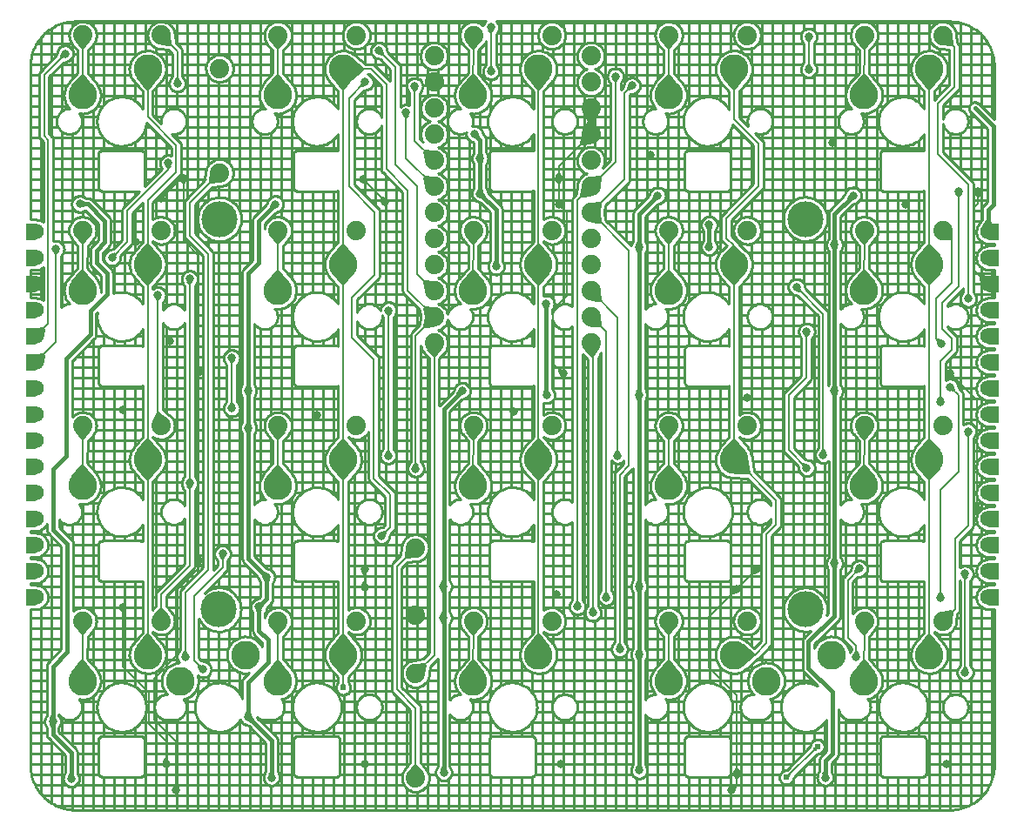
<source format=gtl>
G04 Layer: TopLayer*
G04 EasyEDA v6.5.9, 2022-07-27 19:44:39*
G04 76ed2510ce1c47f1be3c58ea14bf5d85,facc937cdf584d0a9360c289f8e84b41,10*
G04 Gerber Generator version 0.2*
G04 Scale: 100 percent, Rotated: No, Reflected: No *
G04 Dimensions in millimeters *
G04 leading zeros omitted , absolute positions ,4 integer and 5 decimal *
%FSLAX45Y45*%
%MOMM*%

%ADD10C,0.2032*%
%ADD11C,0.3810*%
%ADD12C,0.2540*%
%ADD13C,1.5748*%
%ADD14C,1.8796*%
%ADD15C,2.8000*%
%ADD16C,1.8800*%
%ADD17C,3.5000*%
%ADD18C,0.8000*%
%ADD19C,0.6096*%
%ADD20C,0.0130*%

%LPD*%
G36*
X-9539427Y-3970070D02*
G01*
X-9618522Y-3980078D01*
X-9534956Y-4063542D01*
X-9525050Y-3984396D01*
G37*
G36*
X-9539427Y-3716070D02*
G01*
X-9618522Y-3726078D01*
X-9534956Y-3809542D01*
X-9525050Y-3730447D01*
G37*
G36*
X-338226Y-2673553D02*
G01*
X-376326Y-2674975D01*
X-413969Y-2739390D01*
X-295960Y-2735072D01*
G37*
G36*
X-427228Y-3208731D02*
G01*
X-441604Y-3223107D01*
X-431647Y-3302203D01*
X-348132Y-3218688D01*
G37*
G36*
X-5834024Y-6984644D02*
G01*
X-5929884Y-6995109D01*
X-5830265Y-7094829D01*
X-5819698Y-6999020D01*
G37*
G36*
X-5934151Y-7967522D02*
G01*
X-5994501Y-8042706D01*
X-5853531Y-8042757D01*
X-5913831Y-7967522D01*
G37*
G36*
X-7923784Y-2209038D02*
G01*
X-7934401Y-2304846D01*
X-7920024Y-2319223D01*
X-7824216Y-2308809D01*
G37*
G36*
X-5671464Y-3936085D02*
G01*
X-5812434Y-3936187D01*
X-5752084Y-4011320D01*
X-5731764Y-4011320D01*
G37*
G36*
X-5831890Y-3515664D02*
G01*
X-5846267Y-3530041D01*
X-5835802Y-3625850D01*
X-5736082Y-3526180D01*
G37*
G36*
X-5835802Y-3614115D02*
G01*
X-5846318Y-3709924D01*
X-5831941Y-3724300D01*
X-5736132Y-3713784D01*
G37*
G36*
X-5831992Y-3261715D02*
G01*
X-5846368Y-3276092D01*
X-5835802Y-3371900D01*
X-5736183Y-3272180D01*
G37*
G36*
X-5831941Y-2245664D02*
G01*
X-5846318Y-2260041D01*
X-5835802Y-2355850D01*
X-5736132Y-2256180D01*
G37*
G36*
X-5831941Y-1991664D02*
G01*
X-5846318Y-2006041D01*
X-5835802Y-2101850D01*
X-5736132Y-2002180D01*
G37*
G36*
X-4288485Y-1650136D02*
G01*
X-4237024Y-1725320D01*
X-4198924Y-1725320D01*
X-4147515Y-1650136D01*
G37*
G36*
X-4237024Y-1704644D02*
G01*
X-4288485Y-1779828D01*
X-4147515Y-1779828D01*
X-4198924Y-1704644D01*
G37*
G36*
X-4311802Y-1836115D02*
G01*
X-4322318Y-1931924D01*
X-4307941Y-1946300D01*
X-4212132Y-1935784D01*
G37*
G36*
X-4311802Y-2344064D02*
G01*
X-4322318Y-2439873D01*
X-4307941Y-2454249D01*
X-4212132Y-2443784D01*
G37*
G36*
X-4128058Y-2245664D02*
G01*
X-4223867Y-2256180D01*
X-4124198Y-2355850D01*
X-4113682Y-2260041D01*
G37*
G36*
X-4124198Y-2598115D02*
G01*
X-4223867Y-2697784D01*
X-4128058Y-2708300D01*
X-4113682Y-2693924D01*
G37*
G36*
X-4128109Y-2499664D02*
G01*
X-4223918Y-2510180D01*
X-4124198Y-2609850D01*
X-4113733Y-2514041D01*
G37*
G36*
X-4124198Y-3360165D02*
G01*
X-4223969Y-3459784D01*
X-4128160Y-3470351D01*
X-4113784Y-3456025D01*
G37*
G36*
X-4124451Y-3611219D02*
G01*
X-4220972Y-3713937D01*
X-4124909Y-3721455D01*
X-4110939Y-3706622D01*
G37*
G36*
X-4139996Y-3926382D02*
G01*
X-4279747Y-3944874D01*
X-4210151Y-4011472D01*
X-4189831Y-4008780D01*
G37*
G36*
X-9230461Y-939139D02*
G01*
X-9170162Y-1014323D01*
X-9149842Y-1014323D01*
X-9089491Y-939139D01*
G37*
G36*
X-8304123Y-871728D02*
G01*
X-8404453Y-970737D01*
X-8308695Y-981862D01*
X-8294268Y-967587D01*
G37*
G36*
X-3531768Y-938885D02*
G01*
X-3471773Y-1014323D01*
X-3451453Y-1014425D01*
X-3390798Y-939495D01*
G37*
G36*
X-1631746Y-938885D02*
G01*
X-1571752Y-1014323D01*
X-1551432Y-1014425D01*
X-1490776Y-939495D01*
G37*
G36*
X-705205Y-871067D02*
G01*
X-804875Y-970787D01*
X-709015Y-981252D01*
X-694690Y-966876D01*
G37*
G36*
X-1631746Y-2838856D02*
G01*
X-1571752Y-2914294D01*
X-1551432Y-2914396D01*
X-1490776Y-2839466D01*
G37*
G36*
X-705205Y-2771140D02*
G01*
X-804926Y-2870809D01*
X-717600Y-2872790D01*
X-703275Y-2858465D01*
G37*
G36*
X-3531768Y-2838856D02*
G01*
X-3471773Y-2914294D01*
X-3451453Y-2914396D01*
X-3390798Y-2839466D01*
G37*
G36*
X-5431739Y-2838856D02*
G01*
X-5371744Y-2914294D01*
X-5351424Y-2914396D01*
X-5290769Y-2839466D01*
G37*
G36*
X-7331760Y-2838856D02*
G01*
X-7271766Y-2914294D01*
X-7251446Y-2914396D01*
X-7190790Y-2839466D01*
G37*
G36*
X-9231731Y-2838856D02*
G01*
X-9171736Y-2914294D01*
X-9151416Y-2914396D01*
X-9090761Y-2839466D01*
G37*
G36*
X-1631746Y-4738878D02*
G01*
X-1571752Y-4814316D01*
X-1551432Y-4814417D01*
X-1490776Y-4739487D01*
G37*
G36*
X-3531768Y-4738878D02*
G01*
X-3471773Y-4814316D01*
X-3451453Y-4814417D01*
X-3390798Y-4739487D01*
G37*
G36*
X-5431739Y-4738878D02*
G01*
X-5371744Y-4814316D01*
X-5351424Y-4814417D01*
X-5290769Y-4739487D01*
G37*
G36*
X-7331760Y-4738878D02*
G01*
X-7271766Y-4814316D01*
X-7251446Y-4814417D01*
X-7190790Y-4739487D01*
G37*
G36*
X-9231731Y-4738878D02*
G01*
X-9171736Y-4814316D01*
X-9151416Y-4814366D01*
X-9090761Y-4739436D01*
G37*
G36*
X-8419795Y-4540859D02*
G01*
X-8440115Y-4545533D01*
X-8481669Y-4632350D01*
X-8344357Y-4600549D01*
G37*
G36*
X-1631797Y-6638848D02*
G01*
X-1571802Y-6714286D01*
X-1551482Y-6714388D01*
X-1490827Y-6639458D01*
G37*
G36*
X-709066Y-6472682D02*
G01*
X-804875Y-6483197D01*
X-705205Y-6582867D01*
X-694690Y-6487058D01*
G37*
G36*
X-3531768Y-6638848D02*
G01*
X-3471773Y-6714286D01*
X-3451453Y-6714388D01*
X-3390798Y-6639458D01*
G37*
G36*
X-5431840Y-6638798D02*
G01*
X-5371896Y-6714286D01*
X-5351576Y-6714388D01*
X-5290870Y-6639559D01*
G37*
G36*
X-7331760Y-6638848D02*
G01*
X-7271766Y-6714286D01*
X-7251446Y-6714388D01*
X-7190790Y-6639458D01*
G37*
G36*
X-9231731Y-6638848D02*
G01*
X-9171736Y-6714286D01*
X-9151416Y-6714388D01*
X-9090761Y-6639458D01*
G37*
G36*
X-8409127Y-6439662D02*
G01*
X-8469477Y-6514846D01*
X-8328507Y-6514846D01*
X-8388807Y-6439662D01*
G37*
G36*
X-5431739Y-938885D02*
G01*
X-5371744Y-1014323D01*
X-5351424Y-1014425D01*
X-5290769Y-939495D01*
G37*
G36*
X-7331760Y-938834D02*
G01*
X-7271816Y-1014323D01*
X-7251496Y-1014425D01*
X-7190790Y-939495D01*
G37*
G36*
X-6020816Y-5859983D02*
G01*
X-6031331Y-5955842D01*
X-6016955Y-5970219D01*
X-5921095Y-5959703D01*
G37*
G36*
X-9170162Y-1255725D02*
G01*
X-9266885Y-1366062D01*
X-9056928Y-1369669D01*
X-9149842Y-1256030D01*
G37*
G36*
X-8633510Y-1299006D02*
G01*
X-8538718Y-1411071D01*
X-8518398Y-1411071D01*
X-8423554Y-1299057D01*
G37*
G36*
X-7272832Y-1255826D02*
G01*
X-7368133Y-1367434D01*
X-7158126Y-1368298D01*
X-7252512Y-1255877D01*
G37*
G36*
X-6535877Y-1101496D02*
G01*
X-6535928Y-1311452D01*
X-6423914Y-1216660D01*
X-6423914Y-1196340D01*
G37*
G36*
X-6733489Y-1299057D02*
G01*
X-6638645Y-1411071D01*
X-6618325Y-1411071D01*
X-6523532Y-1299057D01*
G37*
G36*
X-5372811Y-1255826D02*
G01*
X-5468112Y-1367383D01*
X-5258104Y-1368298D01*
X-5352491Y-1255877D01*
G37*
G36*
X-4833518Y-1299057D02*
G01*
X-4738674Y-1411071D01*
X-4718354Y-1411071D01*
X-4623511Y-1299057D01*
G37*
G36*
X-3472789Y-1255826D02*
G01*
X-3568090Y-1367383D01*
X-3358134Y-1368298D01*
X-3452469Y-1255877D01*
G37*
G36*
X-2721914Y-1297228D02*
G01*
X-2931922Y-1300835D01*
X-2835148Y-1411173D01*
X-2814828Y-1410868D01*
G37*
G36*
X-1572818Y-1255826D02*
G01*
X-1668119Y-1367383D01*
X-1458112Y-1368298D01*
X-1552498Y-1255877D01*
G37*
G36*
X-1033526Y-1299057D02*
G01*
X-938682Y-1411071D01*
X-918362Y-1411071D01*
X-823518Y-1299057D01*
G37*
G36*
X-1572818Y-3155797D02*
G01*
X-1668119Y-3267405D01*
X-1458112Y-3268319D01*
X-1552498Y-3155899D01*
G37*
G36*
X-1033526Y-3199028D02*
G01*
X-938682Y-3311042D01*
X-918362Y-3311042D01*
X-823518Y-3199028D01*
G37*
G36*
X-938682Y-2901848D02*
G01*
X-1033526Y-3013862D01*
X-823518Y-3013862D01*
X-918362Y-2901848D01*
G37*
G36*
X-3472789Y-3155797D02*
G01*
X-3568090Y-3267405D01*
X-3358134Y-3268319D01*
X-3452469Y-3155899D01*
G37*
G36*
X-2933496Y-3199028D02*
G01*
X-2838653Y-3311042D01*
X-2818333Y-3311042D01*
X-2723540Y-3199028D01*
G37*
G36*
X-2838704Y-2923540D02*
G01*
X-2933547Y-3013862D01*
X-2723540Y-3013811D01*
X-2818384Y-2923540D01*
G37*
G36*
X-5372811Y-3155797D02*
G01*
X-5468112Y-3267405D01*
X-5258104Y-3268319D01*
X-5352491Y-3155899D01*
G37*
G36*
X-4833518Y-3199028D02*
G01*
X-4738674Y-3311042D01*
X-4718354Y-3311042D01*
X-4623511Y-3199028D01*
G37*
G36*
X-4738674Y-2901848D02*
G01*
X-4833518Y-3013862D01*
X-4623511Y-3013862D01*
X-4718354Y-2901848D01*
G37*
G36*
X-7272781Y-3155797D02*
G01*
X-7368133Y-3267405D01*
X-7158126Y-3268319D01*
X-7252462Y-3155899D01*
G37*
G36*
X-6733489Y-3199028D02*
G01*
X-6638645Y-3311042D01*
X-6618325Y-3311042D01*
X-6523532Y-3199028D01*
G37*
G36*
X-6638645Y-2901848D02*
G01*
X-6733489Y-3013862D01*
X-6523532Y-3013862D01*
X-6618325Y-2901848D01*
G37*
G36*
X-9172803Y-3155797D02*
G01*
X-9268104Y-3267405D01*
X-9058097Y-3268319D01*
X-9152483Y-3155899D01*
G37*
G36*
X-8633510Y-3199028D02*
G01*
X-8538667Y-3311042D01*
X-8518347Y-3311042D01*
X-8423503Y-3199028D01*
G37*
G36*
X-8538718Y-2901848D02*
G01*
X-8633510Y-3013862D01*
X-8423554Y-3013811D01*
X-8518398Y-2901848D01*
G37*
G36*
X-1572818Y-5055819D02*
G01*
X-1668119Y-5167376D01*
X-1458112Y-5168290D01*
X-1552498Y-5055870D01*
G37*
G36*
X-1033526Y-5099050D02*
G01*
X-938682Y-5211064D01*
X-918362Y-5211064D01*
X-823518Y-5099050D01*
G37*
G36*
X-938682Y-4801819D02*
G01*
X-1033526Y-4913833D01*
X-823518Y-4913833D01*
X-918362Y-4801819D01*
G37*
G36*
X-3472789Y-5055819D02*
G01*
X-3568090Y-5167376D01*
X-3358134Y-5168290D01*
X-3452469Y-5055870D01*
G37*
G36*
X-2838653Y-4801819D02*
G01*
X-2933496Y-4913833D01*
X-2723540Y-4913833D01*
X-2818333Y-4801819D01*
G37*
G36*
X-2689453Y-4990439D02*
G01*
X-2830068Y-5146446D01*
X-2683357Y-5151018D01*
X-2669743Y-5135880D01*
G37*
G36*
X-5372811Y-5055819D02*
G01*
X-5468112Y-5167376D01*
X-5258104Y-5168290D01*
X-5352491Y-5055870D01*
G37*
G36*
X-4833518Y-5099050D02*
G01*
X-4738674Y-5211064D01*
X-4718354Y-5211064D01*
X-4623511Y-5099050D01*
G37*
G36*
X-4738674Y-4801819D02*
G01*
X-4833518Y-4913833D01*
X-4623511Y-4913833D01*
X-4718354Y-4801819D01*
G37*
G36*
X-7272781Y-5055819D02*
G01*
X-7368133Y-5167376D01*
X-7158126Y-5168290D01*
X-7252462Y-5055870D01*
G37*
G36*
X-6733489Y-5099050D02*
G01*
X-6638645Y-5211064D01*
X-6618325Y-5211064D01*
X-6523532Y-5099050D01*
G37*
G36*
X-6638645Y-4801819D02*
G01*
X-6733489Y-4913833D01*
X-6523532Y-4913833D01*
X-6618325Y-4801819D01*
G37*
G36*
X-9172752Y-5055819D02*
G01*
X-9268104Y-5167376D01*
X-9058097Y-5168290D01*
X-9152432Y-5055870D01*
G37*
G36*
X-8633510Y-5099050D02*
G01*
X-8538667Y-5211064D01*
X-8518347Y-5211064D01*
X-8423503Y-5099050D01*
G37*
G36*
X-8538667Y-4801819D02*
G01*
X-8633510Y-4913833D01*
X-8423503Y-4913833D01*
X-8518347Y-4801819D01*
G37*
G36*
X-1572818Y-6955790D02*
G01*
X-1668119Y-7067397D01*
X-1458163Y-7068261D01*
X-1552549Y-6955891D01*
G37*
G36*
X-938682Y-6701840D02*
G01*
X-1033526Y-6813854D01*
X-823518Y-6813854D01*
X-918362Y-6701840D01*
G37*
G36*
X-3472789Y-6955790D02*
G01*
X-3568090Y-7067397D01*
X-3358134Y-7068312D01*
X-3452469Y-6955891D01*
G37*
G36*
X-2735884Y-6801459D02*
G01*
X-2735935Y-7011466D01*
X-2626360Y-6916674D01*
X-2626360Y-6896353D01*
G37*
G36*
X-5372811Y-6955790D02*
G01*
X-5468112Y-7067397D01*
X-5258104Y-7068261D01*
X-5352491Y-6955891D01*
G37*
G36*
X-4738674Y-6701840D02*
G01*
X-4833518Y-6813854D01*
X-4623511Y-6813854D01*
X-4718354Y-6701840D01*
G37*
G36*
X-7272781Y-6955790D02*
G01*
X-7368133Y-7067397D01*
X-7158126Y-7068312D01*
X-7252462Y-6955891D01*
G37*
G36*
X-6733489Y-6999020D02*
G01*
X-6638696Y-7111034D01*
X-6618376Y-7111034D01*
X-6523532Y-6999020D01*
G37*
G36*
X-6638645Y-6701840D02*
G01*
X-6733489Y-6813854D01*
X-6523532Y-6813854D01*
X-6618325Y-6701840D01*
G37*
G36*
X-9172803Y-6955790D02*
G01*
X-9268104Y-7067397D01*
X-9058097Y-7068312D01*
X-9152483Y-6955891D01*
G37*
G36*
X-8538667Y-6701840D02*
G01*
X-8633510Y-6813854D01*
X-8423503Y-6813854D01*
X-8518347Y-6701840D01*
G37*
G36*
X-672490Y-2426258D02*
G01*
X-652627Y-2458262D01*
X-632307Y-2458262D01*
X-612495Y-2426258D01*
G37*
G36*
X-830173Y-4388510D02*
G01*
X-849985Y-4420514D01*
X-789990Y-4420514D01*
X-809853Y-4388510D01*
G37*
G36*
X-685647Y-4295648D02*
G01*
X-727964Y-4338167D01*
X-691286Y-4346702D01*
X-676960Y-4332274D01*
G37*
G36*
X-810006Y-6288532D02*
G01*
X-830326Y-6288582D01*
X-850087Y-6320637D01*
X-790092Y-6320536D01*
G37*
G36*
X-5962497Y-1397508D02*
G01*
X-5942634Y-1429512D01*
X-5922314Y-1429512D01*
X-5902502Y-1397508D01*
G37*
G36*
X-8250123Y-1288542D02*
G01*
X-8269935Y-1320596D01*
X-8209940Y-1320546D01*
X-8229803Y-1288542D01*
G37*
G36*
X-6046571Y-1656689D02*
G01*
X-6026759Y-1688693D01*
X-6006439Y-1688693D01*
X-5986576Y-1656689D01*
G37*
G36*
X-8459978Y-3433470D02*
G01*
X-8440115Y-3465474D01*
X-8419795Y-3465474D01*
X-8399983Y-3433470D01*
G37*
G36*
X-8150047Y-3273399D02*
G01*
X-8130235Y-3305403D01*
X-8109915Y-3305403D01*
X-8090052Y-3273399D01*
G37*
G36*
X-6240068Y-1024432D02*
G01*
X-6282385Y-1066952D01*
X-6245707Y-1075436D01*
X-6231382Y-1061059D01*
G37*
G36*
X-4009999Y-1303477D02*
G01*
X-3990136Y-1335481D01*
X-3969816Y-1335481D01*
X-3950004Y-1303477D01*
G37*
G36*
X-3859885Y-1364488D02*
G01*
X-3868521Y-1401114D01*
X-3854145Y-1415491D01*
X-3817518Y-1406906D01*
G37*
G36*
X-3609898Y-2434539D02*
G01*
X-3624732Y-2464968D01*
X-3597757Y-2491841D01*
X-3567429Y-2476906D01*
G37*
G36*
X-1709877Y-2434539D02*
G01*
X-1724761Y-2464968D01*
X-1697736Y-2491841D01*
X-1667408Y-2476906D01*
G37*
G36*
X-5509869Y-4334560D02*
G01*
X-5524754Y-4364939D01*
X-5497728Y-4391863D01*
X-5467400Y-4376928D01*
G37*
G36*
X-5120894Y-3068574D02*
G01*
X-5158994Y-3068624D01*
X-5169916Y-3100628D01*
X-5109921Y-3100527D01*
G37*
G36*
X-4684014Y-3513429D02*
G01*
X-4673041Y-3545433D01*
X-4634941Y-3545433D01*
X-4623968Y-3513429D01*
G37*
G36*
X-4634941Y-4319117D02*
G01*
X-4673041Y-4322368D01*
X-4681118Y-4355185D01*
X-4621377Y-4350054D01*
G37*
G36*
X-559612Y-3383178D02*
G01*
X-579424Y-3415182D01*
X-519430Y-3415182D01*
X-539292Y-3383178D01*
G37*
G36*
X-844092Y-3828592D02*
G01*
X-858469Y-3842969D01*
X-849833Y-3879646D01*
X-807415Y-3837178D01*
G37*
G36*
X-581406Y-4756048D02*
G01*
X-561543Y-4788052D01*
X-541223Y-4788052D01*
X-521411Y-4756048D01*
G37*
G36*
X-2179980Y-3324453D02*
G01*
X-2222398Y-3366871D01*
X-2185720Y-3375456D01*
X-2171395Y-3361080D01*
G37*
G36*
X-1970176Y-4901539D02*
G01*
X-1989988Y-4933543D01*
X-1929993Y-4933543D01*
X-1949856Y-4901539D01*
G37*
G36*
X-2151735Y-3784346D02*
G01*
X-2134158Y-3817620D01*
X-2113838Y-3818991D01*
X-2091893Y-3788460D01*
G37*
G36*
X-2154224Y-5038394D02*
G01*
X-2168601Y-5052771D01*
X-2159965Y-5089398D01*
X-2117547Y-5046980D01*
G37*
G36*
X-3970172Y-4908550D02*
G01*
X-3989984Y-4940554D01*
X-3929989Y-4940554D01*
X-3949852Y-4908550D01*
G37*
G36*
X-4080154Y-6288532D02*
G01*
X-4099966Y-6320536D01*
X-4039971Y-6320536D01*
X-4059834Y-6288532D01*
G37*
G36*
X-4210151Y-6438544D02*
G01*
X-4230014Y-6470548D01*
X-4169968Y-6470548D01*
X-4189831Y-6438544D01*
G37*
G36*
X-9370771Y-1053338D02*
G01*
X-9379458Y-1090015D01*
X-9365081Y-1104392D01*
X-9328404Y-1095857D01*
G37*
G36*
X-8149996Y-5263388D02*
G01*
X-8130235Y-5295442D01*
X-8109915Y-5295493D01*
X-8090001Y-5263489D01*
G37*
G36*
X-8109915Y-5178501D02*
G01*
X-8130235Y-5178552D01*
X-8149996Y-5210606D01*
X-8090001Y-5210505D01*
G37*
G36*
X-9450019Y-2983382D02*
G01*
X-9430258Y-3015437D01*
X-9409938Y-3015488D01*
X-9390024Y-2983534D01*
G37*
G36*
X-6217005Y-3579469D02*
G01*
X-6197142Y-3611473D01*
X-6176822Y-3611473D01*
X-6156960Y-3579469D01*
G37*
G36*
X-6197142Y-4908143D02*
G01*
X-6218529Y-4939080D01*
X-6158636Y-4942078D01*
X-6176822Y-4909159D01*
G37*
G36*
X-5932119Y-5035550D02*
G01*
X-5951982Y-5067554D01*
X-5891987Y-5067554D01*
X-5911799Y-5035550D01*
G37*
G36*
X-4360113Y-6378549D02*
G01*
X-4379976Y-6410502D01*
X-4319981Y-6410553D01*
X-4339793Y-6378549D01*
G37*
G36*
X-3950106Y-6791553D02*
G01*
X-3969969Y-6823557D01*
X-3909974Y-6823557D01*
X-3929786Y-6791553D01*
G37*
G36*
X-8174126Y-6867550D02*
G01*
X-8193989Y-6899554D01*
X-8133994Y-6899554D01*
X-8153806Y-6867550D01*
G37*
G36*
X-6452768Y-1328470D02*
G01*
X-6461455Y-1365097D01*
X-6447078Y-1379474D01*
X-6410401Y-1370939D01*
G37*
G36*
X-6220815Y-5698439D02*
G01*
X-6257493Y-5707075D01*
X-6215075Y-5749493D01*
X-6206439Y-5712815D01*
G37*
G36*
X-7739989Y-4043426D02*
G01*
X-7720126Y-4075429D01*
X-7699806Y-4075429D01*
X-7679994Y-4043476D01*
G37*
G36*
X-7720126Y-4448556D02*
G01*
X-7739989Y-4480560D01*
X-7679994Y-4480509D01*
X-7699806Y-4448556D01*
G37*
G36*
X-610057Y-6143345D02*
G01*
X-590245Y-6175349D01*
X-569925Y-6175349D01*
X-550062Y-6143345D01*
G37*
G36*
X-590194Y-7018528D02*
G01*
X-610057Y-7050531D01*
X-550062Y-7050582D01*
X-569874Y-7018528D01*
G37*
G36*
X-7830007Y-5947257D02*
G01*
X-7810195Y-5979261D01*
X-7789875Y-5979261D01*
X-7770012Y-5947257D01*
G37*
G36*
X-8024114Y-6998462D02*
G01*
X-8038490Y-7012838D01*
X-8029905Y-7049465D01*
X-7987487Y-7007047D01*
G37*
G36*
X-1649882Y-6064504D02*
G01*
X-1658518Y-6101130D01*
X-1644142Y-6115507D01*
X-1607464Y-6106922D01*
G37*
G36*
X-1648155Y-6868515D02*
G01*
X-1668018Y-6900519D01*
X-1607972Y-6900519D01*
X-1627835Y-6868515D01*
G37*
G36*
X-7519974Y-4723384D02*
G01*
X-7579969Y-4723587D01*
X-7568946Y-4755540D01*
X-7530846Y-4755438D01*
G37*
G36*
X-7568946Y-4638497D02*
G01*
X-7579969Y-4670450D01*
X-7519974Y-4670653D01*
X-7530846Y-4638598D01*
G37*
G36*
X-7401001Y-6175451D02*
G01*
X-7390028Y-6207455D01*
X-7351928Y-6207455D01*
X-7341006Y-6175451D01*
G37*
G36*
X-7398918Y-6094222D02*
G01*
X-7425842Y-6121196D01*
X-7410907Y-6151575D01*
X-7368540Y-6109055D01*
G37*
G36*
X-7511084Y-7508494D02*
G01*
X-7553502Y-7550912D01*
X-7523124Y-7565796D01*
X-7496200Y-7538872D01*
G37*
G36*
X-7570012Y-7452512D02*
G01*
X-7580985Y-7484516D01*
X-7520990Y-7484516D01*
X-7531912Y-7452512D01*
G37*
G36*
X-7327900Y-2517444D02*
G01*
X-7342835Y-2547823D01*
X-7315911Y-2574747D01*
X-7285532Y-2559913D01*
G37*
G36*
X-7520482Y-4360875D02*
G01*
X-7580477Y-4361992D01*
X-7568946Y-4393793D01*
X-7530846Y-4393082D01*
G37*
G36*
X-7568946Y-4276191D02*
G01*
X-7580477Y-4307992D01*
X-7520482Y-4309110D01*
X-7530846Y-4276902D01*
G37*
G36*
X-7343038Y-8041538D02*
G01*
X-7354011Y-8073542D01*
X-7293965Y-8073542D01*
X-7304938Y-8041538D01*
G37*
G36*
X-9291066Y-8051495D02*
G01*
X-9301988Y-8083499D01*
X-9241993Y-8083499D01*
X-9252966Y-8051495D01*
G37*
G36*
X-9161475Y-2488895D02*
G01*
X-9161475Y-2548940D01*
X-9129471Y-2537968D01*
X-9129471Y-2499868D01*
G37*
G36*
X-5620512Y-6264910D02*
G01*
X-5680506Y-6265976D01*
X-5668975Y-6297777D01*
X-5630875Y-6297066D01*
G37*
G36*
X-5668975Y-6180175D02*
G01*
X-5680506Y-6211976D01*
X-5620512Y-6213043D01*
X-5630875Y-6180886D01*
G37*
G36*
X-5668975Y-7992973D02*
G01*
X-5679948Y-8024977D01*
X-5619953Y-8024977D01*
X-5630875Y-7992973D01*
G37*
G36*
X-3769004Y-4316323D02*
G01*
X-3782009Y-4347514D01*
X-3722166Y-4351528D01*
X-3730904Y-4318863D01*
G37*
G36*
X-3722166Y-4400296D02*
G01*
X-3782009Y-4404309D01*
X-3769004Y-4435500D01*
X-3730904Y-4432960D01*
G37*
G36*
X-3769004Y-6180531D02*
G01*
X-3780028Y-6212484D01*
X-3720033Y-6212586D01*
X-3730904Y-6180582D01*
G37*
G36*
X-3720033Y-6265418D02*
G01*
X-3780028Y-6265519D01*
X-3769004Y-6297472D01*
X-3730904Y-6297422D01*
G37*
G36*
X-3769004Y-7972552D02*
G01*
X-3779977Y-8004556D01*
X-3719931Y-8004556D01*
X-3730904Y-7972552D01*
G37*
G36*
X-1869033Y-4279798D02*
G01*
X-1879955Y-4311802D01*
X-1819960Y-4311802D01*
X-1830933Y-4279798D01*
G37*
G36*
X-1879955Y-4364685D02*
G01*
X-1869033Y-4396689D01*
X-1830933Y-4396689D01*
X-1819960Y-4364736D01*
G37*
G36*
X-1869033Y-5957519D02*
G01*
X-1880006Y-5989523D01*
X-1819960Y-5989523D01*
X-1830933Y-5957519D01*
G37*
G36*
X-1881276Y-6040882D02*
G01*
X-1871980Y-6073394D01*
X-1833880Y-6075324D01*
X-1821332Y-6043930D01*
G37*
G36*
X-1921002Y-8041487D02*
G01*
X-1959102Y-8041538D01*
X-1970024Y-8073542D01*
X-1910029Y-8073491D01*
G37*
G36*
X-1879955Y-2942691D02*
G01*
X-1869033Y-2974695D01*
X-1830933Y-2974695D01*
X-1819960Y-2942691D01*
G37*
G36*
X-1869033Y-2857804D02*
G01*
X-1879955Y-2889808D01*
X-1819960Y-2889808D01*
X-1830933Y-2857804D01*
G37*
G36*
X-3099003Y-2746451D02*
G01*
X-3088030Y-2778455D01*
X-3049930Y-2778455D01*
X-3038957Y-2746451D01*
G37*
G36*
X-3088030Y-2878531D02*
G01*
X-3099054Y-2910484D01*
X-3039059Y-2910586D01*
X-3049930Y-2878582D01*
G37*
G36*
X-3730904Y-2878226D02*
G01*
X-3769004Y-2878836D01*
X-3779469Y-2910992D01*
X-3719474Y-2910078D01*
G37*
G36*
X-3779469Y-2962960D02*
G01*
X-3769004Y-2995168D01*
X-3730904Y-2995726D01*
X-3719474Y-2963926D01*
G37*
G36*
X-7476998Y-6465417D02*
G01*
X-7466025Y-6497421D01*
X-7427925Y-6497421D01*
X-7417003Y-6465417D01*
G37*
G36*
X-7419086Y-6384188D02*
G01*
X-7449464Y-6399072D01*
X-7407046Y-6441490D01*
X-7392162Y-6411112D01*
G37*
G36*
X-5620512Y-6570980D02*
G01*
X-5680506Y-6572046D01*
X-5668975Y-6603847D01*
X-5630875Y-6603187D01*
G37*
G36*
X-5668975Y-6486296D02*
G01*
X-5680506Y-6518097D01*
X-5620512Y-6519164D01*
X-5630875Y-6486956D01*
G37*
G36*
X-3769004Y-6850684D02*
G01*
X-3779977Y-6873494D01*
X-3719982Y-6873544D01*
X-3730904Y-6850684D01*
G37*
G36*
X-3719982Y-6926427D02*
G01*
X-3779977Y-6926478D01*
X-3769004Y-6958431D01*
X-3730904Y-6958431D01*
G37*
G36*
X-8040166Y-4101541D02*
G01*
X-8059978Y-4133545D01*
X-7999984Y-4133545D01*
X-8019846Y-4101541D01*
G37*
G36*
X-8209991Y-2294432D02*
G01*
X-8190179Y-2326436D01*
X-8169859Y-2326436D01*
X-8149996Y-2294432D01*
G37*
G36*
X-8217966Y-2255418D02*
G01*
X-8235746Y-2288438D01*
X-8225180Y-2306574D01*
X-8187690Y-2307234D01*
G37*
G36*
X-483362Y-2427274D02*
G01*
X-463499Y-2459278D01*
X-443179Y-2459278D01*
X-423316Y-2427274D01*
G37*
G36*
X-7999984Y-6016396D02*
G01*
X-8059978Y-6016447D01*
X-8040116Y-6048451D01*
X-8019796Y-6048451D01*
G37*
G36*
X-2815894Y-8171383D02*
G01*
X-2852572Y-8180070D01*
X-2810052Y-8222437D01*
X-2801518Y-8185759D01*
G37*
G36*
X-8360156Y-7911541D02*
G01*
X-8379968Y-7943545D01*
X-8319973Y-7943494D01*
X-8339836Y-7911541D01*
G37*
G36*
X-6449974Y-6096457D02*
G01*
X-6430162Y-6128461D01*
X-6409842Y-6128461D01*
X-6389979Y-6096457D01*
G37*
G36*
X-690067Y-4167428D02*
G01*
X-732485Y-4209897D01*
X-695807Y-4218482D01*
X-681431Y-4204106D01*
G37*
G36*
X-4540148Y-2461514D02*
G01*
X-4560011Y-2493518D01*
X-4499965Y-2493518D01*
X-4519828Y-2461514D01*
G37*
G36*
X-4490059Y-2517495D02*
G01*
X-4532477Y-2559913D01*
X-4495850Y-2568498D01*
X-4481474Y-2554122D01*
G37*
G36*
X-4540148Y-2211527D02*
G01*
X-4560011Y-2243531D01*
X-4499965Y-2243531D01*
X-4519828Y-2211527D01*
G37*
G36*
X-4560011Y-2296464D02*
G01*
X-4540148Y-2328468D01*
X-4519828Y-2328468D01*
X-4499965Y-2296464D01*
G37*
G36*
X-4524146Y-4121454D02*
G01*
X-4538522Y-4135831D01*
X-4529886Y-4172508D01*
X-4487468Y-4130090D01*
G37*
G36*
X-6250381Y-2445918D02*
G01*
X-6266332Y-2458720D01*
X-6261709Y-2496058D01*
X-6214922Y-2458466D01*
G37*
G36*
X-6395974Y-2272233D02*
G01*
X-6438442Y-2314651D01*
X-6401765Y-2323287D01*
X-6387388Y-2308910D01*
G37*
G36*
X-8263128Y-8165541D02*
G01*
X-8282990Y-8197494D01*
X-8222996Y-8197545D01*
X-8242808Y-8165541D01*
G37*
G36*
X-2830017Y-8086394D02*
G01*
X-2810256Y-8118398D01*
X-2789936Y-8118449D01*
X-2770022Y-8086496D01*
G37*
G36*
X-2789936Y-8001508D02*
G01*
X-2810256Y-8001558D01*
X-2830017Y-8033562D01*
X-2770022Y-8033461D01*
G37*
G36*
X-9480854Y-7581138D02*
G01*
X-9469882Y-7613142D01*
X-9431782Y-7613142D01*
X-9420809Y-7581138D01*
G37*
G36*
X-9469882Y-7496251D02*
G01*
X-9480854Y-7528255D01*
X-9420809Y-7528255D01*
X-9431782Y-7496251D01*
G37*
G36*
X-6430162Y-6191554D02*
G01*
X-6449974Y-6223558D01*
X-6389979Y-6223558D01*
X-6409842Y-6191554D01*
G37*
G36*
X-477520Y-5424728D02*
G01*
X-497382Y-5456732D01*
X-437337Y-5456732D01*
X-457200Y-5424728D01*
G37*
G36*
X-8739936Y-6466382D02*
G01*
X-8799931Y-6466535D01*
X-8780018Y-6498488D01*
X-8759698Y-6498437D01*
G37*
G36*
X-2839923Y-6267450D02*
G01*
X-2848559Y-6304076D01*
X-2834182Y-6318453D01*
X-2797556Y-6309918D01*
G37*
G36*
X-2767584Y-6220307D02*
G01*
X-2803906Y-6230162D01*
X-2760014Y-6271107D01*
X-2752699Y-6234176D01*
G37*
G36*
X-5200142Y-1171549D02*
G01*
X-5220004Y-1203553D01*
X-5160010Y-1203553D01*
X-5179822Y-1171549D01*
G37*
G36*
X-5220004Y-826465D02*
G01*
X-5200142Y-858469D01*
X-5179822Y-858469D01*
X-5160010Y-826465D01*
G37*
G36*
X-2129993Y-916432D02*
G01*
X-2110181Y-948436D01*
X-2089861Y-948436D01*
X-2069998Y-916432D01*
G37*
G36*
X-2110181Y-1151534D02*
G01*
X-2129993Y-1183538D01*
X-2069998Y-1183538D01*
X-2089861Y-1151534D01*
G37*
G36*
X-5313070Y-1834489D02*
G01*
X-5355488Y-1876907D01*
X-5325110Y-1891792D01*
X-5298186Y-1864868D01*
G37*
G36*
X-5316016Y-2360523D02*
G01*
X-5326989Y-2392527D01*
X-5266994Y-2392527D01*
X-5277916Y-2360523D01*
G37*
G36*
X-5257088Y-2416251D02*
G01*
X-5299252Y-2458923D01*
X-5268772Y-2473604D01*
X-5242001Y-2446528D01*
G37*
G36*
X-5326989Y-2101443D02*
G01*
X-5316016Y-2133447D01*
X-5277916Y-2133447D01*
X-5266994Y-2101443D01*
G37*
G36*
X-5316016Y-2016506D02*
G01*
X-5326989Y-2048510D01*
X-5266994Y-2048510D01*
X-5277916Y-2016506D01*
G37*
G36*
X-8843822Y-2991510D02*
G01*
X-8879890Y-3002280D01*
X-8834983Y-3042107D01*
X-8828582Y-3005023D01*
G37*
G36*
X-8298942Y-2147417D02*
G01*
X-8358936Y-2147519D01*
X-8339074Y-2179472D01*
X-8318753Y-2179421D01*
G37*
G36*
X-8365845Y-2418486D02*
G01*
X-8402472Y-2427071D01*
X-8360054Y-2469489D01*
X-8351469Y-2432862D01*
G37*
G36*
X-2642920Y-6067552D02*
G01*
X-2651455Y-6104178D01*
X-2637078Y-6118555D01*
X-2600452Y-6109919D01*
G37*
G36*
X-6618376Y-7181138D02*
G01*
X-6638696Y-7181850D01*
X-6650532Y-7206640D01*
X-6604812Y-7205065D01*
G37*
G36*
X-2047443Y-7796123D02*
G01*
X-2055672Y-7822387D01*
X-2041347Y-7836712D01*
X-2015083Y-7828483D01*
G37*
G36*
X-2291638Y-8058353D02*
G01*
X-2317902Y-8066582D01*
X-2285542Y-8098942D01*
X-2277313Y-8072678D01*
G37*
G36*
X-9614357Y-4038295D02*
G01*
X-9614357Y-4078935D01*
X-9613544Y-4068775D01*
X-9613544Y-4048455D01*
G37*
G36*
X-9614357Y-3784346D02*
G01*
X-9614357Y-3824986D01*
X-9613646Y-3814826D01*
X-9613646Y-3794506D01*
G37*
G36*
X-352247Y-2768955D02*
G01*
X-353009Y-2779115D01*
X-353009Y-2799435D01*
X-352247Y-2809595D01*
G37*
G36*
X-352247Y-3276955D02*
G01*
X-353060Y-3287115D01*
X-353060Y-3307435D01*
X-352247Y-3317595D01*
G37*
D10*
X-9330944Y-1055878D02*
G01*
X-9535921Y-1260855D01*
X-9535921Y-1853945D01*
X-9495281Y-1894586D01*
X-9495281Y-3686302D01*
X-9613645Y-3804665D01*
X-9664445Y-3804665D01*
X-799084Y-877062D02*
G01*
X-683003Y-992888D01*
X-683003Y-1376934D01*
X-846076Y-1539999D01*
X-846076Y-2033015D01*
X-549427Y-2329665D01*
X-549427Y-3441623D01*
X-2119884Y-3759962D02*
G01*
X-2123947Y-3764026D01*
X-2123947Y-4209034D01*
X-2293873Y-4378960D01*
X-2293873Y-4912868D01*
X-2120137Y-5086857D01*
X-6412992Y-1330960D02*
G01*
X-6569963Y-1488186D01*
X-6569963Y-2346960D01*
X-6320028Y-2596895D01*
X-6320028Y-3207004D01*
X-6539992Y-3426968D01*
X-6539992Y-3817112D01*
X-6329934Y-4026915D01*
X-6329934Y-5186934D01*
X-6169913Y-5346954D01*
X-6169913Y-5661913D01*
X-6255004Y-5747004D01*
X-6279895Y-1026921D02*
G01*
X-6119621Y-1187195D01*
X-6119621Y-2137410D01*
X-5910071Y-2346960D01*
X-5910071Y-3198113D01*
X-5741923Y-3366007D01*
X-6628384Y-1206500D02*
G01*
X-6354318Y-1206500D01*
X-6207760Y-1353057D01*
X-6207760Y-2179320D01*
X-5999987Y-2387092D01*
X-5999987Y-3361944D01*
X-5741923Y-3620007D01*
X-6435852Y-2274823D02*
G01*
X-6221729Y-2488945D01*
X-6221729Y-2497836D01*
D11*
X-7323985Y-8099983D02*
G01*
X-7323985Y-7737985D01*
X-7550988Y-7510983D01*
X-7550988Y-7167953D01*
X-7359904Y-6976869D01*
X-7359904Y-6756908D01*
X-7446987Y-6669826D01*
X-7446987Y-6438986D01*
D10*
X-8769858Y-6439915D02*
G01*
X-8769858Y-7020052D01*
X-8516874Y-7273036D01*
X-8516874Y-7580121D01*
X-8349995Y-7747000D01*
X-8349995Y-7970012D01*
X-8029955Y-5990081D02*
G01*
X-8029955Y-6059931D01*
X-8249920Y-6279895D01*
X-8249920Y-6917944D01*
X-8466074Y-7134097D01*
X-8466074Y-7535926D01*
X-8252968Y-7749031D01*
X-8252968Y-8224012D01*
D11*
X-7370986Y-6148989D02*
G01*
X-7370986Y-6362987D01*
X-7446975Y-6438976D01*
X-7288021Y-2519934D02*
G01*
X-7450073Y-2681986D01*
X-7450073Y-3089910D01*
X-7549895Y-3189986D01*
X-7549895Y-5970015D01*
X-7371079Y-6149086D01*
D10*
X-6186982Y-3553002D02*
G01*
X-6186982Y-4963975D01*
X-6189997Y-4966990D01*
X-8429965Y-3406990D02*
G01*
X-8429965Y-4645997D01*
X-8398984Y-4676983D01*
X-6628513Y-6906437D02*
G01*
X-6628513Y-7224468D01*
X-6626987Y-7225995D01*
X-5926988Y-5865868D02*
G01*
X-6106988Y-6045868D01*
X-6106988Y-7238984D01*
X-5923988Y-7421984D01*
X-5923988Y-8104985D01*
X-5741923Y-3874007D02*
G01*
X-5741923Y-6907021D01*
X-5924042Y-7088886D01*
D11*
X-1849958Y-4338251D02*
G01*
X-1849958Y-2916250D01*
X-3068980Y-2719984D02*
G01*
X-3068980Y-2936895D01*
X-3069084Y-2936999D01*
X-5469940Y-4337103D02*
G01*
X-5649948Y-4517100D01*
X-5649948Y-8051441D01*
X-9450969Y-7676987D02*
G01*
X-9271990Y-7855965D01*
X-9271990Y-8109968D01*
X-9450831Y-7554696D02*
G01*
X-9450831Y-7676895D01*
D10*
X-7800032Y-5920778D02*
G01*
X-7800032Y-6056924D01*
X-8079933Y-6337086D01*
X-8079933Y-6957037D01*
X-7989986Y-7046978D01*
X-580082Y-6116866D02*
G01*
X-580006Y-7076981D01*
X-7709989Y-4016999D02*
G01*
X-7709989Y-4506986D01*
X-1561007Y-2776989D02*
G01*
X-1563512Y-3360450D01*
X-1561007Y-4676983D02*
G01*
X-1563512Y-5260446D01*
X-8120067Y-3246920D02*
G01*
X-8120067Y-6037061D01*
X-8398984Y-6315991D01*
X-8398984Y-6576987D01*
X-4218000Y-2603990D02*
G01*
X-3849997Y-2971985D01*
X-3849997Y-5066982D01*
X-3939971Y-5156956D01*
X-3939971Y-6849998D01*
X-4218000Y-3619987D02*
G01*
X-4214997Y-3616987D01*
X-4069989Y-3761983D01*
X-4069989Y-6346990D01*
X-4218122Y-3366043D02*
G01*
X-3960004Y-3624160D01*
X-3960004Y-4966982D01*
X-4218122Y-2350043D02*
G01*
X-4349948Y-2481874D01*
X-4349948Y-6436934D01*
X-4349996Y-6436982D01*
X-5742000Y-3619990D02*
G01*
X-5921984Y-3799974D01*
X-5921984Y-5093995D01*
X-4218000Y-3873987D02*
G01*
X-4199991Y-3892003D01*
X-4199991Y-6496979D01*
X-2219906Y-3326935D02*
G01*
X-1959990Y-3586850D01*
X-1959990Y-4959985D01*
D11*
X-3749959Y-8031025D02*
G01*
X-3749959Y-6850700D01*
X-3749959Y-6850700D02*
G01*
X-3749959Y-2617104D01*
X-3569952Y-2437102D01*
X-1849983Y-6015989D02*
G01*
X-1849983Y-4338279D01*
X-1849958Y-4338253D01*
X-1849958Y-2916250D02*
G01*
X-1849958Y-2617104D01*
X-1669950Y-2437102D01*
D10*
X-3820007Y-1366992D02*
G01*
X-3889956Y-1436946D01*
X-3889956Y-2275878D01*
X-4218122Y-2604043D01*
X-3979997Y-1277000D02*
G01*
X-3979997Y-2111987D01*
X-4218000Y-2349987D01*
X-8397979Y-876998D02*
G01*
X-8239986Y-1036995D01*
X-8239986Y-1346992D01*
X-6016574Y-1630248D02*
G01*
X-6016574Y-2075416D01*
X-5742000Y-2349990D01*
X-5932500Y-1371041D02*
G01*
X-5932500Y-1905490D01*
X-5742000Y-2095990D01*
X-1561007Y-876993D02*
G01*
X-1563512Y-1460454D01*
X-3460996Y-6576987D02*
G01*
X-3463516Y-7160442D01*
X-3460996Y-4676983D02*
G01*
X-3463516Y-5260446D01*
X-3460996Y-2776989D02*
G01*
X-3463516Y-3360450D01*
X-3460996Y-876993D02*
G01*
X-3463516Y-1460454D01*
X-5361122Y-6546893D02*
G01*
X-5363405Y-7160554D01*
X-5361000Y-4676983D02*
G01*
X-5363517Y-5260446D01*
X-5361000Y-2776989D02*
G01*
X-5363517Y-3360450D01*
X-5361000Y-876993D02*
G01*
X-5363517Y-1460454D01*
X-7261037Y-877097D02*
G01*
X-7263579Y-1460543D01*
X-7260988Y-2776989D02*
G01*
X-7263505Y-3360450D01*
X-7260988Y-4676983D02*
G01*
X-7263505Y-5260446D01*
X-7260988Y-6576987D02*
G01*
X-7263505Y-7160442D01*
X-9160984Y-6576987D02*
G01*
X-9163502Y-7160442D01*
X-9160959Y-4676940D02*
G01*
X-9163502Y-5260378D01*
X-9160984Y-2776989D02*
G01*
X-9163502Y-3360450D01*
X-9159979Y-876998D02*
G01*
X-9159979Y-1456938D01*
X-9163502Y-1460454D01*
X-928512Y-5006446D02*
G01*
X-928512Y-6906442D01*
X-928512Y-3106450D02*
G01*
X-928512Y-5006446D01*
X-928512Y-1206454D02*
G01*
X-928512Y-3106450D01*
X-2828516Y-3106450D02*
G01*
X-2828516Y-5006446D01*
X-4728517Y-5006446D02*
G01*
X-4728517Y-6906442D01*
X-4728517Y-3106450D02*
G01*
X-4728517Y-5006446D01*
X-4728517Y-1206454D02*
G01*
X-4728517Y-3106450D01*
X-6628505Y-5006446D02*
G01*
X-6628505Y-6906442D01*
X-6628505Y-3106450D02*
G01*
X-6628505Y-5006446D01*
X-6628505Y-1206454D02*
G01*
X-6628505Y-3106450D01*
X-8528502Y-5006446D02*
G01*
X-8528502Y-6906442D01*
X-8528502Y-3106450D02*
G01*
X-8528502Y-5006446D01*
X-7830058Y-2214879D02*
G01*
X-8120123Y-2504950D01*
X-8120123Y-2827020D01*
X-7940042Y-3007103D01*
X-7940042Y-6076950D01*
X-8163991Y-6300899D01*
X-8163991Y-6925995D01*
X-8029983Y-4159994D02*
G01*
X-8029983Y-3019996D01*
X-8179993Y-2869986D01*
X-8179993Y-2267991D01*
D11*
X-4218000Y-1587982D02*
G01*
X-4218000Y-1841982D01*
D10*
X-4218000Y-1841982D02*
G01*
X-4529988Y-2153973D01*
X-4529988Y-2269997D01*
X-4529990Y-2269995D02*
G01*
X-4529990Y-2519994D01*
X-4529993Y-2519994D02*
G01*
X-4449991Y-2599997D01*
X-4449991Y-3409993D01*
X-4589990Y-3549990D01*
X-4589990Y-4069986D01*
X-4489983Y-4169994D01*
X-6419987Y-6069987D02*
G01*
X-6419987Y-6249987D01*
X-2800095Y-8059928D02*
G01*
X-2800095Y-8169910D01*
X-2849879Y-8219947D01*
X-5189989Y-799998D02*
G01*
X-5189989Y-1229997D01*
X-2099995Y-889990D02*
G01*
X-2099995Y-889990D01*
X-2099995Y-1209997D01*
D11*
X-5296992Y-2074976D02*
G01*
X-5296992Y-2418996D01*
X-5352999Y-1837004D02*
G01*
X-5296992Y-1893011D01*
X-5296992Y-2074976D01*
X-5296915Y-2419095D02*
G01*
X-5139944Y-2574036D01*
X-5139944Y-3126994D01*
D10*
X-1561033Y-6576862D02*
G01*
X-1563575Y-7160554D01*
X-1609979Y-6066990D02*
G01*
X-1720999Y-6178011D01*
X-1720999Y-6736984D01*
X-1637995Y-6819988D01*
X-1637995Y-6926986D01*
D11*
X-1849881Y-6015989D02*
G01*
X-1852929Y-6019037D01*
X-1852929Y-6528054D01*
X-2103120Y-6777989D01*
X-2103120Y-7037070D01*
X-1870963Y-7268971D01*
X-1870963Y-7866887D01*
X-1940052Y-7935976D01*
X-1940052Y-8100060D01*
D10*
X-2800095Y-6269989D02*
G01*
X-3070097Y-6539992D01*
X-3070097Y-7029958D01*
X-2800095Y-7299960D01*
X-2800095Y-8059928D01*
X-8528558Y-1206500D02*
G01*
X-8528558Y-1671320D01*
X-8250936Y-1948942D01*
X-8250936Y-2208021D01*
X-8528558Y-2485644D01*
X-8528558Y-3106420D01*
X-8328913Y-2120900D02*
G01*
X-8328913Y-2184907D01*
X-8727947Y-2583942D01*
X-8727947Y-2890012D01*
X-8875013Y-3037078D01*
X-8875013Y-3041904D01*
X-8179983Y-2267999D02*
G01*
X-8200981Y-2267999D01*
X-8399983Y-2467000D01*
X-2828544Y-1206500D02*
G01*
X-2824987Y-1210055D01*
X-2824987Y-1693926D01*
X-2588005Y-1930907D01*
X-2588005Y-2342895D01*
X-2901950Y-2657094D01*
X-2901950Y-2849879D01*
X-2828544Y-2923539D01*
X-2828544Y-3106420D01*
X-2828544Y-5006339D02*
G01*
X-2813557Y-5006339D01*
X-2420112Y-5400039D01*
X-2420112Y-5640070D01*
X-2513076Y-5733034D01*
X-2513076Y-6792976D01*
X-2626360Y-6906513D01*
X-2828544Y-6906513D01*
X-2017013Y-7798054D02*
G01*
X-2315971Y-8097012D01*
D11*
X-4653991Y-3486988D02*
G01*
X-4653991Y-4373981D01*
X-4648987Y-4378985D01*
D10*
X-642493Y-2399817D02*
G01*
X-642493Y-3319581D01*
X-800000Y-3477089D01*
X-800000Y-3736987D01*
X-710008Y-3826990D01*
X-710008Y-3936994D01*
X-820005Y-4046989D01*
X-820005Y-4446991D01*
X-2602992Y-6070092D02*
G01*
X-2800095Y-6267195D01*
X-2800095Y-6269989D01*
D11*
X-9187942Y-2518918D02*
G01*
X-9110979Y-2518918D01*
X-8947912Y-2681986D01*
X-8947912Y-2891281D01*
X-9026905Y-2970276D01*
X-9026905Y-3092450D01*
X-8924797Y-3194304D01*
X-8924797Y-3396487D01*
X-9087865Y-3559810D01*
X-9087865Y-3787902D01*
X-9320021Y-4020057D01*
X-9320021Y-4966970D01*
X-9450070Y-5097018D01*
X-9450070Y-5687060D01*
X-9310115Y-5827013D01*
X-9310115Y-6877050D01*
X-9450831Y-7017004D01*
X-9450831Y-7554721D01*
D10*
X-9420097Y-2957068D02*
G01*
X-9420097Y-3865118D01*
X-9613645Y-4058665D01*
X-9613645Y-4058665D02*
G01*
X-9664445Y-4058665D01*
X-799007Y-6576987D02*
G01*
X-680008Y-6457988D01*
X-680008Y-5776986D01*
X-551408Y-5648388D01*
X-551408Y-4729581D01*
X-725423Y-4298187D02*
G01*
X-645413Y-4378197D01*
X-645413Y-5122418D01*
X-820165Y-5296915D01*
X-820165Y-6346952D01*
X-467360Y-5483097D02*
G01*
X-467360Y-4432554D01*
X-729995Y-4169918D01*
X-799084Y-2776981D02*
G01*
X-710437Y-2865628D01*
X-710437Y-3287521D01*
X-860044Y-3436873D01*
X-860044Y-3827018D01*
X-810005Y-3877055D01*
X-453344Y-2400823D02*
G01*
X-453344Y-2511907D01*
X-486369Y-2544932D01*
X-486369Y-3163961D01*
X-353054Y-3297275D01*
X-353060Y-3297173D02*
G01*
X-302260Y-3297173D01*
D11*
X-484997Y-1585996D02*
G01*
X-308000Y-1762993D01*
X-308000Y-2525684D01*
X-357271Y-2574955D01*
X-357271Y-2785033D01*
X-353029Y-2789275D01*
D10*
X-353060Y-2789173D02*
G01*
X-302260Y-2789173D01*
D12*
X-9544304Y-3137535D02*
G01*
X-9544304Y-3455786D01*
X-9544304Y-3455786D02*
G01*
X-9554738Y-3448814D01*
X-9554738Y-3448814D02*
G01*
X-9568535Y-3442010D01*
X-9568535Y-3442010D02*
G01*
X-9583101Y-3437066D01*
X-9583101Y-3437066D02*
G01*
X-9598189Y-3434065D01*
X-9598189Y-3434065D02*
G01*
X-9614339Y-3433063D01*
X-9614339Y-3433063D02*
G01*
X-9669531Y-3433063D01*
X-9669531Y-3433063D02*
G01*
X-9669531Y-3160270D01*
X-9669531Y-3160270D02*
G01*
X-9614339Y-3160270D01*
X-9614339Y-3160270D02*
G01*
X-9598189Y-3159256D01*
X-9598189Y-3159256D02*
G01*
X-9583101Y-3156255D01*
X-9583101Y-3156255D02*
G01*
X-9568535Y-3151310D01*
X-9568535Y-3151310D02*
G01*
X-9554738Y-3144507D01*
X-9554738Y-3144507D02*
G01*
X-9544304Y-3137535D01*
X-9669531Y-3394684D02*
G01*
X-9544304Y-3394684D01*
X-9669531Y-3293084D02*
G01*
X-9544304Y-3293084D01*
X-9669531Y-3191484D02*
G01*
X-9544304Y-3191484D01*
X-9565457Y-3443528D02*
G01*
X-9565457Y-3149793D01*
X-9667057Y-3433063D02*
G01*
X-9667057Y-3160270D01*
X-8448006Y-6425989D02*
G01*
X-8479480Y-6465211D01*
X-8479480Y-6465211D02*
G01*
X-8479480Y-5225284D01*
X-8479480Y-5225284D02*
G01*
X-8393848Y-5124152D01*
X-8393848Y-5124152D02*
G01*
X-8390792Y-5120616D01*
X-8390792Y-5120616D02*
G01*
X-8379438Y-5105334D01*
X-8379438Y-5105334D02*
G01*
X-8369773Y-5088931D01*
X-8369773Y-5088931D02*
G01*
X-8361906Y-5071593D01*
X-8361906Y-5071593D02*
G01*
X-8355926Y-5053518D01*
X-8355926Y-5053518D02*
G01*
X-8351902Y-5034909D01*
X-8351902Y-5034909D02*
G01*
X-8349878Y-5015978D01*
X-8349878Y-5015978D02*
G01*
X-8349878Y-4996939D01*
X-8349878Y-4996939D02*
G01*
X-8351902Y-4978009D01*
X-8351902Y-4978009D02*
G01*
X-8355926Y-4959400D01*
X-8355926Y-4959400D02*
G01*
X-8361906Y-4941324D01*
X-8361906Y-4941324D02*
G01*
X-8369773Y-4923987D01*
X-8369773Y-4923987D02*
G01*
X-8379438Y-4907584D01*
X-8379438Y-4907584D02*
G01*
X-8390792Y-4892301D01*
X-8390792Y-4892301D02*
G01*
X-8393848Y-4888731D01*
X-8393848Y-4888731D02*
G01*
X-8479480Y-4787598D01*
X-8479480Y-4787598D02*
G01*
X-8479480Y-4782621D01*
X-8479480Y-4782621D02*
G01*
X-8465405Y-4792032D01*
X-8465405Y-4792032D02*
G01*
X-8450764Y-4799323D01*
X-8450764Y-4799323D02*
G01*
X-8435338Y-4804759D01*
X-8435338Y-4804759D02*
G01*
X-8419361Y-4808258D01*
X-8419361Y-4808258D02*
G01*
X-8403075Y-4809767D01*
X-8403075Y-4809767D02*
G01*
X-8386727Y-4809263D01*
X-8386727Y-4809263D02*
G01*
X-8370565Y-4806754D01*
X-8370565Y-4806754D02*
G01*
X-8354834Y-4802278D01*
X-8354834Y-4802278D02*
G01*
X-8339772Y-4795903D01*
X-8339772Y-4795903D02*
G01*
X-8325607Y-4787725D01*
X-8325607Y-4787725D02*
G01*
X-8312555Y-4777869D01*
X-8312555Y-4777869D02*
G01*
X-8300813Y-4766483D01*
X-8300813Y-4766483D02*
G01*
X-8290559Y-4753741D01*
X-8290559Y-4753741D02*
G01*
X-8281949Y-4739835D01*
X-8281949Y-4739835D02*
G01*
X-8275113Y-4724976D01*
X-8275113Y-4724976D02*
G01*
X-8270155Y-4709390D01*
X-8270155Y-4709390D02*
G01*
X-8267149Y-4693313D01*
X-8267149Y-4693313D02*
G01*
X-8266142Y-4676988D01*
X-8266142Y-4676988D02*
G01*
X-8267149Y-4660663D01*
X-8267149Y-4660663D02*
G01*
X-8270155Y-4644586D01*
X-8270155Y-4644586D02*
G01*
X-8275113Y-4629000D01*
X-8275113Y-4629000D02*
G01*
X-8281949Y-4614141D01*
X-8281949Y-4614141D02*
G01*
X-8290559Y-4600235D01*
X-8290559Y-4600235D02*
G01*
X-8300813Y-4587493D01*
X-8300813Y-4587493D02*
G01*
X-8312555Y-4576107D01*
X-8312555Y-4576107D02*
G01*
X-8319194Y-4571094D01*
X-8319194Y-4571094D02*
G01*
X-8320204Y-4570089D01*
X-8320204Y-4570089D02*
G01*
X-8380943Y-4522037D01*
X-8380943Y-4522037D02*
G01*
X-8380943Y-3677600D01*
X-8380943Y-3677600D02*
G01*
X-8374786Y-3687302D01*
X-8374786Y-3687302D02*
G01*
X-8364864Y-3699296D01*
X-8364864Y-3699296D02*
G01*
X-8353517Y-3709951D01*
X-8353517Y-3709951D02*
G01*
X-8340923Y-3719101D01*
X-8340923Y-3719101D02*
G01*
X-8327283Y-3726600D01*
X-8327283Y-3726600D02*
G01*
X-8312810Y-3732330D01*
X-8312810Y-3732330D02*
G01*
X-8297733Y-3736201D01*
X-8297733Y-3736201D02*
G01*
X-8282290Y-3738152D01*
X-8282290Y-3738152D02*
G01*
X-8266724Y-3738152D01*
X-8266724Y-3738152D02*
G01*
X-8251280Y-3736201D01*
X-8251280Y-3736201D02*
G01*
X-8236204Y-3732330D01*
X-8236204Y-3732330D02*
G01*
X-8221731Y-3726600D01*
X-8221731Y-3726600D02*
G01*
X-8208090Y-3719101D01*
X-8208090Y-3719101D02*
G01*
X-8195497Y-3709951D01*
X-8195497Y-3709951D02*
G01*
X-8184150Y-3699296D01*
X-8184150Y-3699296D02*
G01*
X-8174228Y-3687302D01*
X-8174228Y-3687302D02*
G01*
X-8169089Y-3679205D01*
X-8169089Y-3679205D02*
G01*
X-8169089Y-5167515D01*
X-8169089Y-5167515D02*
G01*
X-8182341Y-5188965D01*
X-8182341Y-5188965D02*
G01*
X-8183774Y-5190643D01*
X-8183774Y-5190643D02*
G01*
X-8190240Y-5201194D01*
X-8190240Y-5201194D02*
G01*
X-8194975Y-5212627D01*
X-8194975Y-5212627D02*
G01*
X-8197864Y-5224660D01*
X-8197864Y-5224660D02*
G01*
X-8198835Y-5236997D01*
X-8198835Y-5236997D02*
G01*
X-8197864Y-5249334D01*
X-8197864Y-5249334D02*
G01*
X-8194975Y-5261367D01*
X-8194975Y-5261367D02*
G01*
X-8190240Y-5272799D01*
X-8190240Y-5272799D02*
G01*
X-8183774Y-5283351D01*
X-8183774Y-5283351D02*
G01*
X-8182331Y-5285040D01*
X-8182331Y-5285040D02*
G01*
X-8169089Y-5306474D01*
X-8169089Y-5306474D02*
G01*
X-8169089Y-5449681D01*
X-8169089Y-5449681D02*
G01*
X-8174228Y-5441584D01*
X-8174228Y-5441584D02*
G01*
X-8184150Y-5429590D01*
X-8184150Y-5429590D02*
G01*
X-8195497Y-5418935D01*
X-8195497Y-5418935D02*
G01*
X-8208090Y-5409785D01*
X-8208090Y-5409785D02*
G01*
X-8221731Y-5402286D01*
X-8221731Y-5402286D02*
G01*
X-8236204Y-5396556D01*
X-8236204Y-5396556D02*
G01*
X-8251280Y-5392685D01*
X-8251280Y-5392685D02*
G01*
X-8266724Y-5390734D01*
X-8266724Y-5390734D02*
G01*
X-8282290Y-5390734D01*
X-8282290Y-5390734D02*
G01*
X-8297733Y-5392685D01*
X-8297733Y-5392685D02*
G01*
X-8312810Y-5396556D01*
X-8312810Y-5396556D02*
G01*
X-8327283Y-5402286D01*
X-8327283Y-5402286D02*
G01*
X-8340923Y-5409785D01*
X-8340923Y-5409785D02*
G01*
X-8353517Y-5418935D01*
X-8353517Y-5418935D02*
G01*
X-8364864Y-5429590D01*
X-8364864Y-5429590D02*
G01*
X-8374786Y-5441584D01*
X-8374786Y-5441584D02*
G01*
X-8383127Y-5454727D01*
X-8383127Y-5454727D02*
G01*
X-8389754Y-5468811D01*
X-8389754Y-5468811D02*
G01*
X-8394565Y-5483615D01*
X-8394565Y-5483615D02*
G01*
X-8397481Y-5498906D01*
X-8397481Y-5498906D02*
G01*
X-8398459Y-5514441D01*
X-8398459Y-5514441D02*
G01*
X-8397481Y-5529977D01*
X-8397481Y-5529977D02*
G01*
X-8394565Y-5545267D01*
X-8394565Y-5545267D02*
G01*
X-8389754Y-5560071D01*
X-8389754Y-5560071D02*
G01*
X-8383127Y-5574155D01*
X-8383127Y-5574155D02*
G01*
X-8374786Y-5587298D01*
X-8374786Y-5587298D02*
G01*
X-8364864Y-5599292D01*
X-8364864Y-5599292D02*
G01*
X-8353517Y-5609948D01*
X-8353517Y-5609948D02*
G01*
X-8340923Y-5619097D01*
X-8340923Y-5619097D02*
G01*
X-8327283Y-5626596D01*
X-8327283Y-5626596D02*
G01*
X-8312810Y-5632327D01*
X-8312810Y-5632327D02*
G01*
X-8297733Y-5636198D01*
X-8297733Y-5636198D02*
G01*
X-8282290Y-5638148D01*
X-8282290Y-5638148D02*
G01*
X-8266724Y-5638148D01*
X-8266724Y-5638148D02*
G01*
X-8251280Y-5636198D01*
X-8251280Y-5636198D02*
G01*
X-8236204Y-5632327D01*
X-8236204Y-5632327D02*
G01*
X-8221731Y-5626596D01*
X-8221731Y-5626596D02*
G01*
X-8208090Y-5619097D01*
X-8208090Y-5619097D02*
G01*
X-8195497Y-5609948D01*
X-8195497Y-5609948D02*
G01*
X-8184150Y-5599292D01*
X-8184150Y-5599292D02*
G01*
X-8174228Y-5587298D01*
X-8174228Y-5587298D02*
G01*
X-8169089Y-5579201D01*
X-8169089Y-5579201D02*
G01*
X-8169089Y-6016756D01*
X-8169089Y-6016756D02*
G01*
X-8433649Y-6281328D01*
X-8433649Y-6281328D02*
G01*
X-8439745Y-6288756D01*
X-8439745Y-6288756D02*
G01*
X-8444275Y-6297232D01*
X-8444275Y-6297232D02*
G01*
X-8447065Y-6306428D01*
X-8447065Y-6306428D02*
G01*
X-8448006Y-6315991D01*
X-8448006Y-6315991D02*
G01*
X-8448006Y-6425989D01*
X-8479480Y-6442684D02*
G01*
X-8461403Y-6442684D01*
X-8479480Y-6341084D02*
G01*
X-8448006Y-6341084D01*
X-8479480Y-6239484D02*
G01*
X-8391807Y-6239484D01*
X-8479480Y-6137884D02*
G01*
X-8290211Y-6137884D01*
X-8479480Y-6036284D02*
G01*
X-8188616Y-6036284D01*
X-8479480Y-5934684D02*
G01*
X-8169089Y-5934684D01*
X-8479480Y-5833084D02*
G01*
X-8169089Y-5833084D01*
X-8479480Y-5731484D02*
G01*
X-8169089Y-5731484D01*
X-8479480Y-5629884D02*
G01*
X-8318979Y-5629884D01*
X-8230035Y-5629884D02*
G01*
X-8169089Y-5629884D01*
X-8479480Y-5528284D02*
G01*
X-8397588Y-5528284D01*
X-8479480Y-5426684D02*
G01*
X-8361769Y-5426684D01*
X-8187244Y-5426684D02*
G01*
X-8169089Y-5426684D01*
X-8479480Y-5325084D02*
G01*
X-8169089Y-5325084D01*
X-8477956Y-5223484D02*
G01*
X-8197582Y-5223484D01*
X-8391888Y-5121884D02*
G01*
X-8169089Y-5121884D01*
X-8350338Y-5020284D02*
G01*
X-8169089Y-5020284D01*
X-8372898Y-4918684D02*
G01*
X-8169089Y-4918684D01*
X-8454513Y-4817084D02*
G01*
X-8169089Y-4817084D01*
X-8272093Y-4715484D02*
G01*
X-8169089Y-4715484D01*
X-8282108Y-4613884D02*
G01*
X-8169089Y-4613884D01*
X-8380943Y-4512284D02*
G01*
X-8169089Y-4512284D01*
X-8380943Y-4410684D02*
G01*
X-8169089Y-4410684D01*
X-8380943Y-4309084D02*
G01*
X-8169089Y-4309084D01*
X-8380943Y-4207484D02*
G01*
X-8169089Y-4207484D01*
X-8380943Y-4105884D02*
G01*
X-8169089Y-4105884D01*
X-8380943Y-4004284D02*
G01*
X-8169089Y-4004284D01*
X-8380943Y-3902684D02*
G01*
X-8169089Y-3902684D01*
X-8380943Y-3801084D02*
G01*
X-8169089Y-3801084D01*
X-8380943Y-3699484D02*
G01*
X-8364663Y-3699484D01*
X-8184350Y-3699484D02*
G01*
X-8169089Y-3699484D01*
X-8244657Y-6092327D02*
G01*
X-8244657Y-5634497D01*
X-8244657Y-5394385D02*
G01*
X-8244657Y-3734501D01*
X-8346257Y-6193932D02*
G01*
X-8346257Y-5615222D01*
X-8346257Y-5413660D02*
G01*
X-8346257Y-4798648D01*
X-8346257Y-4549478D02*
G01*
X-8346257Y-3715226D01*
X-8447857Y-6314470D02*
G01*
X-8447857Y-5187937D01*
X-8447857Y-4824945D02*
G01*
X-8447857Y-4800348D01*
X-705589Y-8413640D02*
G01*
X-733975Y-8414532D01*
X-733975Y-8414532D02*
G01*
X-9232004Y-8414532D01*
X-9232004Y-8414532D02*
G01*
X-9260390Y-8413640D01*
X-9260390Y-8413640D02*
G01*
X-9287691Y-8411059D01*
X-9287691Y-8411059D02*
G01*
X-9314776Y-8406769D01*
X-9314776Y-8406769D02*
G01*
X-9341539Y-8400787D01*
X-9341539Y-8400787D02*
G01*
X-9367873Y-8393136D01*
X-9367873Y-8393136D02*
G01*
X-9393674Y-8383847D01*
X-9393674Y-8383847D02*
G01*
X-9418841Y-8372956D01*
X-9418841Y-8372956D02*
G01*
X-9443276Y-8360507D01*
X-9443276Y-8360507D02*
G01*
X-9466879Y-8346547D01*
X-9466879Y-8346547D02*
G01*
X-9489560Y-8331133D01*
X-9489560Y-8331133D02*
G01*
X-9511229Y-8314326D01*
X-9511229Y-8314326D02*
G01*
X-9531799Y-8296191D01*
X-9531799Y-8296191D02*
G01*
X-9551189Y-8276800D01*
X-9551189Y-8276800D02*
G01*
X-9569325Y-8256230D01*
X-9569325Y-8256230D02*
G01*
X-9586132Y-8234561D01*
X-9586132Y-8234561D02*
G01*
X-9601546Y-8211881D01*
X-9601546Y-8211881D02*
G01*
X-9615505Y-8188277D01*
X-9615505Y-8188277D02*
G01*
X-9627955Y-8163843D01*
X-9627955Y-8163843D02*
G01*
X-9638846Y-8138675D01*
X-9638846Y-8138675D02*
G01*
X-9648135Y-8112874D01*
X-9648135Y-8112874D02*
G01*
X-9655786Y-8086540D01*
X-9655786Y-8086540D02*
G01*
X-9661768Y-8059778D01*
X-9661768Y-8059778D02*
G01*
X-9666058Y-8032692D01*
X-9666058Y-8032692D02*
G01*
X-9668639Y-8005391D01*
X-9668639Y-8005391D02*
G01*
X-9669531Y-7977005D01*
X-9669531Y-7977005D02*
G01*
X-9669531Y-6462262D01*
X-9669531Y-6462262D02*
G01*
X-9613539Y-6462262D01*
X-9613539Y-6462262D02*
G01*
X-9598189Y-6461256D01*
X-9598189Y-6461256D02*
G01*
X-9583101Y-6458255D01*
X-9583101Y-6458255D02*
G01*
X-9568535Y-6453310D01*
X-9568535Y-6453310D02*
G01*
X-9554738Y-6446507D01*
X-9554738Y-6446507D02*
G01*
X-9541947Y-6437960D01*
X-9541947Y-6437960D02*
G01*
X-9530382Y-6427817D01*
X-9530382Y-6427817D02*
G01*
X-9520239Y-6416252D01*
X-9520239Y-6416252D02*
G01*
X-9511692Y-6403461D01*
X-9511692Y-6403461D02*
G01*
X-9504889Y-6389665D01*
X-9504889Y-6389665D02*
G01*
X-9499944Y-6375098D01*
X-9499944Y-6375098D02*
G01*
X-9496943Y-6360011D01*
X-9496943Y-6360011D02*
G01*
X-9495937Y-6344660D01*
X-9495937Y-6344660D02*
G01*
X-9496943Y-6329310D01*
X-9496943Y-6329310D02*
G01*
X-9499944Y-6314223D01*
X-9499944Y-6314223D02*
G01*
X-9504889Y-6299656D01*
X-9504889Y-6299656D02*
G01*
X-9511692Y-6285859D01*
X-9511692Y-6285859D02*
G01*
X-9520239Y-6273069D01*
X-9520239Y-6273069D02*
G01*
X-9530382Y-6261503D01*
X-9530382Y-6261503D02*
G01*
X-9541947Y-6251360D01*
X-9541947Y-6251360D02*
G01*
X-9554738Y-6242814D01*
X-9554738Y-6242814D02*
G01*
X-9568535Y-6236010D01*
X-9568535Y-6236010D02*
G01*
X-9583101Y-6231066D01*
X-9583101Y-6231066D02*
G01*
X-9598189Y-6228065D01*
X-9598189Y-6228065D02*
G01*
X-9614339Y-6227058D01*
X-9614339Y-6227058D02*
G01*
X-9669531Y-6227058D01*
X-9669531Y-6227058D02*
G01*
X-9669531Y-6208262D01*
X-9669531Y-6208262D02*
G01*
X-9614339Y-6208262D01*
X-9614339Y-6208262D02*
G01*
X-9598163Y-6207256D01*
X-9598163Y-6207256D02*
G01*
X-9583076Y-6204255D01*
X-9583076Y-6204255D02*
G01*
X-9568509Y-6199310D01*
X-9568509Y-6199310D02*
G01*
X-9554712Y-6192507D01*
X-9554712Y-6192507D02*
G01*
X-9541922Y-6183960D01*
X-9541922Y-6183960D02*
G01*
X-9530356Y-6173817D01*
X-9530356Y-6173817D02*
G01*
X-9520213Y-6162252D01*
X-9520213Y-6162252D02*
G01*
X-9511667Y-6149461D01*
X-9511667Y-6149461D02*
G01*
X-9504863Y-6135665D01*
X-9504863Y-6135665D02*
G01*
X-9499919Y-6121098D01*
X-9499919Y-6121098D02*
G01*
X-9496918Y-6106011D01*
X-9496918Y-6106011D02*
G01*
X-9495911Y-6090660D01*
X-9495911Y-6090660D02*
G01*
X-9496918Y-6075310D01*
X-9496918Y-6075310D02*
G01*
X-9499919Y-6060223D01*
X-9499919Y-6060223D02*
G01*
X-9504863Y-6045656D01*
X-9504863Y-6045656D02*
G01*
X-9511667Y-6031859D01*
X-9511667Y-6031859D02*
G01*
X-9520213Y-6019069D01*
X-9520213Y-6019069D02*
G01*
X-9530356Y-6007503D01*
X-9530356Y-6007503D02*
G01*
X-9541922Y-5997360D01*
X-9541922Y-5997360D02*
G01*
X-9554712Y-5988814D01*
X-9554712Y-5988814D02*
G01*
X-9568509Y-5982010D01*
X-9568509Y-5982010D02*
G01*
X-9583076Y-5977066D01*
X-9583076Y-5977066D02*
G01*
X-9598163Y-5974065D01*
X-9598163Y-5974065D02*
G01*
X-9614339Y-5973058D01*
X-9614339Y-5973058D02*
G01*
X-9669531Y-5973058D01*
X-9669531Y-5973058D02*
G01*
X-9669531Y-5954262D01*
X-9669531Y-5954262D02*
G01*
X-9614339Y-5954262D01*
X-9614339Y-5954262D02*
G01*
X-9598163Y-5953256D01*
X-9598163Y-5953256D02*
G01*
X-9583076Y-5950255D01*
X-9583076Y-5950255D02*
G01*
X-9568509Y-5945310D01*
X-9568509Y-5945310D02*
G01*
X-9554712Y-5938507D01*
X-9554712Y-5938507D02*
G01*
X-9541922Y-5929960D01*
X-9541922Y-5929960D02*
G01*
X-9530356Y-5919817D01*
X-9530356Y-5919817D02*
G01*
X-9520213Y-5908252D01*
X-9520213Y-5908252D02*
G01*
X-9511667Y-5895461D01*
X-9511667Y-5895461D02*
G01*
X-9504863Y-5881665D01*
X-9504863Y-5881665D02*
G01*
X-9499919Y-5867098D01*
X-9499919Y-5867098D02*
G01*
X-9496918Y-5852011D01*
X-9496918Y-5852011D02*
G01*
X-9495911Y-5836660D01*
X-9495911Y-5836660D02*
G01*
X-9496918Y-5821310D01*
X-9496918Y-5821310D02*
G01*
X-9499919Y-5806223D01*
X-9499919Y-5806223D02*
G01*
X-9504863Y-5791656D01*
X-9504863Y-5791656D02*
G01*
X-9511667Y-5777859D01*
X-9511667Y-5777859D02*
G01*
X-9520213Y-5765069D01*
X-9520213Y-5765069D02*
G01*
X-9530356Y-5753503D01*
X-9530356Y-5753503D02*
G01*
X-9541922Y-5743360D01*
X-9541922Y-5743360D02*
G01*
X-9554712Y-5734814D01*
X-9554712Y-5734814D02*
G01*
X-9568509Y-5728010D01*
X-9568509Y-5728010D02*
G01*
X-9583076Y-5723066D01*
X-9583076Y-5723066D02*
G01*
X-9598163Y-5720065D01*
X-9598163Y-5720065D02*
G01*
X-9614339Y-5719058D01*
X-9614339Y-5719058D02*
G01*
X-9669531Y-5719058D01*
X-9669531Y-5719058D02*
G01*
X-9669531Y-5700262D01*
X-9669531Y-5700262D02*
G01*
X-9614339Y-5700262D01*
X-9614339Y-5700262D02*
G01*
X-9598163Y-5699256D01*
X-9598163Y-5699256D02*
G01*
X-9583076Y-5696255D01*
X-9583076Y-5696255D02*
G01*
X-9568509Y-5691310D01*
X-9568509Y-5691310D02*
G01*
X-9554712Y-5684507D01*
X-9554712Y-5684507D02*
G01*
X-9541922Y-5675960D01*
X-9541922Y-5675960D02*
G01*
X-9530356Y-5665817D01*
X-9530356Y-5665817D02*
G01*
X-9520213Y-5654252D01*
X-9520213Y-5654252D02*
G01*
X-9511667Y-5641461D01*
X-9511667Y-5641461D02*
G01*
X-9507981Y-5633988D01*
X-9507981Y-5633988D02*
G01*
X-9507981Y-5687060D01*
X-9507981Y-5687060D02*
G01*
X-9507920Y-5689734D01*
X-9507920Y-5689734D02*
G01*
X-9506443Y-5700319D01*
X-9506443Y-5700319D02*
G01*
X-9503047Y-5710451D01*
X-9503047Y-5710451D02*
G01*
X-9497847Y-5719788D01*
X-9497847Y-5719788D02*
G01*
X-9491019Y-5728009D01*
X-9491019Y-5728009D02*
G01*
X-9368028Y-5851002D01*
X-9368028Y-5851002D02*
G01*
X-9368028Y-6852969D01*
X-9368028Y-6852969D02*
G01*
X-9491670Y-6975943D01*
X-9491670Y-6975943D02*
G01*
X-9493629Y-6977988D01*
X-9493629Y-6977988D02*
G01*
X-9498520Y-6984146D01*
X-9498520Y-6984146D02*
G01*
X-9500069Y-6986517D01*
X-9500069Y-6986517D02*
G01*
X-9503745Y-6993468D01*
X-9503745Y-6993468D02*
G01*
X-9504833Y-6996083D01*
X-9504833Y-6996083D02*
G01*
X-9507169Y-7003592D01*
X-9507169Y-7003592D02*
G01*
X-9507757Y-7006362D01*
X-9507757Y-7006362D02*
G01*
X-9508674Y-7014172D01*
X-9508674Y-7014172D02*
G01*
X-9508744Y-7017004D01*
X-9508744Y-7017004D02*
G01*
X-9508744Y-7489767D01*
X-9508744Y-7489767D02*
G01*
X-9515691Y-7510071D01*
X-9515691Y-7510071D02*
G01*
X-9521098Y-7518894D01*
X-9521098Y-7518894D02*
G01*
X-9525834Y-7530326D01*
X-9525834Y-7530326D02*
G01*
X-9528722Y-7542359D01*
X-9528722Y-7542359D02*
G01*
X-9529693Y-7554696D01*
X-9529693Y-7554696D02*
G01*
X-9528722Y-7567033D01*
X-9528722Y-7567033D02*
G01*
X-9525834Y-7579066D01*
X-9525834Y-7579066D02*
G01*
X-9521098Y-7590499D01*
X-9521098Y-7590499D02*
G01*
X-9515689Y-7599324D01*
X-9515689Y-7599324D02*
G01*
X-9508744Y-7619623D01*
X-9508744Y-7619623D02*
G01*
X-9508744Y-7676895D01*
X-9508744Y-7676895D02*
G01*
X-9508819Y-7679662D01*
X-9508819Y-7679662D02*
G01*
X-9507342Y-7690246D01*
X-9507342Y-7690246D02*
G01*
X-9503946Y-7700379D01*
X-9503946Y-7700379D02*
G01*
X-9498746Y-7709715D01*
X-9498746Y-7709715D02*
G01*
X-9491919Y-7717937D01*
X-9491919Y-7717937D02*
G01*
X-9329902Y-7879954D01*
X-9329902Y-7879954D02*
G01*
X-9329902Y-8045040D01*
X-9329902Y-8045040D02*
G01*
X-9336847Y-8065335D01*
X-9336847Y-8065335D02*
G01*
X-9342257Y-8074163D01*
X-9342257Y-8074163D02*
G01*
X-9346992Y-8085596D01*
X-9346992Y-8085596D02*
G01*
X-9349881Y-8097629D01*
X-9349881Y-8097629D02*
G01*
X-9350852Y-8109965D01*
X-9350852Y-8109965D02*
G01*
X-9349881Y-8122302D01*
X-9349881Y-8122302D02*
G01*
X-9346992Y-8134335D01*
X-9346992Y-8134335D02*
G01*
X-9342257Y-8145768D01*
X-9342257Y-8145768D02*
G01*
X-9335791Y-8156319D01*
X-9335791Y-8156319D02*
G01*
X-9327754Y-8165729D01*
X-9327754Y-8165729D02*
G01*
X-9318344Y-8173766D01*
X-9318344Y-8173766D02*
G01*
X-9307793Y-8180232D01*
X-9307793Y-8180232D02*
G01*
X-9296360Y-8184968D01*
X-9296360Y-8184968D02*
G01*
X-9284327Y-8187856D01*
X-9284327Y-8187856D02*
G01*
X-9271990Y-8188827D01*
X-9271990Y-8188827D02*
G01*
X-9259653Y-8187856D01*
X-9259653Y-8187856D02*
G01*
X-9247620Y-8184968D01*
X-9247620Y-8184968D02*
G01*
X-9236188Y-8180232D01*
X-9236188Y-8180232D02*
G01*
X-9225636Y-8173766D01*
X-9225636Y-8173766D02*
G01*
X-9216226Y-8165729D01*
X-9216226Y-8165729D02*
G01*
X-9208189Y-8156319D01*
X-9208189Y-8156319D02*
G01*
X-9201724Y-8145768D01*
X-9201724Y-8145768D02*
G01*
X-9196988Y-8134335D01*
X-9196988Y-8134335D02*
G01*
X-9194099Y-8122302D01*
X-9194099Y-8122302D02*
G01*
X-9193128Y-8109965D01*
X-9193128Y-8109965D02*
G01*
X-9194099Y-8097629D01*
X-9194099Y-8097629D02*
G01*
X-9196988Y-8085596D01*
X-9196988Y-8085596D02*
G01*
X-9201724Y-8074163D01*
X-9201724Y-8074163D02*
G01*
X-9207140Y-8065324D01*
X-9207140Y-8065324D02*
G01*
X-9214078Y-8045049D01*
X-9214078Y-8045049D02*
G01*
X-9214078Y-7855965D01*
X-9214078Y-7855965D02*
G01*
X-9214140Y-7853291D01*
X-9214140Y-7853291D02*
G01*
X-9215616Y-7842706D01*
X-9215616Y-7842706D02*
G01*
X-9219013Y-7832574D01*
X-9219013Y-7832574D02*
G01*
X-9224213Y-7823237D01*
X-9224213Y-7823237D02*
G01*
X-9231040Y-7815016D01*
X-9231040Y-7815016D02*
G01*
X-9392920Y-7653136D01*
X-9392920Y-7653136D02*
G01*
X-9392920Y-7619611D01*
X-9392920Y-7619611D02*
G01*
X-9385983Y-7599340D01*
X-9385983Y-7599340D02*
G01*
X-9380565Y-7590499D01*
X-9380565Y-7590499D02*
G01*
X-9375829Y-7579066D01*
X-9375829Y-7579066D02*
G01*
X-9372941Y-7567033D01*
X-9372941Y-7567033D02*
G01*
X-9371970Y-7554696D01*
X-9371970Y-7554696D02*
G01*
X-9372941Y-7542359D01*
X-9372941Y-7542359D02*
G01*
X-9375829Y-7530326D01*
X-9375829Y-7530326D02*
G01*
X-9380565Y-7518894D01*
X-9380565Y-7518894D02*
G01*
X-9385981Y-7510056D01*
X-9385981Y-7510056D02*
G01*
X-9392920Y-7489779D01*
X-9392920Y-7489779D02*
G01*
X-9392920Y-7483932D01*
X-9392920Y-7483932D02*
G01*
X-9390786Y-7487294D01*
X-9390786Y-7487294D02*
G01*
X-9380864Y-7499288D01*
X-9380864Y-7499288D02*
G01*
X-9369517Y-7509944D01*
X-9369517Y-7509944D02*
G01*
X-9356923Y-7519093D01*
X-9356923Y-7519093D02*
G01*
X-9343283Y-7526593D01*
X-9343283Y-7526593D02*
G01*
X-9328810Y-7532323D01*
X-9328810Y-7532323D02*
G01*
X-9313733Y-7536194D01*
X-9313733Y-7536194D02*
G01*
X-9298290Y-7538145D01*
X-9298290Y-7538145D02*
G01*
X-9282724Y-7538145D01*
X-9282724Y-7538145D02*
G01*
X-9267280Y-7536194D01*
X-9267280Y-7536194D02*
G01*
X-9252204Y-7532323D01*
X-9252204Y-7532323D02*
G01*
X-9237731Y-7526593D01*
X-9237731Y-7526593D02*
G01*
X-9224090Y-7519093D01*
X-9224090Y-7519093D02*
G01*
X-9211497Y-7509944D01*
X-9211497Y-7509944D02*
G01*
X-9200150Y-7499288D01*
X-9200150Y-7499288D02*
G01*
X-9190228Y-7487294D01*
X-9190228Y-7487294D02*
G01*
X-9181887Y-7474152D01*
X-9181887Y-7474152D02*
G01*
X-9175259Y-7460067D01*
X-9175259Y-7460067D02*
G01*
X-9170449Y-7445263D01*
X-9170449Y-7445263D02*
G01*
X-9167532Y-7429973D01*
X-9167532Y-7429973D02*
G01*
X-9166555Y-7414437D01*
X-9166555Y-7414437D02*
G01*
X-9167532Y-7398902D01*
X-9167532Y-7398902D02*
G01*
X-9170449Y-7383612D01*
X-9170449Y-7383612D02*
G01*
X-9175259Y-7368807D01*
X-9175259Y-7368807D02*
G01*
X-9181887Y-7354723D01*
X-9181887Y-7354723D02*
G01*
X-9190228Y-7341580D01*
X-9190228Y-7341580D02*
G01*
X-9194417Y-7336516D01*
X-9194417Y-7336516D02*
G01*
X-9177757Y-7338747D01*
X-9177757Y-7338747D02*
G01*
X-9158725Y-7339253D01*
X-9158725Y-7339253D02*
G01*
X-9139747Y-7337734D01*
X-9139747Y-7337734D02*
G01*
X-9121038Y-7334207D01*
X-9121038Y-7334207D02*
G01*
X-9102810Y-7328710D01*
X-9102810Y-7328710D02*
G01*
X-9085269Y-7321308D01*
X-9085269Y-7321308D02*
G01*
X-9068614Y-7312082D01*
X-9068614Y-7312082D02*
G01*
X-9053035Y-7301139D01*
X-9053035Y-7301139D02*
G01*
X-9038707Y-7288602D01*
X-9038707Y-7288602D02*
G01*
X-9025792Y-7274613D01*
X-9025792Y-7274613D02*
G01*
X-9014438Y-7259330D01*
X-9014438Y-7259330D02*
G01*
X-9004773Y-7242927D01*
X-9004773Y-7242927D02*
G01*
X-8996906Y-7225590D01*
X-8996906Y-7225590D02*
G01*
X-8990926Y-7207514D01*
X-8990926Y-7207514D02*
G01*
X-8986902Y-7188905D01*
X-8986902Y-7188905D02*
G01*
X-8984878Y-7169974D01*
X-8984878Y-7169974D02*
G01*
X-8984878Y-7150936D01*
X-8984878Y-7150936D02*
G01*
X-8986902Y-7132005D01*
X-8986902Y-7132005D02*
G01*
X-8990926Y-7113396D01*
X-8990926Y-7113396D02*
G01*
X-8996906Y-7095321D01*
X-8996906Y-7095321D02*
G01*
X-9004773Y-7077983D01*
X-9004773Y-7077983D02*
G01*
X-9014438Y-7061580D01*
X-9014438Y-7061580D02*
G01*
X-9025792Y-7046298D01*
X-9025792Y-7046298D02*
G01*
X-9028341Y-7043309D01*
X-9028341Y-7043309D02*
G01*
X-9113536Y-6941807D01*
X-9113536Y-6941807D02*
G01*
X-9112614Y-6728217D01*
X-9112614Y-6728217D02*
G01*
X-9060565Y-6663912D01*
X-9060565Y-6663912D02*
G01*
X-9059864Y-6662815D01*
X-9059864Y-6662815D02*
G01*
X-9052559Y-6653737D01*
X-9052559Y-6653737D02*
G01*
X-9043949Y-6639831D01*
X-9043949Y-6639831D02*
G01*
X-9037113Y-6624972D01*
X-9037113Y-6624972D02*
G01*
X-9032155Y-6609386D01*
X-9032155Y-6609386D02*
G01*
X-9029149Y-6593309D01*
X-9029149Y-6593309D02*
G01*
X-9028142Y-6576984D01*
X-9028142Y-6576984D02*
G01*
X-9029149Y-6560659D01*
X-9029149Y-6560659D02*
G01*
X-9032155Y-6544582D01*
X-9032155Y-6544582D02*
G01*
X-9037113Y-6528996D01*
X-9037113Y-6528996D02*
G01*
X-9043949Y-6514137D01*
X-9043949Y-6514137D02*
G01*
X-9052559Y-6500231D01*
X-9052559Y-6500231D02*
G01*
X-9062813Y-6487489D01*
X-9062813Y-6487489D02*
G01*
X-9074555Y-6476103D01*
X-9074555Y-6476103D02*
G01*
X-9087607Y-6466247D01*
X-9087607Y-6466247D02*
G01*
X-9101772Y-6458069D01*
X-9101772Y-6458069D02*
G01*
X-9116834Y-6451693D01*
X-9116834Y-6451693D02*
G01*
X-9132565Y-6447217D01*
X-9132565Y-6447217D02*
G01*
X-9148727Y-6444709D01*
X-9148727Y-6444709D02*
G01*
X-9165075Y-6444205D01*
X-9165075Y-6444205D02*
G01*
X-9181361Y-6445714D01*
X-9181361Y-6445714D02*
G01*
X-9197338Y-6449213D01*
X-9197338Y-6449213D02*
G01*
X-9212764Y-6454649D01*
X-9212764Y-6454649D02*
G01*
X-9227405Y-6461940D01*
X-9227405Y-6461940D02*
G01*
X-9241040Y-6470974D01*
X-9241040Y-6470974D02*
G01*
X-9252204Y-6480538D01*
X-9252204Y-6480538D02*
G01*
X-9252204Y-5827013D01*
X-9252204Y-5827013D02*
G01*
X-9252265Y-5824339D01*
X-9252265Y-5824339D02*
G01*
X-9253742Y-5813754D01*
X-9253742Y-5813754D02*
G01*
X-9257138Y-5803622D01*
X-9257138Y-5803622D02*
G01*
X-9262338Y-5794285D01*
X-9262338Y-5794285D02*
G01*
X-9269166Y-5786064D01*
X-9269166Y-5786064D02*
G01*
X-9392158Y-5663071D01*
X-9392158Y-5663071D02*
G01*
X-9392158Y-5585137D01*
X-9392158Y-5585137D02*
G01*
X-9390786Y-5587298D01*
X-9390786Y-5587298D02*
G01*
X-9380864Y-5599292D01*
X-9380864Y-5599292D02*
G01*
X-9369517Y-5609948D01*
X-9369517Y-5609948D02*
G01*
X-9356923Y-5619097D01*
X-9356923Y-5619097D02*
G01*
X-9343283Y-5626596D01*
X-9343283Y-5626596D02*
G01*
X-9328810Y-5632327D01*
X-9328810Y-5632327D02*
G01*
X-9313733Y-5636198D01*
X-9313733Y-5636198D02*
G01*
X-9298290Y-5638148D01*
X-9298290Y-5638148D02*
G01*
X-9282724Y-5638148D01*
X-9282724Y-5638148D02*
G01*
X-9267280Y-5636198D01*
X-9267280Y-5636198D02*
G01*
X-9252204Y-5632327D01*
X-9252204Y-5632327D02*
G01*
X-9237731Y-5626596D01*
X-9237731Y-5626596D02*
G01*
X-9224090Y-5619097D01*
X-9224090Y-5619097D02*
G01*
X-9211497Y-5609948D01*
X-9211497Y-5609948D02*
G01*
X-9200150Y-5599292D01*
X-9200150Y-5599292D02*
G01*
X-9190228Y-5587298D01*
X-9190228Y-5587298D02*
G01*
X-9181887Y-5574155D01*
X-9181887Y-5574155D02*
G01*
X-9175259Y-5560071D01*
X-9175259Y-5560071D02*
G01*
X-9170449Y-5545267D01*
X-9170449Y-5545267D02*
G01*
X-9167532Y-5529977D01*
X-9167532Y-5529977D02*
G01*
X-9166555Y-5514441D01*
X-9166555Y-5514441D02*
G01*
X-9167532Y-5498906D01*
X-9167532Y-5498906D02*
G01*
X-9170449Y-5483615D01*
X-9170449Y-5483615D02*
G01*
X-9175259Y-5468811D01*
X-9175259Y-5468811D02*
G01*
X-9181887Y-5454727D01*
X-9181887Y-5454727D02*
G01*
X-9190228Y-5441584D01*
X-9190228Y-5441584D02*
G01*
X-9194417Y-5436519D01*
X-9194417Y-5436519D02*
G01*
X-9177757Y-5438750D01*
X-9177757Y-5438750D02*
G01*
X-9158725Y-5439257D01*
X-9158725Y-5439257D02*
G01*
X-9139747Y-5437738D01*
X-9139747Y-5437738D02*
G01*
X-9121038Y-5434211D01*
X-9121038Y-5434211D02*
G01*
X-9102810Y-5428714D01*
X-9102810Y-5428714D02*
G01*
X-9085269Y-5421311D01*
X-9085269Y-5421311D02*
G01*
X-9068614Y-5412086D01*
X-9068614Y-5412086D02*
G01*
X-9053035Y-5401143D01*
X-9053035Y-5401143D02*
G01*
X-9038707Y-5388606D01*
X-9038707Y-5388606D02*
G01*
X-9025792Y-5374616D01*
X-9025792Y-5374616D02*
G01*
X-9014438Y-5359334D01*
X-9014438Y-5359334D02*
G01*
X-9004773Y-5342931D01*
X-9004773Y-5342931D02*
G01*
X-8996906Y-5325593D01*
X-8996906Y-5325593D02*
G01*
X-8990926Y-5307518D01*
X-8990926Y-5307518D02*
G01*
X-8986902Y-5288909D01*
X-8986902Y-5288909D02*
G01*
X-8984878Y-5269978D01*
X-8984878Y-5269978D02*
G01*
X-8984878Y-5250939D01*
X-8984878Y-5250939D02*
G01*
X-8986902Y-5232009D01*
X-8986902Y-5232009D02*
G01*
X-8990926Y-5213400D01*
X-8990926Y-5213400D02*
G01*
X-8996906Y-5195324D01*
X-8996906Y-5195324D02*
G01*
X-9004773Y-5177987D01*
X-9004773Y-5177987D02*
G01*
X-9014438Y-5161584D01*
X-9014438Y-5161584D02*
G01*
X-9025792Y-5146301D01*
X-9025792Y-5146301D02*
G01*
X-9028336Y-5143318D01*
X-9028336Y-5143318D02*
G01*
X-9113527Y-5041814D01*
X-9113527Y-5041814D02*
G01*
X-9112596Y-4828218D01*
X-9112596Y-4828218D02*
G01*
X-9060553Y-4763902D01*
X-9060553Y-4763902D02*
G01*
X-9059850Y-4762800D01*
X-9059850Y-4762800D02*
G01*
X-9052559Y-4753741D01*
X-9052559Y-4753741D02*
G01*
X-9043949Y-4739835D01*
X-9043949Y-4739835D02*
G01*
X-9037113Y-4724976D01*
X-9037113Y-4724976D02*
G01*
X-9032155Y-4709390D01*
X-9032155Y-4709390D02*
G01*
X-9029149Y-4693313D01*
X-9029149Y-4693313D02*
G01*
X-9028142Y-4676988D01*
X-9028142Y-4676988D02*
G01*
X-9029149Y-4660663D01*
X-9029149Y-4660663D02*
G01*
X-9032155Y-4644586D01*
X-9032155Y-4644586D02*
G01*
X-9037113Y-4629000D01*
X-9037113Y-4629000D02*
G01*
X-9043949Y-4614141D01*
X-9043949Y-4614141D02*
G01*
X-9052559Y-4600235D01*
X-9052559Y-4600235D02*
G01*
X-9062813Y-4587493D01*
X-9062813Y-4587493D02*
G01*
X-9074555Y-4576107D01*
X-9074555Y-4576107D02*
G01*
X-9087607Y-4566250D01*
X-9087607Y-4566250D02*
G01*
X-9101772Y-4558073D01*
X-9101772Y-4558073D02*
G01*
X-9116834Y-4551697D01*
X-9116834Y-4551697D02*
G01*
X-9132565Y-4547221D01*
X-9132565Y-4547221D02*
G01*
X-9148727Y-4544713D01*
X-9148727Y-4544713D02*
G01*
X-9165075Y-4544209D01*
X-9165075Y-4544209D02*
G01*
X-9181361Y-4545718D01*
X-9181361Y-4545718D02*
G01*
X-9197338Y-4549217D01*
X-9197338Y-4549217D02*
G01*
X-9212764Y-4554653D01*
X-9212764Y-4554653D02*
G01*
X-9227405Y-4561943D01*
X-9227405Y-4561943D02*
G01*
X-9241040Y-4570978D01*
X-9241040Y-4570978D02*
G01*
X-9253460Y-4581619D01*
X-9253460Y-4581619D02*
G01*
X-9262110Y-4591107D01*
X-9262110Y-4591107D02*
G01*
X-9262110Y-4044046D01*
X-9262110Y-4044046D02*
G01*
X-9046916Y-3828851D01*
X-9046916Y-3828851D02*
G01*
X-9045068Y-3826917D01*
X-9045068Y-3826917D02*
G01*
X-9038628Y-3818388D01*
X-9038628Y-3818388D02*
G01*
X-9033864Y-3808822D01*
X-9033864Y-3808822D02*
G01*
X-9030940Y-3798543D01*
X-9030940Y-3798543D02*
G01*
X-9029954Y-3787902D01*
X-9029954Y-3787902D02*
G01*
X-9029954Y-3583771D01*
X-9029954Y-3583771D02*
G01*
X-9017117Y-3570914D01*
X-9017117Y-3570914D02*
G01*
X-9019144Y-3581920D01*
X-9019144Y-3581920D02*
G01*
X-9021121Y-3603573D01*
X-9021121Y-3603573D02*
G01*
X-9021121Y-3625317D01*
X-9021121Y-3625317D02*
G01*
X-9019144Y-3646970D01*
X-9019144Y-3646970D02*
G01*
X-9015205Y-3668354D01*
X-9015205Y-3668354D02*
G01*
X-9009339Y-3689291D01*
X-9009339Y-3689291D02*
G01*
X-9001593Y-3709608D01*
X-9001593Y-3709608D02*
G01*
X-8992032Y-3729136D01*
X-8992032Y-3729136D02*
G01*
X-8980734Y-3747714D01*
X-8980734Y-3747714D02*
G01*
X-8967794Y-3765188D01*
X-8967794Y-3765188D02*
G01*
X-8953319Y-3781412D01*
X-8953319Y-3781412D02*
G01*
X-8937428Y-3796253D01*
X-8937428Y-3796253D02*
G01*
X-8920253Y-3809588D01*
X-8920253Y-3809588D02*
G01*
X-8901937Y-3821305D01*
X-8901937Y-3821305D02*
G01*
X-8882632Y-3831309D01*
X-8882632Y-3831309D02*
G01*
X-8862497Y-3839515D01*
X-8862497Y-3839515D02*
G01*
X-8841698Y-3845856D01*
X-8841698Y-3845856D02*
G01*
X-8820410Y-3850280D01*
X-8820410Y-3850280D02*
G01*
X-8798807Y-3852750D01*
X-8798807Y-3852750D02*
G01*
X-8777069Y-3853245D01*
X-8777069Y-3853245D02*
G01*
X-8755377Y-3851761D01*
X-8755377Y-3851761D02*
G01*
X-8733909Y-3848311D01*
X-8733909Y-3848311D02*
G01*
X-8712844Y-3842922D01*
X-8712844Y-3842922D02*
G01*
X-8692356Y-3835641D01*
X-8692356Y-3835641D02*
G01*
X-8672615Y-3826527D01*
X-8672615Y-3826527D02*
G01*
X-8653785Y-3815655D01*
X-8653785Y-3815655D02*
G01*
X-8636021Y-3803116D01*
X-8636021Y-3803116D02*
G01*
X-8619471Y-3789014D01*
X-8619471Y-3789014D02*
G01*
X-8604272Y-3773465D01*
X-8604272Y-3773465D02*
G01*
X-8590550Y-3756598D01*
X-8590550Y-3756598D02*
G01*
X-8578419Y-3738554D01*
X-8578419Y-3738554D02*
G01*
X-8577524Y-3736918D01*
X-8577524Y-3736918D02*
G01*
X-8577524Y-3902004D01*
X-8577524Y-3902004D02*
G01*
X-8581772Y-3899334D01*
X-8581772Y-3899334D02*
G01*
X-8589986Y-3896460D01*
X-8589986Y-3896460D02*
G01*
X-8598634Y-3895486D01*
X-8598634Y-3895486D02*
G01*
X-8968953Y-3895486D01*
X-8968953Y-3895486D02*
G01*
X-8977601Y-3896460D01*
X-8977601Y-3896460D02*
G01*
X-8985814Y-3899334D01*
X-8985814Y-3899334D02*
G01*
X-8993183Y-3903964D01*
X-8993183Y-3903964D02*
G01*
X-8999336Y-3910118D01*
X-8999336Y-3910118D02*
G01*
X-9003966Y-3917486D01*
X-9003966Y-3917486D02*
G01*
X-9006841Y-3925700D01*
X-9006841Y-3925700D02*
G01*
X-9007815Y-3934348D01*
X-9007815Y-3934348D02*
G01*
X-9007815Y-4254667D01*
X-9007815Y-4254667D02*
G01*
X-9006841Y-4263315D01*
X-9006841Y-4263315D02*
G01*
X-9003966Y-4271529D01*
X-9003966Y-4271529D02*
G01*
X-8999336Y-4278897D01*
X-8999336Y-4278897D02*
G01*
X-8993183Y-4285051D01*
X-8993183Y-4285051D02*
G01*
X-8985814Y-4289681D01*
X-8985814Y-4289681D02*
G01*
X-8977601Y-4292555D01*
X-8977601Y-4292555D02*
G01*
X-8968953Y-4293529D01*
X-8968953Y-4293529D02*
G01*
X-8598634Y-4293529D01*
X-8598634Y-4293529D02*
G01*
X-8589986Y-4292555D01*
X-8589986Y-4292555D02*
G01*
X-8581772Y-4289681D01*
X-8581772Y-4289681D02*
G01*
X-8577524Y-4287011D01*
X-8577524Y-4287011D02*
G01*
X-8577524Y-4787595D01*
X-8577524Y-4787595D02*
G01*
X-8663162Y-4888723D01*
X-8663162Y-4888723D02*
G01*
X-8664337Y-4890475D01*
X-8664337Y-4890475D02*
G01*
X-8672061Y-4899792D01*
X-8672061Y-4899792D02*
G01*
X-8682585Y-4915657D01*
X-8682585Y-4915657D02*
G01*
X-8691364Y-4932551D01*
X-8691364Y-4932551D02*
G01*
X-8698297Y-4950282D01*
X-8698297Y-4950282D02*
G01*
X-8703306Y-4968651D01*
X-8703306Y-4968651D02*
G01*
X-8706335Y-4987447D01*
X-8706335Y-4987447D02*
G01*
X-8707348Y-5006459D01*
X-8707348Y-5006459D02*
G01*
X-8706335Y-5025471D01*
X-8706335Y-5025471D02*
G01*
X-8703306Y-5044267D01*
X-8703306Y-5044267D02*
G01*
X-8698297Y-5062635D01*
X-8698297Y-5062635D02*
G01*
X-8691364Y-5080367D01*
X-8691364Y-5080367D02*
G01*
X-8682585Y-5097261D01*
X-8682585Y-5097261D02*
G01*
X-8672061Y-5113126D01*
X-8672061Y-5113126D02*
G01*
X-8664061Y-5122776D01*
X-8664061Y-5122776D02*
G01*
X-8663162Y-5124160D01*
X-8663162Y-5124160D02*
G01*
X-8577524Y-5225287D01*
X-8577524Y-5225287D02*
G01*
X-8577524Y-5391968D01*
X-8577524Y-5391968D02*
G01*
X-8578419Y-5390332D01*
X-8578419Y-5390332D02*
G01*
X-8590550Y-5372288D01*
X-8590550Y-5372288D02*
G01*
X-8604272Y-5355421D01*
X-8604272Y-5355421D02*
G01*
X-8619471Y-5339872D01*
X-8619471Y-5339872D02*
G01*
X-8636021Y-5325770D01*
X-8636021Y-5325770D02*
G01*
X-8653785Y-5313231D01*
X-8653785Y-5313231D02*
G01*
X-8672615Y-5302359D01*
X-8672615Y-5302359D02*
G01*
X-8692356Y-5293245D01*
X-8692356Y-5293245D02*
G01*
X-8712844Y-5285964D01*
X-8712844Y-5285964D02*
G01*
X-8733909Y-5280575D01*
X-8733909Y-5280575D02*
G01*
X-8755377Y-5277125D01*
X-8755377Y-5277125D02*
G01*
X-8777069Y-5275641D01*
X-8777069Y-5275641D02*
G01*
X-8798807Y-5276136D01*
X-8798807Y-5276136D02*
G01*
X-8820410Y-5278606D01*
X-8820410Y-5278606D02*
G01*
X-8841698Y-5283030D01*
X-8841698Y-5283030D02*
G01*
X-8862497Y-5289371D01*
X-8862497Y-5289371D02*
G01*
X-8882632Y-5297577D01*
X-8882632Y-5297577D02*
G01*
X-8901937Y-5307581D01*
X-8901937Y-5307581D02*
G01*
X-8920253Y-5319298D01*
X-8920253Y-5319298D02*
G01*
X-8937428Y-5332633D01*
X-8937428Y-5332633D02*
G01*
X-8953319Y-5347474D01*
X-8953319Y-5347474D02*
G01*
X-8967794Y-5363698D01*
X-8967794Y-5363698D02*
G01*
X-8980734Y-5381172D01*
X-8980734Y-5381172D02*
G01*
X-8992032Y-5399750D01*
X-8992032Y-5399750D02*
G01*
X-9001593Y-5419278D01*
X-9001593Y-5419278D02*
G01*
X-9009339Y-5439595D01*
X-9009339Y-5439595D02*
G01*
X-9015205Y-5460532D01*
X-9015205Y-5460532D02*
G01*
X-9019144Y-5481916D01*
X-9019144Y-5481916D02*
G01*
X-9021121Y-5503569D01*
X-9021121Y-5503569D02*
G01*
X-9021121Y-5525313D01*
X-9021121Y-5525313D02*
G01*
X-9019144Y-5546966D01*
X-9019144Y-5546966D02*
G01*
X-9015205Y-5568350D01*
X-9015205Y-5568350D02*
G01*
X-9009339Y-5589287D01*
X-9009339Y-5589287D02*
G01*
X-9001593Y-5609604D01*
X-9001593Y-5609604D02*
G01*
X-8992032Y-5629132D01*
X-8992032Y-5629132D02*
G01*
X-8980734Y-5647710D01*
X-8980734Y-5647710D02*
G01*
X-8967794Y-5665184D01*
X-8967794Y-5665184D02*
G01*
X-8953319Y-5681408D01*
X-8953319Y-5681408D02*
G01*
X-8937428Y-5696249D01*
X-8937428Y-5696249D02*
G01*
X-8920253Y-5709584D01*
X-8920253Y-5709584D02*
G01*
X-8901937Y-5721301D01*
X-8901937Y-5721301D02*
G01*
X-8882632Y-5731305D01*
X-8882632Y-5731305D02*
G01*
X-8862497Y-5739511D01*
X-8862497Y-5739511D02*
G01*
X-8841698Y-5745852D01*
X-8841698Y-5745852D02*
G01*
X-8820410Y-5750276D01*
X-8820410Y-5750276D02*
G01*
X-8798807Y-5752746D01*
X-8798807Y-5752746D02*
G01*
X-8777069Y-5753241D01*
X-8777069Y-5753241D02*
G01*
X-8755377Y-5751757D01*
X-8755377Y-5751757D02*
G01*
X-8733909Y-5748307D01*
X-8733909Y-5748307D02*
G01*
X-8712844Y-5742918D01*
X-8712844Y-5742918D02*
G01*
X-8692356Y-5735637D01*
X-8692356Y-5735637D02*
G01*
X-8672615Y-5726523D01*
X-8672615Y-5726523D02*
G01*
X-8653785Y-5715651D01*
X-8653785Y-5715651D02*
G01*
X-8636021Y-5703112D01*
X-8636021Y-5703112D02*
G01*
X-8619471Y-5689010D01*
X-8619471Y-5689010D02*
G01*
X-8604272Y-5673461D01*
X-8604272Y-5673461D02*
G01*
X-8590550Y-5656594D01*
X-8590550Y-5656594D02*
G01*
X-8578419Y-5638550D01*
X-8578419Y-5638550D02*
G01*
X-8577524Y-5636915D01*
X-8577524Y-5636915D02*
G01*
X-8577524Y-5802000D01*
X-8577524Y-5802000D02*
G01*
X-8581772Y-5799331D01*
X-8581772Y-5799331D02*
G01*
X-8589986Y-5796456D01*
X-8589986Y-5796456D02*
G01*
X-8598634Y-5795482D01*
X-8598634Y-5795482D02*
G01*
X-8968953Y-5795482D01*
X-8968953Y-5795482D02*
G01*
X-8977601Y-5796456D01*
X-8977601Y-5796456D02*
G01*
X-8985814Y-5799331D01*
X-8985814Y-5799331D02*
G01*
X-8993183Y-5803960D01*
X-8993183Y-5803960D02*
G01*
X-8999336Y-5810114D01*
X-8999336Y-5810114D02*
G01*
X-9003966Y-5817482D01*
X-9003966Y-5817482D02*
G01*
X-9006841Y-5825696D01*
X-9006841Y-5825696D02*
G01*
X-9007815Y-5834344D01*
X-9007815Y-5834344D02*
G01*
X-9007815Y-6154663D01*
X-9007815Y-6154663D02*
G01*
X-9006841Y-6163311D01*
X-9006841Y-6163311D02*
G01*
X-9003966Y-6171525D01*
X-9003966Y-6171525D02*
G01*
X-8999336Y-6178893D01*
X-8999336Y-6178893D02*
G01*
X-8993183Y-6185047D01*
X-8993183Y-6185047D02*
G01*
X-8985814Y-6189677D01*
X-8985814Y-6189677D02*
G01*
X-8977601Y-6192551D01*
X-8977601Y-6192551D02*
G01*
X-8968953Y-6193525D01*
X-8968953Y-6193525D02*
G01*
X-8598634Y-6193525D01*
X-8598634Y-6193525D02*
G01*
X-8589986Y-6192551D01*
X-8589986Y-6192551D02*
G01*
X-8581772Y-6189677D01*
X-8581772Y-6189677D02*
G01*
X-8577524Y-6187007D01*
X-8577524Y-6187007D02*
G01*
X-8577524Y-6687591D01*
X-8577524Y-6687591D02*
G01*
X-8663162Y-6788718D01*
X-8663162Y-6788718D02*
G01*
X-8664339Y-6790474D01*
X-8664339Y-6790474D02*
G01*
X-8672061Y-6799788D01*
X-8672061Y-6799788D02*
G01*
X-8682585Y-6815653D01*
X-8682585Y-6815653D02*
G01*
X-8691364Y-6832547D01*
X-8691364Y-6832547D02*
G01*
X-8698297Y-6850279D01*
X-8698297Y-6850279D02*
G01*
X-8703306Y-6868647D01*
X-8703306Y-6868647D02*
G01*
X-8706335Y-6887443D01*
X-8706335Y-6887443D02*
G01*
X-8707348Y-6906455D01*
X-8707348Y-6906455D02*
G01*
X-8706335Y-6925467D01*
X-8706335Y-6925467D02*
G01*
X-8703306Y-6944263D01*
X-8703306Y-6944263D02*
G01*
X-8698297Y-6962631D01*
X-8698297Y-6962631D02*
G01*
X-8691364Y-6980363D01*
X-8691364Y-6980363D02*
G01*
X-8682585Y-6997257D01*
X-8682585Y-6997257D02*
G01*
X-8672061Y-7013122D01*
X-8672061Y-7013122D02*
G01*
X-8659909Y-7027779D01*
X-8659909Y-7027779D02*
G01*
X-8646269Y-7041061D01*
X-8646269Y-7041061D02*
G01*
X-8631294Y-7052818D01*
X-8631294Y-7052818D02*
G01*
X-8615154Y-7062917D01*
X-8615154Y-7062917D02*
G01*
X-8598032Y-7071242D01*
X-8598032Y-7071242D02*
G01*
X-8580122Y-7077701D01*
X-8580122Y-7077701D02*
G01*
X-8561628Y-7082220D01*
X-8561628Y-7082220D02*
G01*
X-8542757Y-7084747D01*
X-8542757Y-7084747D02*
G01*
X-8523725Y-7085253D01*
X-8523725Y-7085253D02*
G01*
X-8504747Y-7083734D01*
X-8504747Y-7083734D02*
G01*
X-8486038Y-7080207D01*
X-8486038Y-7080207D02*
G01*
X-8467810Y-7074710D01*
X-8467810Y-7074710D02*
G01*
X-8450269Y-7067308D01*
X-8450269Y-7067308D02*
G01*
X-8433614Y-7058082D01*
X-8433614Y-7058082D02*
G01*
X-8418035Y-7047139D01*
X-8418035Y-7047139D02*
G01*
X-8403707Y-7034602D01*
X-8403707Y-7034602D02*
G01*
X-8390792Y-7020613D01*
X-8390792Y-7020613D02*
G01*
X-8379438Y-7005330D01*
X-8379438Y-7005330D02*
G01*
X-8369773Y-6988927D01*
X-8369773Y-6988927D02*
G01*
X-8361906Y-6971590D01*
X-8361906Y-6971590D02*
G01*
X-8355926Y-6953514D01*
X-8355926Y-6953514D02*
G01*
X-8351902Y-6934905D01*
X-8351902Y-6934905D02*
G01*
X-8349878Y-6915974D01*
X-8349878Y-6915974D02*
G01*
X-8349878Y-6896936D01*
X-8349878Y-6896936D02*
G01*
X-8351902Y-6878005D01*
X-8351902Y-6878005D02*
G01*
X-8355926Y-6859396D01*
X-8355926Y-6859396D02*
G01*
X-8361906Y-6841321D01*
X-8361906Y-6841321D02*
G01*
X-8369773Y-6823983D01*
X-8369773Y-6823983D02*
G01*
X-8379438Y-6807580D01*
X-8379438Y-6807580D02*
G01*
X-8390792Y-6792298D01*
X-8390792Y-6792298D02*
G01*
X-8393848Y-6788726D01*
X-8393848Y-6788726D02*
G01*
X-8479480Y-6687594D01*
X-8479480Y-6687594D02*
G01*
X-8479480Y-6682617D01*
X-8479480Y-6682617D02*
G01*
X-8465405Y-6692029D01*
X-8465405Y-6692029D02*
G01*
X-8450764Y-6699319D01*
X-8450764Y-6699319D02*
G01*
X-8435338Y-6704755D01*
X-8435338Y-6704755D02*
G01*
X-8419361Y-6708254D01*
X-8419361Y-6708254D02*
G01*
X-8403075Y-6709763D01*
X-8403075Y-6709763D02*
G01*
X-8386727Y-6709259D01*
X-8386727Y-6709259D02*
G01*
X-8370565Y-6706751D01*
X-8370565Y-6706751D02*
G01*
X-8354834Y-6702275D01*
X-8354834Y-6702275D02*
G01*
X-8339772Y-6695899D01*
X-8339772Y-6695899D02*
G01*
X-8325607Y-6687721D01*
X-8325607Y-6687721D02*
G01*
X-8312555Y-6677865D01*
X-8312555Y-6677865D02*
G01*
X-8300813Y-6666479D01*
X-8300813Y-6666479D02*
G01*
X-8290559Y-6653737D01*
X-8290559Y-6653737D02*
G01*
X-8281949Y-6639831D01*
X-8281949Y-6639831D02*
G01*
X-8275113Y-6624972D01*
X-8275113Y-6624972D02*
G01*
X-8270155Y-6609386D01*
X-8270155Y-6609386D02*
G01*
X-8267149Y-6593309D01*
X-8267149Y-6593309D02*
G01*
X-8266142Y-6576984D01*
X-8266142Y-6576984D02*
G01*
X-8267149Y-6560659D01*
X-8267149Y-6560659D02*
G01*
X-8270155Y-6544582D01*
X-8270155Y-6544582D02*
G01*
X-8275113Y-6528996D01*
X-8275113Y-6528996D02*
G01*
X-8281949Y-6514137D01*
X-8281949Y-6514137D02*
G01*
X-8290559Y-6500231D01*
X-8290559Y-6500231D02*
G01*
X-8297471Y-6491642D01*
X-8297471Y-6491642D02*
G01*
X-8298118Y-6490612D01*
X-8298118Y-6490612D02*
G01*
X-8349962Y-6425992D01*
X-8349962Y-6425992D02*
G01*
X-8349962Y-6336296D01*
X-8349962Y-6336296D02*
G01*
X-8085403Y-6071725D01*
X-8085403Y-6071725D02*
G01*
X-8079307Y-6064296D01*
X-8079307Y-6064296D02*
G01*
X-8074777Y-6055821D01*
X-8074777Y-6055821D02*
G01*
X-8071987Y-6046625D01*
X-8071987Y-6046625D02*
G01*
X-8071045Y-6037061D01*
X-8071045Y-6037061D02*
G01*
X-8071045Y-5306570D01*
X-8071045Y-5306570D02*
G01*
X-8057741Y-5285187D01*
X-8057741Y-5285187D02*
G01*
X-8056172Y-5283351D01*
X-8056172Y-5283351D02*
G01*
X-8049707Y-5272799D01*
X-8049707Y-5272799D02*
G01*
X-8044971Y-5261367D01*
X-8044971Y-5261367D02*
G01*
X-8042082Y-5249334D01*
X-8042082Y-5249334D02*
G01*
X-8041111Y-5236997D01*
X-8041111Y-5236997D02*
G01*
X-8042082Y-5224660D01*
X-8042082Y-5224660D02*
G01*
X-8044971Y-5212627D01*
X-8044971Y-5212627D02*
G01*
X-8049707Y-5201194D01*
X-8049707Y-5201194D02*
G01*
X-8056172Y-5190643D01*
X-8056172Y-5190643D02*
G01*
X-8057730Y-5188819D01*
X-8057730Y-5188819D02*
G01*
X-8071045Y-5167420D01*
X-8071045Y-5167420D02*
G01*
X-8071045Y-3316468D01*
X-8071045Y-3316468D02*
G01*
X-8057759Y-3295055D01*
X-8057759Y-3295055D02*
G01*
X-8056249Y-3293286D01*
X-8056249Y-3293286D02*
G01*
X-8049783Y-3282735D01*
X-8049783Y-3282735D02*
G01*
X-8045047Y-3271302D01*
X-8045047Y-3271302D02*
G01*
X-8042158Y-3259269D01*
X-8042158Y-3259269D02*
G01*
X-8041187Y-3246932D01*
X-8041187Y-3246932D02*
G01*
X-8042158Y-3234596D01*
X-8042158Y-3234596D02*
G01*
X-8045047Y-3222563D01*
X-8045047Y-3222563D02*
G01*
X-8049783Y-3211130D01*
X-8049783Y-3211130D02*
G01*
X-8056249Y-3200578D01*
X-8056249Y-3200578D02*
G01*
X-8064285Y-3191168D01*
X-8064285Y-3191168D02*
G01*
X-8073695Y-3183132D01*
X-8073695Y-3183132D02*
G01*
X-8084247Y-3176666D01*
X-8084247Y-3176666D02*
G01*
X-8095680Y-3171930D01*
X-8095680Y-3171930D02*
G01*
X-8107713Y-3169041D01*
X-8107713Y-3169041D02*
G01*
X-8120049Y-3168070D01*
X-8120049Y-3168070D02*
G01*
X-8132386Y-3169041D01*
X-8132386Y-3169041D02*
G01*
X-8144419Y-3171930D01*
X-8144419Y-3171930D02*
G01*
X-8155852Y-3176666D01*
X-8155852Y-3176666D02*
G01*
X-8166403Y-3183132D01*
X-8166403Y-3183132D02*
G01*
X-8175813Y-3191168D01*
X-8175813Y-3191168D02*
G01*
X-8183850Y-3200578D01*
X-8183850Y-3200578D02*
G01*
X-8190316Y-3211130D01*
X-8190316Y-3211130D02*
G01*
X-8195051Y-3222563D01*
X-8195051Y-3222563D02*
G01*
X-8197940Y-3234596D01*
X-8197940Y-3234596D02*
G01*
X-8198911Y-3246932D01*
X-8198911Y-3246932D02*
G01*
X-8197940Y-3259269D01*
X-8197940Y-3259269D02*
G01*
X-8195051Y-3271302D01*
X-8195051Y-3271302D02*
G01*
X-8190316Y-3282735D01*
X-8190316Y-3282735D02*
G01*
X-8183850Y-3293286D01*
X-8183850Y-3293286D02*
G01*
X-8182363Y-3295027D01*
X-8182363Y-3295027D02*
G01*
X-8169089Y-3316452D01*
X-8169089Y-3316452D02*
G01*
X-8169089Y-3549685D01*
X-8169089Y-3549685D02*
G01*
X-8174228Y-3541588D01*
X-8174228Y-3541588D02*
G01*
X-8184150Y-3529594D01*
X-8184150Y-3529594D02*
G01*
X-8195497Y-3518938D01*
X-8195497Y-3518938D02*
G01*
X-8208090Y-3509789D01*
X-8208090Y-3509789D02*
G01*
X-8221731Y-3502290D01*
X-8221731Y-3502290D02*
G01*
X-8236204Y-3496559D01*
X-8236204Y-3496559D02*
G01*
X-8251280Y-3492688D01*
X-8251280Y-3492688D02*
G01*
X-8266724Y-3490738D01*
X-8266724Y-3490738D02*
G01*
X-8282290Y-3490738D01*
X-8282290Y-3490738D02*
G01*
X-8297733Y-3492688D01*
X-8297733Y-3492688D02*
G01*
X-8312810Y-3496559D01*
X-8312810Y-3496559D02*
G01*
X-8327283Y-3502290D01*
X-8327283Y-3502290D02*
G01*
X-8340923Y-3509789D01*
X-8340923Y-3509789D02*
G01*
X-8353517Y-3518938D01*
X-8353517Y-3518938D02*
G01*
X-8364864Y-3529594D01*
X-8364864Y-3529594D02*
G01*
X-8374786Y-3541588D01*
X-8374786Y-3541588D02*
G01*
X-8380943Y-3551289D01*
X-8380943Y-3551289D02*
G01*
X-8380943Y-3476523D01*
X-8380943Y-3476523D02*
G01*
X-8367664Y-3455095D01*
X-8367664Y-3455095D02*
G01*
X-8366179Y-3453357D01*
X-8366179Y-3453357D02*
G01*
X-8359714Y-3442806D01*
X-8359714Y-3442806D02*
G01*
X-8354978Y-3431373D01*
X-8354978Y-3431373D02*
G01*
X-8352089Y-3419340D01*
X-8352089Y-3419340D02*
G01*
X-8351118Y-3407003D01*
X-8351118Y-3407003D02*
G01*
X-8352089Y-3394666D01*
X-8352089Y-3394666D02*
G01*
X-8354978Y-3382633D01*
X-8354978Y-3382633D02*
G01*
X-8359714Y-3371201D01*
X-8359714Y-3371201D02*
G01*
X-8366179Y-3360649D01*
X-8366179Y-3360649D02*
G01*
X-8374216Y-3351239D01*
X-8374216Y-3351239D02*
G01*
X-8383626Y-3343202D01*
X-8383626Y-3343202D02*
G01*
X-8394178Y-3336737D01*
X-8394178Y-3336737D02*
G01*
X-8405610Y-3332001D01*
X-8405610Y-3332001D02*
G01*
X-8417643Y-3329112D01*
X-8417643Y-3329112D02*
G01*
X-8429980Y-3328141D01*
X-8429980Y-3328141D02*
G01*
X-8442317Y-3329112D01*
X-8442317Y-3329112D02*
G01*
X-8454350Y-3332001D01*
X-8454350Y-3332001D02*
G01*
X-8465783Y-3336737D01*
X-8465783Y-3336737D02*
G01*
X-8476334Y-3343202D01*
X-8476334Y-3343202D02*
G01*
X-8479480Y-3345889D01*
X-8479480Y-3345889D02*
G01*
X-8479480Y-3325289D01*
X-8479480Y-3325289D02*
G01*
X-8393848Y-3224156D01*
X-8393848Y-3224156D02*
G01*
X-8390792Y-3220620D01*
X-8390792Y-3220620D02*
G01*
X-8379438Y-3205338D01*
X-8379438Y-3205338D02*
G01*
X-8369773Y-3188934D01*
X-8369773Y-3188934D02*
G01*
X-8361906Y-3171597D01*
X-8361906Y-3171597D02*
G01*
X-8355926Y-3153522D01*
X-8355926Y-3153522D02*
G01*
X-8351902Y-3134913D01*
X-8351902Y-3134913D02*
G01*
X-8349878Y-3115982D01*
X-8349878Y-3115982D02*
G01*
X-8349878Y-3096943D01*
X-8349878Y-3096943D02*
G01*
X-8351902Y-3078012D01*
X-8351902Y-3078012D02*
G01*
X-8355926Y-3059404D01*
X-8355926Y-3059404D02*
G01*
X-8361906Y-3041328D01*
X-8361906Y-3041328D02*
G01*
X-8369773Y-3023991D01*
X-8369773Y-3023991D02*
G01*
X-8379438Y-3007588D01*
X-8379438Y-3007588D02*
G01*
X-8390792Y-2992305D01*
X-8390792Y-2992305D02*
G01*
X-8393880Y-2988698D01*
X-8393880Y-2988698D02*
G01*
X-8479536Y-2887594D01*
X-8479536Y-2887594D02*
G01*
X-8479536Y-2882577D01*
X-8479536Y-2882577D02*
G01*
X-8479040Y-2883002D01*
X-8479040Y-2883002D02*
G01*
X-8465405Y-2892036D01*
X-8465405Y-2892036D02*
G01*
X-8450764Y-2899327D01*
X-8450764Y-2899327D02*
G01*
X-8435338Y-2904763D01*
X-8435338Y-2904763D02*
G01*
X-8419361Y-2908262D01*
X-8419361Y-2908262D02*
G01*
X-8403075Y-2909771D01*
X-8403075Y-2909771D02*
G01*
X-8386727Y-2909267D01*
X-8386727Y-2909267D02*
G01*
X-8370565Y-2906758D01*
X-8370565Y-2906758D02*
G01*
X-8354834Y-2902282D01*
X-8354834Y-2902282D02*
G01*
X-8339772Y-2895907D01*
X-8339772Y-2895907D02*
G01*
X-8325607Y-2887729D01*
X-8325607Y-2887729D02*
G01*
X-8312555Y-2877873D01*
X-8312555Y-2877873D02*
G01*
X-8300813Y-2866487D01*
X-8300813Y-2866487D02*
G01*
X-8290559Y-2853744D01*
X-8290559Y-2853744D02*
G01*
X-8281949Y-2839838D01*
X-8281949Y-2839838D02*
G01*
X-8275113Y-2824980D01*
X-8275113Y-2824980D02*
G01*
X-8270155Y-2809394D01*
X-8270155Y-2809394D02*
G01*
X-8267149Y-2793316D01*
X-8267149Y-2793316D02*
G01*
X-8266142Y-2776992D01*
X-8266142Y-2776992D02*
G01*
X-8267149Y-2760667D01*
X-8267149Y-2760667D02*
G01*
X-8270155Y-2744590D01*
X-8270155Y-2744590D02*
G01*
X-8275113Y-2729004D01*
X-8275113Y-2729004D02*
G01*
X-8281949Y-2714145D01*
X-8281949Y-2714145D02*
G01*
X-8290559Y-2700239D01*
X-8290559Y-2700239D02*
G01*
X-8300813Y-2687497D01*
X-8300813Y-2687497D02*
G01*
X-8312555Y-2676111D01*
X-8312555Y-2676111D02*
G01*
X-8325607Y-2666254D01*
X-8325607Y-2666254D02*
G01*
X-8339772Y-2658076D01*
X-8339772Y-2658076D02*
G01*
X-8354834Y-2651701D01*
X-8354834Y-2651701D02*
G01*
X-8370565Y-2647225D01*
X-8370565Y-2647225D02*
G01*
X-8386727Y-2644716D01*
X-8386727Y-2644716D02*
G01*
X-8403075Y-2644213D01*
X-8403075Y-2644213D02*
G01*
X-8419361Y-2645722D01*
X-8419361Y-2645722D02*
G01*
X-8435338Y-2649221D01*
X-8435338Y-2649221D02*
G01*
X-8450764Y-2654657D01*
X-8450764Y-2654657D02*
G01*
X-8465405Y-2661947D01*
X-8465405Y-2661947D02*
G01*
X-8479040Y-2670981D01*
X-8479040Y-2670981D02*
G01*
X-8479536Y-2671406D01*
X-8479536Y-2671406D02*
G01*
X-8479536Y-2505949D01*
X-8479536Y-2505949D02*
G01*
X-8216272Y-2242685D01*
X-8216272Y-2242685D02*
G01*
X-8210175Y-2235257D01*
X-8210175Y-2235257D02*
G01*
X-8205645Y-2226781D01*
X-8205645Y-2226781D02*
G01*
X-8202855Y-2217585D01*
X-8202855Y-2217585D02*
G01*
X-8201913Y-2208021D01*
X-8201913Y-2208021D02*
G01*
X-8201913Y-1948942D01*
X-8201913Y-1948942D02*
G01*
X-8202855Y-1939378D01*
X-8202855Y-1939378D02*
G01*
X-8205645Y-1930182D01*
X-8205645Y-1930182D02*
G01*
X-8210175Y-1921706D01*
X-8210175Y-1921706D02*
G01*
X-8216272Y-1914278D01*
X-8216272Y-1914278D02*
G01*
X-8293854Y-1836695D01*
X-8293854Y-1836695D02*
G01*
X-8282290Y-1838156D01*
X-8282290Y-1838156D02*
G01*
X-8266724Y-1838156D01*
X-8266724Y-1838156D02*
G01*
X-8251280Y-1836205D01*
X-8251280Y-1836205D02*
G01*
X-8236204Y-1832334D01*
X-8236204Y-1832334D02*
G01*
X-8221731Y-1826604D01*
X-8221731Y-1826604D02*
G01*
X-8208090Y-1819105D01*
X-8208090Y-1819105D02*
G01*
X-8195497Y-1809955D01*
X-8195497Y-1809955D02*
G01*
X-8184150Y-1799300D01*
X-8184150Y-1799300D02*
G01*
X-8174228Y-1787306D01*
X-8174228Y-1787306D02*
G01*
X-8165887Y-1774163D01*
X-8165887Y-1774163D02*
G01*
X-8159259Y-1760079D01*
X-8159259Y-1760079D02*
G01*
X-8154449Y-1745274D01*
X-8154449Y-1745274D02*
G01*
X-8151532Y-1729984D01*
X-8151532Y-1729984D02*
G01*
X-8150555Y-1714449D01*
X-8150555Y-1714449D02*
G01*
X-8151532Y-1698913D01*
X-8151532Y-1698913D02*
G01*
X-8154449Y-1683623D01*
X-8154449Y-1683623D02*
G01*
X-8159259Y-1668819D01*
X-8159259Y-1668819D02*
G01*
X-8165887Y-1654734D01*
X-8165887Y-1654734D02*
G01*
X-8174228Y-1641592D01*
X-8174228Y-1641592D02*
G01*
X-8184150Y-1629598D01*
X-8184150Y-1629598D02*
G01*
X-8195497Y-1618942D01*
X-8195497Y-1618942D02*
G01*
X-8208090Y-1609793D01*
X-8208090Y-1609793D02*
G01*
X-8221731Y-1602293D01*
X-8221731Y-1602293D02*
G01*
X-8236204Y-1596563D01*
X-8236204Y-1596563D02*
G01*
X-8251280Y-1592692D01*
X-8251280Y-1592692D02*
G01*
X-8266724Y-1590741D01*
X-8266724Y-1590741D02*
G01*
X-8282290Y-1590741D01*
X-8282290Y-1590741D02*
G01*
X-8297733Y-1592692D01*
X-8297733Y-1592692D02*
G01*
X-8312810Y-1596563D01*
X-8312810Y-1596563D02*
G01*
X-8327283Y-1602293D01*
X-8327283Y-1602293D02*
G01*
X-8340923Y-1609793D01*
X-8340923Y-1609793D02*
G01*
X-8353517Y-1618942D01*
X-8353517Y-1618942D02*
G01*
X-8364864Y-1629598D01*
X-8364864Y-1629598D02*
G01*
X-8374786Y-1641592D01*
X-8374786Y-1641592D02*
G01*
X-8383127Y-1654734D01*
X-8383127Y-1654734D02*
G01*
X-8389754Y-1668819D01*
X-8389754Y-1668819D02*
G01*
X-8394565Y-1683623D01*
X-8394565Y-1683623D02*
G01*
X-8397481Y-1698913D01*
X-8397481Y-1698913D02*
G01*
X-8398459Y-1714449D01*
X-8398459Y-1714449D02*
G01*
X-8397481Y-1729984D01*
X-8397481Y-1729984D02*
G01*
X-8396754Y-1733795D01*
X-8396754Y-1733795D02*
G01*
X-8479536Y-1651014D01*
X-8479536Y-1651014D02*
G01*
X-8479536Y-1425302D01*
X-8479536Y-1425302D02*
G01*
X-8393880Y-1324197D01*
X-8393880Y-1324197D02*
G01*
X-8390790Y-1320627D01*
X-8390790Y-1320627D02*
G01*
X-8379436Y-1305344D01*
X-8379436Y-1305344D02*
G01*
X-8369770Y-1288941D01*
X-8369770Y-1288941D02*
G01*
X-8361904Y-1271604D01*
X-8361904Y-1271604D02*
G01*
X-8355924Y-1253528D01*
X-8355924Y-1253528D02*
G01*
X-8351899Y-1234919D01*
X-8351899Y-1234919D02*
G01*
X-8349876Y-1215988D01*
X-8349876Y-1215988D02*
G01*
X-8349876Y-1196950D01*
X-8349876Y-1196950D02*
G01*
X-8351899Y-1178019D01*
X-8351899Y-1178019D02*
G01*
X-8355924Y-1159410D01*
X-8355924Y-1159410D02*
G01*
X-8361904Y-1141335D01*
X-8361904Y-1141335D02*
G01*
X-8369770Y-1123997D01*
X-8369770Y-1123997D02*
G01*
X-8379436Y-1107594D01*
X-8379436Y-1107594D02*
G01*
X-8390790Y-1092312D01*
X-8390790Y-1092312D02*
G01*
X-8403704Y-1078322D01*
X-8403704Y-1078322D02*
G01*
X-8418032Y-1065785D01*
X-8418032Y-1065785D02*
G01*
X-8433612Y-1054842D01*
X-8433612Y-1054842D02*
G01*
X-8450266Y-1045616D01*
X-8450266Y-1045616D02*
G01*
X-8467807Y-1038214D01*
X-8467807Y-1038214D02*
G01*
X-8486035Y-1032717D01*
X-8486035Y-1032717D02*
G01*
X-8504744Y-1029190D01*
X-8504744Y-1029190D02*
G01*
X-8523722Y-1027671D01*
X-8523722Y-1027671D02*
G01*
X-8542755Y-1028178D01*
X-8542755Y-1028178D02*
G01*
X-8561625Y-1030704D01*
X-8561625Y-1030704D02*
G01*
X-8580120Y-1035223D01*
X-8580120Y-1035223D02*
G01*
X-8598030Y-1041682D01*
X-8598030Y-1041682D02*
G01*
X-8615151Y-1050007D01*
X-8615151Y-1050007D02*
G01*
X-8631291Y-1060106D01*
X-8631291Y-1060106D02*
G01*
X-8646266Y-1071863D01*
X-8646266Y-1071863D02*
G01*
X-8659907Y-1085145D01*
X-8659907Y-1085145D02*
G01*
X-8672058Y-1099802D01*
X-8672058Y-1099802D02*
G01*
X-8682583Y-1115667D01*
X-8682583Y-1115667D02*
G01*
X-8691362Y-1132561D01*
X-8691362Y-1132561D02*
G01*
X-8698295Y-1150293D01*
X-8698295Y-1150293D02*
G01*
X-8703304Y-1168661D01*
X-8703304Y-1168661D02*
G01*
X-8706332Y-1187457D01*
X-8706332Y-1187457D02*
G01*
X-8707346Y-1206469D01*
X-8707346Y-1206469D02*
G01*
X-8706332Y-1225481D01*
X-8706332Y-1225481D02*
G01*
X-8703304Y-1244277D01*
X-8703304Y-1244277D02*
G01*
X-8698295Y-1262645D01*
X-8698295Y-1262645D02*
G01*
X-8691362Y-1280377D01*
X-8691362Y-1280377D02*
G01*
X-8682583Y-1297271D01*
X-8682583Y-1297271D02*
G01*
X-8672058Y-1313136D01*
X-8672058Y-1313136D02*
G01*
X-8664101Y-1322734D01*
X-8664101Y-1322734D02*
G01*
X-8663194Y-1324132D01*
X-8663194Y-1324132D02*
G01*
X-8577579Y-1425287D01*
X-8577579Y-1425287D02*
G01*
X-8577579Y-1591873D01*
X-8577579Y-1591873D02*
G01*
X-8578419Y-1590340D01*
X-8578419Y-1590340D02*
G01*
X-8590550Y-1572296D01*
X-8590550Y-1572296D02*
G01*
X-8604272Y-1555429D01*
X-8604272Y-1555429D02*
G01*
X-8619471Y-1539880D01*
X-8619471Y-1539880D02*
G01*
X-8636021Y-1525778D01*
X-8636021Y-1525778D02*
G01*
X-8653785Y-1513239D01*
X-8653785Y-1513239D02*
G01*
X-8672615Y-1502367D01*
X-8672615Y-1502367D02*
G01*
X-8692356Y-1493253D01*
X-8692356Y-1493253D02*
G01*
X-8712844Y-1485971D01*
X-8712844Y-1485971D02*
G01*
X-8733909Y-1480583D01*
X-8733909Y-1480583D02*
G01*
X-8755377Y-1477133D01*
X-8755377Y-1477133D02*
G01*
X-8777069Y-1475649D01*
X-8777069Y-1475649D02*
G01*
X-8798807Y-1476144D01*
X-8798807Y-1476144D02*
G01*
X-8820410Y-1478614D01*
X-8820410Y-1478614D02*
G01*
X-8841698Y-1483037D01*
X-8841698Y-1483037D02*
G01*
X-8862497Y-1489379D01*
X-8862497Y-1489379D02*
G01*
X-8882632Y-1497585D01*
X-8882632Y-1497585D02*
G01*
X-8901937Y-1507589D01*
X-8901937Y-1507589D02*
G01*
X-8920253Y-1519306D01*
X-8920253Y-1519306D02*
G01*
X-8937428Y-1532641D01*
X-8937428Y-1532641D02*
G01*
X-8953319Y-1547482D01*
X-8953319Y-1547482D02*
G01*
X-8967794Y-1563706D01*
X-8967794Y-1563706D02*
G01*
X-8980734Y-1581180D01*
X-8980734Y-1581180D02*
G01*
X-8992032Y-1599758D01*
X-8992032Y-1599758D02*
G01*
X-9001593Y-1619286D01*
X-9001593Y-1619286D02*
G01*
X-9009339Y-1639603D01*
X-9009339Y-1639603D02*
G01*
X-9015205Y-1660540D01*
X-9015205Y-1660540D02*
G01*
X-9019144Y-1681924D01*
X-9019144Y-1681924D02*
G01*
X-9021121Y-1703577D01*
X-9021121Y-1703577D02*
G01*
X-9021121Y-1725320D01*
X-9021121Y-1725320D02*
G01*
X-9019144Y-1746974D01*
X-9019144Y-1746974D02*
G01*
X-9015205Y-1768357D01*
X-9015205Y-1768357D02*
G01*
X-9009339Y-1789295D01*
X-9009339Y-1789295D02*
G01*
X-9001593Y-1809611D01*
X-9001593Y-1809611D02*
G01*
X-8992032Y-1829140D01*
X-8992032Y-1829140D02*
G01*
X-8980734Y-1847718D01*
X-8980734Y-1847718D02*
G01*
X-8967794Y-1865191D01*
X-8967794Y-1865191D02*
G01*
X-8953319Y-1881416D01*
X-8953319Y-1881416D02*
G01*
X-8937428Y-1896257D01*
X-8937428Y-1896257D02*
G01*
X-8920253Y-1909591D01*
X-8920253Y-1909591D02*
G01*
X-8901937Y-1921309D01*
X-8901937Y-1921309D02*
G01*
X-8882632Y-1931312D01*
X-8882632Y-1931312D02*
G01*
X-8862497Y-1939519D01*
X-8862497Y-1939519D02*
G01*
X-8841698Y-1945860D01*
X-8841698Y-1945860D02*
G01*
X-8820410Y-1950284D01*
X-8820410Y-1950284D02*
G01*
X-8798807Y-1952754D01*
X-8798807Y-1952754D02*
G01*
X-8777069Y-1953248D01*
X-8777069Y-1953248D02*
G01*
X-8755377Y-1951765D01*
X-8755377Y-1951765D02*
G01*
X-8733909Y-1948314D01*
X-8733909Y-1948314D02*
G01*
X-8712844Y-1942926D01*
X-8712844Y-1942926D02*
G01*
X-8692356Y-1935645D01*
X-8692356Y-1935645D02*
G01*
X-8672615Y-1926530D01*
X-8672615Y-1926530D02*
G01*
X-8653785Y-1915659D01*
X-8653785Y-1915659D02*
G01*
X-8636021Y-1903120D01*
X-8636021Y-1903120D02*
G01*
X-8619471Y-1889017D01*
X-8619471Y-1889017D02*
G01*
X-8604272Y-1873468D01*
X-8604272Y-1873468D02*
G01*
X-8590550Y-1856602D01*
X-8590550Y-1856602D02*
G01*
X-8578419Y-1838557D01*
X-8578419Y-1838557D02*
G01*
X-8567979Y-1819485D01*
X-8567979Y-1819485D02*
G01*
X-8559316Y-1799541D01*
X-8559316Y-1799541D02*
G01*
X-8552503Y-1778893D01*
X-8552503Y-1778893D02*
G01*
X-8547596Y-1757710D01*
X-8547596Y-1757710D02*
G01*
X-8544635Y-1736170D01*
X-8544635Y-1736170D02*
G01*
X-8544129Y-1725075D01*
X-8544129Y-1725075D02*
G01*
X-8299958Y-1969247D01*
X-8299958Y-1969247D02*
G01*
X-8299958Y-2047930D01*
X-8299958Y-2047930D02*
G01*
X-8304620Y-2045999D01*
X-8304620Y-2045999D02*
G01*
X-8316653Y-2043110D01*
X-8316653Y-2043110D02*
G01*
X-8328990Y-2042139D01*
X-8328990Y-2042139D02*
G01*
X-8341326Y-2043110D01*
X-8341326Y-2043110D02*
G01*
X-8353359Y-2045999D01*
X-8353359Y-2045999D02*
G01*
X-8364792Y-2050735D01*
X-8364792Y-2050735D02*
G01*
X-8375344Y-2057200D01*
X-8375344Y-2057200D02*
G01*
X-8384754Y-2065237D01*
X-8384754Y-2065237D02*
G01*
X-8392790Y-2074647D01*
X-8392790Y-2074647D02*
G01*
X-8399256Y-2085199D01*
X-8399256Y-2085199D02*
G01*
X-8403992Y-2096631D01*
X-8403992Y-2096631D02*
G01*
X-8406881Y-2108664D01*
X-8406881Y-2108664D02*
G01*
X-8407852Y-2121001D01*
X-8407852Y-2121001D02*
G01*
X-8406881Y-2133338D01*
X-8406881Y-2133338D02*
G01*
X-8403992Y-2145371D01*
X-8403992Y-2145371D02*
G01*
X-8399256Y-2156804D01*
X-8399256Y-2156804D02*
G01*
X-8392790Y-2167355D01*
X-8392790Y-2167355D02*
G01*
X-8391245Y-2169164D01*
X-8391245Y-2169164D02*
G01*
X-8387891Y-2174558D01*
X-8387891Y-2174558D02*
G01*
X-8559769Y-2346435D01*
X-8559769Y-2346435D02*
G01*
X-8559769Y-2034354D01*
X-8559769Y-2034354D02*
G01*
X-8560743Y-2025706D01*
X-8560743Y-2025706D02*
G01*
X-8563618Y-2017493D01*
X-8563618Y-2017493D02*
G01*
X-8568248Y-2010124D01*
X-8568248Y-2010124D02*
G01*
X-8574401Y-2003971D01*
X-8574401Y-2003971D02*
G01*
X-8581769Y-1999341D01*
X-8581769Y-1999341D02*
G01*
X-8589983Y-1996466D01*
X-8589983Y-1996466D02*
G01*
X-8598631Y-1995492D01*
X-8598631Y-1995492D02*
G01*
X-8968950Y-1995492D01*
X-8968950Y-1995492D02*
G01*
X-8977598Y-1996466D01*
X-8977598Y-1996466D02*
G01*
X-8985812Y-1999341D01*
X-8985812Y-1999341D02*
G01*
X-8993180Y-2003971D01*
X-8993180Y-2003971D02*
G01*
X-8999334Y-2010124D01*
X-8999334Y-2010124D02*
G01*
X-9003964Y-2017493D01*
X-9003964Y-2017493D02*
G01*
X-9006838Y-2025706D01*
X-9006838Y-2025706D02*
G01*
X-9007812Y-2034354D01*
X-9007812Y-2034354D02*
G01*
X-9007812Y-2354673D01*
X-9007812Y-2354673D02*
G01*
X-9006838Y-2363321D01*
X-9006838Y-2363321D02*
G01*
X-9003964Y-2371535D01*
X-9003964Y-2371535D02*
G01*
X-8999334Y-2378904D01*
X-8999334Y-2378904D02*
G01*
X-8993180Y-2385057D01*
X-8993180Y-2385057D02*
G01*
X-8985812Y-2389687D01*
X-8985812Y-2389687D02*
G01*
X-8977598Y-2392561D01*
X-8977598Y-2392561D02*
G01*
X-8968950Y-2393535D01*
X-8968950Y-2393535D02*
G01*
X-8606869Y-2393535D01*
X-8606869Y-2393535D02*
G01*
X-8762611Y-2549278D01*
X-8762611Y-2549278D02*
G01*
X-8768708Y-2556706D01*
X-8768708Y-2556706D02*
G01*
X-8773238Y-2565182D01*
X-8773238Y-2565182D02*
G01*
X-8776028Y-2574378D01*
X-8776028Y-2574378D02*
G01*
X-8776970Y-2583942D01*
X-8776970Y-2583942D02*
G01*
X-8776970Y-2869706D01*
X-8776970Y-2869706D02*
G01*
X-8864359Y-2957096D01*
X-8864359Y-2957096D02*
G01*
X-8889810Y-2964711D01*
X-8889810Y-2964711D02*
G01*
X-8899358Y-2967003D01*
X-8899358Y-2967003D02*
G01*
X-8910791Y-2971739D01*
X-8910791Y-2971739D02*
G01*
X-8921342Y-2978204D01*
X-8921342Y-2978204D02*
G01*
X-8930752Y-2986241D01*
X-8930752Y-2986241D02*
G01*
X-8938789Y-2995651D01*
X-8938789Y-2995651D02*
G01*
X-8945255Y-3006203D01*
X-8945255Y-3006203D02*
G01*
X-8949990Y-3017635D01*
X-8949990Y-3017635D02*
G01*
X-8952879Y-3029668D01*
X-8952879Y-3029668D02*
G01*
X-8953850Y-3042005D01*
X-8953850Y-3042005D02*
G01*
X-8952879Y-3054342D01*
X-8952879Y-3054342D02*
G01*
X-8949990Y-3066375D01*
X-8949990Y-3066375D02*
G01*
X-8945255Y-3077808D01*
X-8945255Y-3077808D02*
G01*
X-8938789Y-3088359D01*
X-8938789Y-3088359D02*
G01*
X-8930752Y-3097769D01*
X-8930752Y-3097769D02*
G01*
X-8921342Y-3105806D01*
X-8921342Y-3105806D02*
G01*
X-8910791Y-3112272D01*
X-8910791Y-3112272D02*
G01*
X-8899358Y-3117007D01*
X-8899358Y-3117007D02*
G01*
X-8887325Y-3119896D01*
X-8887325Y-3119896D02*
G01*
X-8874988Y-3120867D01*
X-8874988Y-3120867D02*
G01*
X-8862651Y-3119896D01*
X-8862651Y-3119896D02*
G01*
X-8850618Y-3117007D01*
X-8850618Y-3117007D02*
G01*
X-8839186Y-3112272D01*
X-8839186Y-3112272D02*
G01*
X-8828634Y-3105806D01*
X-8828634Y-3105806D02*
G01*
X-8819224Y-3097769D01*
X-8819224Y-3097769D02*
G01*
X-8811187Y-3088359D01*
X-8811187Y-3088359D02*
G01*
X-8804722Y-3077808D01*
X-8804722Y-3077808D02*
G01*
X-8799986Y-3066375D01*
X-8799986Y-3066375D02*
G01*
X-8797097Y-3054342D01*
X-8797097Y-3054342D02*
G01*
X-8796625Y-3048339D01*
X-8796625Y-3048339D02*
G01*
X-8792386Y-3023777D01*
X-8792386Y-3023777D02*
G01*
X-8693284Y-2924675D01*
X-8693284Y-2924675D02*
G01*
X-8687187Y-2917247D01*
X-8687187Y-2917247D02*
G01*
X-8682657Y-2908771D01*
X-8682657Y-2908771D02*
G01*
X-8679867Y-2899575D01*
X-8679867Y-2899575D02*
G01*
X-8678926Y-2890012D01*
X-8678926Y-2890012D02*
G01*
X-8678926Y-2604247D01*
X-8678926Y-2604247D02*
G01*
X-8577579Y-2502901D01*
X-8577579Y-2502901D02*
G01*
X-8577579Y-2887608D01*
X-8577579Y-2887608D02*
G01*
X-8663194Y-2988763D01*
X-8663194Y-2988763D02*
G01*
X-8664371Y-2990520D01*
X-8664371Y-2990520D02*
G01*
X-8672061Y-2999795D01*
X-8672061Y-2999795D02*
G01*
X-8682585Y-3015661D01*
X-8682585Y-3015661D02*
G01*
X-8691364Y-3032555D01*
X-8691364Y-3032555D02*
G01*
X-8698297Y-3050286D01*
X-8698297Y-3050286D02*
G01*
X-8703306Y-3068655D01*
X-8703306Y-3068655D02*
G01*
X-8706335Y-3087451D01*
X-8706335Y-3087451D02*
G01*
X-8707348Y-3106463D01*
X-8707348Y-3106463D02*
G01*
X-8706335Y-3125475D01*
X-8706335Y-3125475D02*
G01*
X-8703306Y-3144271D01*
X-8703306Y-3144271D02*
G01*
X-8698297Y-3162639D01*
X-8698297Y-3162639D02*
G01*
X-8691364Y-3180371D01*
X-8691364Y-3180371D02*
G01*
X-8682585Y-3197265D01*
X-8682585Y-3197265D02*
G01*
X-8672061Y-3213130D01*
X-8672061Y-3213130D02*
G01*
X-8664062Y-3222778D01*
X-8664062Y-3222778D02*
G01*
X-8663162Y-3224164D01*
X-8663162Y-3224164D02*
G01*
X-8577524Y-3325292D01*
X-8577524Y-3325292D02*
G01*
X-8577524Y-3491971D01*
X-8577524Y-3491971D02*
G01*
X-8578419Y-3490336D01*
X-8578419Y-3490336D02*
G01*
X-8590550Y-3472292D01*
X-8590550Y-3472292D02*
G01*
X-8604272Y-3455425D01*
X-8604272Y-3455425D02*
G01*
X-8619471Y-3439876D01*
X-8619471Y-3439876D02*
G01*
X-8636021Y-3425774D01*
X-8636021Y-3425774D02*
G01*
X-8653785Y-3413235D01*
X-8653785Y-3413235D02*
G01*
X-8672615Y-3402363D01*
X-8672615Y-3402363D02*
G01*
X-8692356Y-3393249D01*
X-8692356Y-3393249D02*
G01*
X-8712844Y-3385968D01*
X-8712844Y-3385968D02*
G01*
X-8733909Y-3380579D01*
X-8733909Y-3380579D02*
G01*
X-8755377Y-3377129D01*
X-8755377Y-3377129D02*
G01*
X-8777069Y-3375645D01*
X-8777069Y-3375645D02*
G01*
X-8798807Y-3376140D01*
X-8798807Y-3376140D02*
G01*
X-8820410Y-3378610D01*
X-8820410Y-3378610D02*
G01*
X-8841698Y-3383034D01*
X-8841698Y-3383034D02*
G01*
X-8862497Y-3389375D01*
X-8862497Y-3389375D02*
G01*
X-8866886Y-3391164D01*
X-8866886Y-3391164D02*
G01*
X-8866886Y-3194304D01*
X-8866886Y-3194304D02*
G01*
X-8866951Y-3191557D01*
X-8866951Y-3191557D02*
G01*
X-8868440Y-3180974D01*
X-8868440Y-3180974D02*
G01*
X-8871849Y-3170846D01*
X-8871849Y-3170846D02*
G01*
X-8877061Y-3161516D01*
X-8877061Y-3161516D02*
G01*
X-8883899Y-3153303D01*
X-8883899Y-3153303D02*
G01*
X-8968994Y-3068419D01*
X-8968994Y-3068419D02*
G01*
X-8968994Y-2994264D01*
X-8968994Y-2994264D02*
G01*
X-8906962Y-2932231D01*
X-8906962Y-2932231D02*
G01*
X-8905114Y-2930297D01*
X-8905114Y-2930297D02*
G01*
X-8898674Y-2921768D01*
X-8898674Y-2921768D02*
G01*
X-8893910Y-2912202D01*
X-8893910Y-2912202D02*
G01*
X-8890986Y-2901923D01*
X-8890986Y-2901923D02*
G01*
X-8890000Y-2891281D01*
X-8890000Y-2891281D02*
G01*
X-8890000Y-2681986D01*
X-8890000Y-2681986D02*
G01*
X-8890061Y-2679311D01*
X-8890061Y-2679311D02*
G01*
X-8891538Y-2668726D01*
X-8891538Y-2668726D02*
G01*
X-8894934Y-2658594D01*
X-8894934Y-2658594D02*
G01*
X-8900134Y-2649257D01*
X-8900134Y-2649257D02*
G01*
X-8906962Y-2641036D01*
X-8906962Y-2641036D02*
G01*
X-9070030Y-2477968D01*
X-9070030Y-2477968D02*
G01*
X-9071964Y-2476120D01*
X-9071964Y-2476120D02*
G01*
X-9080493Y-2469680D01*
X-9080493Y-2469680D02*
G01*
X-9090059Y-2464916D01*
X-9090059Y-2464916D02*
G01*
X-9100338Y-2461992D01*
X-9100338Y-2461992D02*
G01*
X-9110979Y-2461005D01*
X-9110979Y-2461005D02*
G01*
X-9123013Y-2461005D01*
X-9123013Y-2461005D02*
G01*
X-9143315Y-2454058D01*
X-9143315Y-2454058D02*
G01*
X-9152139Y-2448651D01*
X-9152139Y-2448651D02*
G01*
X-9163572Y-2443915D01*
X-9163572Y-2443915D02*
G01*
X-9175605Y-2441027D01*
X-9175605Y-2441027D02*
G01*
X-9187942Y-2440056D01*
X-9187942Y-2440056D02*
G01*
X-9200278Y-2441027D01*
X-9200278Y-2441027D02*
G01*
X-9212311Y-2443915D01*
X-9212311Y-2443915D02*
G01*
X-9223744Y-2448651D01*
X-9223744Y-2448651D02*
G01*
X-9234295Y-2455117D01*
X-9234295Y-2455117D02*
G01*
X-9243705Y-2463154D01*
X-9243705Y-2463154D02*
G01*
X-9251742Y-2472564D01*
X-9251742Y-2472564D02*
G01*
X-9258208Y-2483115D01*
X-9258208Y-2483115D02*
G01*
X-9262944Y-2494548D01*
X-9262944Y-2494548D02*
G01*
X-9265832Y-2506581D01*
X-9265832Y-2506581D02*
G01*
X-9266803Y-2518918D01*
X-9266803Y-2518918D02*
G01*
X-9265832Y-2531254D01*
X-9265832Y-2531254D02*
G01*
X-9262944Y-2543287D01*
X-9262944Y-2543287D02*
G01*
X-9258208Y-2554720D01*
X-9258208Y-2554720D02*
G01*
X-9251742Y-2565271D01*
X-9251742Y-2565271D02*
G01*
X-9243705Y-2574681D01*
X-9243705Y-2574681D02*
G01*
X-9234295Y-2582718D01*
X-9234295Y-2582718D02*
G01*
X-9223744Y-2589184D01*
X-9223744Y-2589184D02*
G01*
X-9212311Y-2593920D01*
X-9212311Y-2593920D02*
G01*
X-9200278Y-2596808D01*
X-9200278Y-2596808D02*
G01*
X-9187942Y-2597779D01*
X-9187942Y-2597779D02*
G01*
X-9175605Y-2596808D01*
X-9175605Y-2596808D02*
G01*
X-9163572Y-2593920D01*
X-9163572Y-2593920D02*
G01*
X-9152139Y-2589184D01*
X-9152139Y-2589184D02*
G01*
X-9143300Y-2583768D01*
X-9143300Y-2583768D02*
G01*
X-9131923Y-2579874D01*
X-9131923Y-2579874D02*
G01*
X-9005824Y-2705974D01*
X-9005824Y-2705974D02*
G01*
X-9005824Y-2867293D01*
X-9005824Y-2867293D02*
G01*
X-9067855Y-2929326D01*
X-9067855Y-2929326D02*
G01*
X-9069703Y-2931260D01*
X-9069703Y-2931260D02*
G01*
X-9076143Y-2939789D01*
X-9076143Y-2939789D02*
G01*
X-9080907Y-2949355D01*
X-9080907Y-2949355D02*
G01*
X-9083831Y-2959634D01*
X-9083831Y-2959634D02*
G01*
X-9084818Y-2970276D01*
X-9084818Y-2970276D02*
G01*
X-9084818Y-3092450D01*
X-9084818Y-3092450D02*
G01*
X-9084752Y-3095196D01*
X-9084752Y-3095196D02*
G01*
X-9083263Y-3105779D01*
X-9083263Y-3105779D02*
G01*
X-9079854Y-3115907D01*
X-9079854Y-3115907D02*
G01*
X-9074642Y-3125237D01*
X-9074642Y-3125237D02*
G01*
X-9067804Y-3133450D01*
X-9067804Y-3133450D02*
G01*
X-8982710Y-3218334D01*
X-8982710Y-3218334D02*
G01*
X-8982710Y-3372526D01*
X-8982710Y-3372526D02*
G01*
X-8985443Y-3375264D01*
X-8985443Y-3375264D02*
G01*
X-8984878Y-3369982D01*
X-8984878Y-3369982D02*
G01*
X-8984878Y-3350943D01*
X-8984878Y-3350943D02*
G01*
X-8986902Y-3332012D01*
X-8986902Y-3332012D02*
G01*
X-8990926Y-3313404D01*
X-8990926Y-3313404D02*
G01*
X-8996906Y-3295328D01*
X-8996906Y-3295328D02*
G01*
X-9004773Y-3277991D01*
X-9004773Y-3277991D02*
G01*
X-9014438Y-3261588D01*
X-9014438Y-3261588D02*
G01*
X-9025792Y-3246305D01*
X-9025792Y-3246305D02*
G01*
X-9028341Y-3243317D01*
X-9028341Y-3243317D02*
G01*
X-9113536Y-3141816D01*
X-9113536Y-3141816D02*
G01*
X-9112614Y-2928226D01*
X-9112614Y-2928226D02*
G01*
X-9060565Y-2863920D01*
X-9060565Y-2863920D02*
G01*
X-9059861Y-2862819D01*
X-9059861Y-2862819D02*
G01*
X-9052559Y-2853744D01*
X-9052559Y-2853744D02*
G01*
X-9043949Y-2839838D01*
X-9043949Y-2839838D02*
G01*
X-9037113Y-2824980D01*
X-9037113Y-2824980D02*
G01*
X-9032155Y-2809394D01*
X-9032155Y-2809394D02*
G01*
X-9029149Y-2793316D01*
X-9029149Y-2793316D02*
G01*
X-9028142Y-2776992D01*
X-9028142Y-2776992D02*
G01*
X-9029149Y-2760667D01*
X-9029149Y-2760667D02*
G01*
X-9032155Y-2744590D01*
X-9032155Y-2744590D02*
G01*
X-9037113Y-2729004D01*
X-9037113Y-2729004D02*
G01*
X-9043949Y-2714145D01*
X-9043949Y-2714145D02*
G01*
X-9052559Y-2700239D01*
X-9052559Y-2700239D02*
G01*
X-9062813Y-2687497D01*
X-9062813Y-2687497D02*
G01*
X-9074555Y-2676111D01*
X-9074555Y-2676111D02*
G01*
X-9087607Y-2666254D01*
X-9087607Y-2666254D02*
G01*
X-9101772Y-2658076D01*
X-9101772Y-2658076D02*
G01*
X-9116834Y-2651701D01*
X-9116834Y-2651701D02*
G01*
X-9132565Y-2647225D01*
X-9132565Y-2647225D02*
G01*
X-9148727Y-2644716D01*
X-9148727Y-2644716D02*
G01*
X-9165075Y-2644213D01*
X-9165075Y-2644213D02*
G01*
X-9181361Y-2645722D01*
X-9181361Y-2645722D02*
G01*
X-9197338Y-2649221D01*
X-9197338Y-2649221D02*
G01*
X-9212764Y-2654657D01*
X-9212764Y-2654657D02*
G01*
X-9227405Y-2661947D01*
X-9227405Y-2661947D02*
G01*
X-9241040Y-2670981D01*
X-9241040Y-2670981D02*
G01*
X-9253460Y-2681623D01*
X-9253460Y-2681623D02*
G01*
X-9264479Y-2693710D01*
X-9264479Y-2693710D02*
G01*
X-9273929Y-2707059D01*
X-9273929Y-2707059D02*
G01*
X-9281667Y-2721469D01*
X-9281667Y-2721469D02*
G01*
X-9287575Y-2736720D01*
X-9287575Y-2736720D02*
G01*
X-9291565Y-2752582D01*
X-9291565Y-2752582D02*
G01*
X-9293575Y-2768814D01*
X-9293575Y-2768814D02*
G01*
X-9293575Y-2785169D01*
X-9293575Y-2785169D02*
G01*
X-9291565Y-2801401D01*
X-9291565Y-2801401D02*
G01*
X-9287575Y-2817263D01*
X-9287575Y-2817263D02*
G01*
X-9281667Y-2832514D01*
X-9281667Y-2832514D02*
G01*
X-9273929Y-2846924D01*
X-9273929Y-2846924D02*
G01*
X-9264479Y-2860273D01*
X-9264479Y-2860273D02*
G01*
X-9262227Y-2862969D01*
X-9262227Y-2862969D02*
G01*
X-9210657Y-2927806D01*
X-9210657Y-2927806D02*
G01*
X-9211579Y-3141390D01*
X-9211579Y-3141390D02*
G01*
X-9297653Y-3242147D01*
X-9297653Y-3242147D02*
G01*
X-9298759Y-3243782D01*
X-9298759Y-3243782D02*
G01*
X-9307061Y-3253795D01*
X-9307061Y-3253795D02*
G01*
X-9317585Y-3269661D01*
X-9317585Y-3269661D02*
G01*
X-9326364Y-3286555D01*
X-9326364Y-3286555D02*
G01*
X-9333297Y-3304286D01*
X-9333297Y-3304286D02*
G01*
X-9338306Y-3322655D01*
X-9338306Y-3322655D02*
G01*
X-9341335Y-3341451D01*
X-9341335Y-3341451D02*
G01*
X-9342348Y-3360463D01*
X-9342348Y-3360463D02*
G01*
X-9341335Y-3379475D01*
X-9341335Y-3379475D02*
G01*
X-9338306Y-3398271D01*
X-9338306Y-3398271D02*
G01*
X-9333297Y-3416639D01*
X-9333297Y-3416639D02*
G01*
X-9326364Y-3434371D01*
X-9326364Y-3434371D02*
G01*
X-9317585Y-3451265D01*
X-9317585Y-3451265D02*
G01*
X-9307061Y-3467130D01*
X-9307061Y-3467130D02*
G01*
X-9294909Y-3481787D01*
X-9294909Y-3481787D02*
G01*
X-9285717Y-3490738D01*
X-9285717Y-3490738D02*
G01*
X-9298290Y-3490738D01*
X-9298290Y-3490738D02*
G01*
X-9313733Y-3492688D01*
X-9313733Y-3492688D02*
G01*
X-9328810Y-3496559D01*
X-9328810Y-3496559D02*
G01*
X-9343283Y-3502290D01*
X-9343283Y-3502290D02*
G01*
X-9356923Y-3509789D01*
X-9356923Y-3509789D02*
G01*
X-9369517Y-3518938D01*
X-9369517Y-3518938D02*
G01*
X-9371076Y-3520402D01*
X-9371076Y-3520402D02*
G01*
X-9371076Y-3026583D01*
X-9371076Y-3026583D02*
G01*
X-9357747Y-3005192D01*
X-9357747Y-3005192D02*
G01*
X-9356170Y-3003345D01*
X-9356170Y-3003345D02*
G01*
X-9349704Y-2992794D01*
X-9349704Y-2992794D02*
G01*
X-9344968Y-2981361D01*
X-9344968Y-2981361D02*
G01*
X-9342080Y-2969328D01*
X-9342080Y-2969328D02*
G01*
X-9341109Y-2956991D01*
X-9341109Y-2956991D02*
G01*
X-9342080Y-2944655D01*
X-9342080Y-2944655D02*
G01*
X-9344968Y-2932622D01*
X-9344968Y-2932622D02*
G01*
X-9349704Y-2921189D01*
X-9349704Y-2921189D02*
G01*
X-9356170Y-2910637D01*
X-9356170Y-2910637D02*
G01*
X-9364207Y-2901227D01*
X-9364207Y-2901227D02*
G01*
X-9373617Y-2893191D01*
X-9373617Y-2893191D02*
G01*
X-9384168Y-2886725D01*
X-9384168Y-2886725D02*
G01*
X-9395601Y-2881989D01*
X-9395601Y-2881989D02*
G01*
X-9407634Y-2879100D01*
X-9407634Y-2879100D02*
G01*
X-9419970Y-2878129D01*
X-9419970Y-2878129D02*
G01*
X-9432307Y-2879100D01*
X-9432307Y-2879100D02*
G01*
X-9444340Y-2881989D01*
X-9444340Y-2881989D02*
G01*
X-9446260Y-2882784D01*
X-9446260Y-2882784D02*
G01*
X-9446260Y-1894586D01*
X-9446260Y-1894586D02*
G01*
X-9447201Y-1885022D01*
X-9447201Y-1885022D02*
G01*
X-9449991Y-1875826D01*
X-9449991Y-1875826D02*
G01*
X-9454521Y-1867350D01*
X-9454521Y-1867350D02*
G01*
X-9460618Y-1859922D01*
X-9460618Y-1859922D02*
G01*
X-9486900Y-1833640D01*
X-9486900Y-1833640D02*
G01*
X-9486900Y-1281161D01*
X-9486900Y-1281161D02*
G01*
X-9345463Y-1139725D01*
X-9345463Y-1139725D02*
G01*
X-9320912Y-1134007D01*
X-9320912Y-1134007D02*
G01*
X-9318531Y-1133819D01*
X-9318531Y-1133819D02*
G01*
X-9306498Y-1130930D01*
X-9306498Y-1130930D02*
G01*
X-9295065Y-1126195D01*
X-9295065Y-1126195D02*
G01*
X-9284513Y-1119729D01*
X-9284513Y-1119729D02*
G01*
X-9275103Y-1111692D01*
X-9275103Y-1111692D02*
G01*
X-9267067Y-1102282D01*
X-9267067Y-1102282D02*
G01*
X-9260601Y-1091731D01*
X-9260601Y-1091731D02*
G01*
X-9255865Y-1080298D01*
X-9255865Y-1080298D02*
G01*
X-9252976Y-1068265D01*
X-9252976Y-1068265D02*
G01*
X-9252005Y-1055928D01*
X-9252005Y-1055928D02*
G01*
X-9252976Y-1043592D01*
X-9252976Y-1043592D02*
G01*
X-9255865Y-1031559D01*
X-9255865Y-1031559D02*
G01*
X-9260601Y-1020126D01*
X-9260601Y-1020126D02*
G01*
X-9267067Y-1009574D01*
X-9267067Y-1009574D02*
G01*
X-9275103Y-1000164D01*
X-9275103Y-1000164D02*
G01*
X-9284513Y-992128D01*
X-9284513Y-992128D02*
G01*
X-9295065Y-985662D01*
X-9295065Y-985662D02*
G01*
X-9306498Y-980926D01*
X-9306498Y-980926D02*
G01*
X-9318531Y-978037D01*
X-9318531Y-978037D02*
G01*
X-9330867Y-977066D01*
X-9330867Y-977066D02*
G01*
X-9343204Y-978037D01*
X-9343204Y-978037D02*
G01*
X-9355237Y-980926D01*
X-9355237Y-980926D02*
G01*
X-9366670Y-985662D01*
X-9366670Y-985662D02*
G01*
X-9377221Y-992128D01*
X-9377221Y-992128D02*
G01*
X-9386631Y-1000164D01*
X-9386631Y-1000164D02*
G01*
X-9394668Y-1009574D01*
X-9394668Y-1009574D02*
G01*
X-9401134Y-1020126D01*
X-9401134Y-1020126D02*
G01*
X-9405869Y-1031559D01*
X-9405869Y-1031559D02*
G01*
X-9408758Y-1043592D01*
X-9408758Y-1043592D02*
G01*
X-9408934Y-1045822D01*
X-9408934Y-1045822D02*
G01*
X-9414723Y-1070330D01*
X-9414723Y-1070330D02*
G01*
X-9570585Y-1226192D01*
X-9570585Y-1226192D02*
G01*
X-9576682Y-1233620D01*
X-9576682Y-1233620D02*
G01*
X-9581212Y-1242096D01*
X-9581212Y-1242096D02*
G01*
X-9584002Y-1251292D01*
X-9584002Y-1251292D02*
G01*
X-9584944Y-1260855D01*
X-9584944Y-1260855D02*
G01*
X-9584944Y-1853945D01*
X-9584944Y-1853945D02*
G01*
X-9584002Y-1863509D01*
X-9584002Y-1863509D02*
G01*
X-9581212Y-1872705D01*
X-9581212Y-1872705D02*
G01*
X-9576682Y-1881181D01*
X-9576682Y-1881181D02*
G01*
X-9570585Y-1888609D01*
X-9570585Y-1888609D02*
G01*
X-9544304Y-1914891D01*
X-9544304Y-1914891D02*
G01*
X-9544304Y-2693786D01*
X-9544304Y-2693786D02*
G01*
X-9554738Y-2686814D01*
X-9554738Y-2686814D02*
G01*
X-9568535Y-2680010D01*
X-9568535Y-2680010D02*
G01*
X-9583101Y-2675066D01*
X-9583101Y-2675066D02*
G01*
X-9598189Y-2672065D01*
X-9598189Y-2672065D02*
G01*
X-9614324Y-2671076D01*
X-9614324Y-2671076D02*
G01*
X-9669531Y-2671076D01*
X-9669531Y-2671076D02*
G01*
X-9669531Y-1178973D01*
X-9669531Y-1178973D02*
G01*
X-9668639Y-1150586D01*
X-9668639Y-1150586D02*
G01*
X-9666058Y-1123285D01*
X-9666058Y-1123285D02*
G01*
X-9661768Y-1096200D01*
X-9661768Y-1096200D02*
G01*
X-9655786Y-1069438D01*
X-9655786Y-1069438D02*
G01*
X-9648135Y-1043104D01*
X-9648135Y-1043104D02*
G01*
X-9638846Y-1017302D01*
X-9638846Y-1017302D02*
G01*
X-9627955Y-992135D01*
X-9627955Y-992135D02*
G01*
X-9615505Y-967701D01*
X-9615505Y-967701D02*
G01*
X-9601546Y-944097D01*
X-9601546Y-944097D02*
G01*
X-9586132Y-921416D01*
X-9586132Y-921416D02*
G01*
X-9569325Y-899748D01*
X-9569325Y-899748D02*
G01*
X-9551189Y-879178D01*
X-9551189Y-879178D02*
G01*
X-9531799Y-859787D01*
X-9531799Y-859787D02*
G01*
X-9511229Y-841652D01*
X-9511229Y-841652D02*
G01*
X-9489560Y-824844D01*
X-9489560Y-824844D02*
G01*
X-9466879Y-809430D01*
X-9466879Y-809430D02*
G01*
X-9443276Y-795471D01*
X-9443276Y-795471D02*
G01*
X-9418841Y-783021D01*
X-9418841Y-783021D02*
G01*
X-9393674Y-772131D01*
X-9393674Y-772131D02*
G01*
X-9367873Y-762841D01*
X-9367873Y-762841D02*
G01*
X-9341539Y-755191D01*
X-9341539Y-755191D02*
G01*
X-9314776Y-749209D01*
X-9314776Y-749209D02*
G01*
X-9287691Y-744919D01*
X-9287691Y-744919D02*
G01*
X-9260390Y-742338D01*
X-9260390Y-742338D02*
G01*
X-9232004Y-741446D01*
X-9232004Y-741446D02*
G01*
X-5242481Y-741446D01*
X-5242481Y-741446D02*
G01*
X-5245745Y-744234D01*
X-5245745Y-744234D02*
G01*
X-5253782Y-753644D01*
X-5253782Y-753644D02*
G01*
X-5260248Y-764195D01*
X-5260248Y-764195D02*
G01*
X-5264984Y-775628D01*
X-5264984Y-775628D02*
G01*
X-5266887Y-783557D01*
X-5266887Y-783557D02*
G01*
X-5274563Y-776115D01*
X-5274563Y-776115D02*
G01*
X-5287615Y-766258D01*
X-5287615Y-766258D02*
G01*
X-5301779Y-758080D01*
X-5301779Y-758080D02*
G01*
X-5316841Y-751705D01*
X-5316841Y-751705D02*
G01*
X-5332573Y-747229D01*
X-5332573Y-747229D02*
G01*
X-5348735Y-744720D01*
X-5348735Y-744720D02*
G01*
X-5365083Y-744216D01*
X-5365083Y-744216D02*
G01*
X-5381369Y-745725D01*
X-5381369Y-745725D02*
G01*
X-5397346Y-749225D01*
X-5397346Y-749225D02*
G01*
X-5412772Y-754660D01*
X-5412772Y-754660D02*
G01*
X-5427413Y-761951D01*
X-5427413Y-761951D02*
G01*
X-5441047Y-770985D01*
X-5441047Y-770985D02*
G01*
X-5453468Y-781627D01*
X-5453468Y-781627D02*
G01*
X-5464487Y-793714D01*
X-5464487Y-793714D02*
G01*
X-5473937Y-807063D01*
X-5473937Y-807063D02*
G01*
X-5481674Y-821473D01*
X-5481674Y-821473D02*
G01*
X-5487583Y-836724D01*
X-5487583Y-836724D02*
G01*
X-5491572Y-852586D01*
X-5491572Y-852586D02*
G01*
X-5493582Y-868818D01*
X-5493582Y-868818D02*
G01*
X-5493582Y-885173D01*
X-5493582Y-885173D02*
G01*
X-5491572Y-901405D01*
X-5491572Y-901405D02*
G01*
X-5487583Y-917267D01*
X-5487583Y-917267D02*
G01*
X-5481674Y-932518D01*
X-5481674Y-932518D02*
G01*
X-5473937Y-946928D01*
X-5473937Y-946928D02*
G01*
X-5464487Y-960277D01*
X-5464487Y-960277D02*
G01*
X-5462240Y-962969D01*
X-5462240Y-962969D02*
G01*
X-5410673Y-1027809D01*
X-5410673Y-1027809D02*
G01*
X-5411594Y-1241396D01*
X-5411594Y-1241396D02*
G01*
X-5497665Y-1342155D01*
X-5497665Y-1342155D02*
G01*
X-5498775Y-1343796D01*
X-5498775Y-1343796D02*
G01*
X-5507068Y-1353799D01*
X-5507068Y-1353799D02*
G01*
X-5517593Y-1369665D01*
X-5517593Y-1369665D02*
G01*
X-5526372Y-1386559D01*
X-5526372Y-1386559D02*
G01*
X-5533305Y-1404290D01*
X-5533305Y-1404290D02*
G01*
X-5538314Y-1422658D01*
X-5538314Y-1422658D02*
G01*
X-5541342Y-1441455D01*
X-5541342Y-1441455D02*
G01*
X-5542356Y-1460466D01*
X-5542356Y-1460466D02*
G01*
X-5541342Y-1479478D01*
X-5541342Y-1479478D02*
G01*
X-5538314Y-1498275D01*
X-5538314Y-1498275D02*
G01*
X-5533305Y-1516643D01*
X-5533305Y-1516643D02*
G01*
X-5526372Y-1534374D01*
X-5526372Y-1534374D02*
G01*
X-5517593Y-1551268D01*
X-5517593Y-1551268D02*
G01*
X-5507068Y-1567134D01*
X-5507068Y-1567134D02*
G01*
X-5494917Y-1581791D01*
X-5494917Y-1581791D02*
G01*
X-5485725Y-1590741D01*
X-5485725Y-1590741D02*
G01*
X-5498297Y-1590741D01*
X-5498297Y-1590741D02*
G01*
X-5513741Y-1592692D01*
X-5513741Y-1592692D02*
G01*
X-5528818Y-1596563D01*
X-5528818Y-1596563D02*
G01*
X-5543290Y-1602293D01*
X-5543290Y-1602293D02*
G01*
X-5556931Y-1609793D01*
X-5556931Y-1609793D02*
G01*
X-5569524Y-1618942D01*
X-5569524Y-1618942D02*
G01*
X-5580871Y-1629598D01*
X-5580871Y-1629598D02*
G01*
X-5590794Y-1641592D01*
X-5590794Y-1641592D02*
G01*
X-5599134Y-1654734D01*
X-5599134Y-1654734D02*
G01*
X-5605762Y-1668819D01*
X-5605762Y-1668819D02*
G01*
X-5610572Y-1683623D01*
X-5610572Y-1683623D02*
G01*
X-5613489Y-1698913D01*
X-5613489Y-1698913D02*
G01*
X-5614466Y-1714449D01*
X-5614466Y-1714449D02*
G01*
X-5613489Y-1729984D01*
X-5613489Y-1729984D02*
G01*
X-5610572Y-1745274D01*
X-5610572Y-1745274D02*
G01*
X-5605762Y-1760079D01*
X-5605762Y-1760079D02*
G01*
X-5599134Y-1774163D01*
X-5599134Y-1774163D02*
G01*
X-5590794Y-1787306D01*
X-5590794Y-1787306D02*
G01*
X-5580871Y-1799300D01*
X-5580871Y-1799300D02*
G01*
X-5569524Y-1809955D01*
X-5569524Y-1809955D02*
G01*
X-5556931Y-1819105D01*
X-5556931Y-1819105D02*
G01*
X-5543290Y-1826604D01*
X-5543290Y-1826604D02*
G01*
X-5528818Y-1832334D01*
X-5528818Y-1832334D02*
G01*
X-5513741Y-1836205D01*
X-5513741Y-1836205D02*
G01*
X-5498297Y-1838156D01*
X-5498297Y-1838156D02*
G01*
X-5482731Y-1838156D01*
X-5482731Y-1838156D02*
G01*
X-5467288Y-1836205D01*
X-5467288Y-1836205D02*
G01*
X-5452211Y-1832334D01*
X-5452211Y-1832334D02*
G01*
X-5437738Y-1826604D01*
X-5437738Y-1826604D02*
G01*
X-5430384Y-1822561D01*
X-5430384Y-1822561D02*
G01*
X-5430890Y-1824667D01*
X-5430890Y-1824667D02*
G01*
X-5431861Y-1837004D01*
X-5431861Y-1837004D02*
G01*
X-5430890Y-1849340D01*
X-5430890Y-1849340D02*
G01*
X-5428001Y-1861373D01*
X-5428001Y-1861373D02*
G01*
X-5423265Y-1872806D01*
X-5423265Y-1872806D02*
G01*
X-5416799Y-1883358D01*
X-5416799Y-1883358D02*
G01*
X-5408763Y-1892768D01*
X-5408763Y-1892768D02*
G01*
X-5399353Y-1900804D01*
X-5399353Y-1900804D02*
G01*
X-5388801Y-1907270D01*
X-5388801Y-1907270D02*
G01*
X-5377368Y-1912006D01*
X-5377368Y-1912006D02*
G01*
X-5367299Y-1914423D01*
X-5367299Y-1914423D02*
G01*
X-5354904Y-1920498D01*
X-5354904Y-1920498D02*
G01*
X-5354904Y-2010053D01*
X-5354904Y-2010053D02*
G01*
X-5361846Y-2030342D01*
X-5361846Y-2030342D02*
G01*
X-5367258Y-2039174D01*
X-5367258Y-2039174D02*
G01*
X-5371994Y-2050607D01*
X-5371994Y-2050607D02*
G01*
X-5374883Y-2062640D01*
X-5374883Y-2062640D02*
G01*
X-5375854Y-2074976D01*
X-5375854Y-2074976D02*
G01*
X-5374883Y-2087313D01*
X-5374883Y-2087313D02*
G01*
X-5371994Y-2099346D01*
X-5371994Y-2099346D02*
G01*
X-5367258Y-2110779D01*
X-5367258Y-2110779D02*
G01*
X-5361842Y-2119617D01*
X-5361842Y-2119617D02*
G01*
X-5354904Y-2139894D01*
X-5354904Y-2139894D02*
G01*
X-5354904Y-2354076D01*
X-5354904Y-2354076D02*
G01*
X-5361842Y-2374354D01*
X-5361842Y-2374354D02*
G01*
X-5367258Y-2383191D01*
X-5367258Y-2383191D02*
G01*
X-5371994Y-2394624D01*
X-5371994Y-2394624D02*
G01*
X-5374883Y-2406657D01*
X-5374883Y-2406657D02*
G01*
X-5375854Y-2418994D01*
X-5375854Y-2418994D02*
G01*
X-5374883Y-2431331D01*
X-5374883Y-2431331D02*
G01*
X-5371994Y-2443364D01*
X-5371994Y-2443364D02*
G01*
X-5367258Y-2454796D01*
X-5367258Y-2454796D02*
G01*
X-5360792Y-2465348D01*
X-5360792Y-2465348D02*
G01*
X-5352756Y-2474758D01*
X-5352756Y-2474758D02*
G01*
X-5343346Y-2482795D01*
X-5343346Y-2482795D02*
G01*
X-5332794Y-2489260D01*
X-5332794Y-2489260D02*
G01*
X-5321361Y-2493996D01*
X-5321361Y-2493996D02*
G01*
X-5310701Y-2496555D01*
X-5310701Y-2496555D02*
G01*
X-5291487Y-2505825D01*
X-5291487Y-2505825D02*
G01*
X-5197855Y-2598245D01*
X-5197855Y-2598245D02*
G01*
X-5197855Y-3062169D01*
X-5197855Y-3062169D02*
G01*
X-5204786Y-3082516D01*
X-5204786Y-3082516D02*
G01*
X-5210134Y-3091242D01*
X-5210134Y-3091242D02*
G01*
X-5214869Y-3102675D01*
X-5214869Y-3102675D02*
G01*
X-5217758Y-3114708D01*
X-5217758Y-3114708D02*
G01*
X-5218729Y-3127044D01*
X-5218729Y-3127044D02*
G01*
X-5217758Y-3139381D01*
X-5217758Y-3139381D02*
G01*
X-5214869Y-3151414D01*
X-5214869Y-3151414D02*
G01*
X-5210134Y-3162847D01*
X-5210134Y-3162847D02*
G01*
X-5203668Y-3173398D01*
X-5203668Y-3173398D02*
G01*
X-5195631Y-3182808D01*
X-5195631Y-3182808D02*
G01*
X-5186221Y-3190845D01*
X-5186221Y-3190845D02*
G01*
X-5175670Y-3197311D01*
X-5175670Y-3197311D02*
G01*
X-5164237Y-3202046D01*
X-5164237Y-3202046D02*
G01*
X-5152204Y-3204935D01*
X-5152204Y-3204935D02*
G01*
X-5139867Y-3205906D01*
X-5139867Y-3205906D02*
G01*
X-5127531Y-3204935D01*
X-5127531Y-3204935D02*
G01*
X-5115498Y-3202046D01*
X-5115498Y-3202046D02*
G01*
X-5104065Y-3197311D01*
X-5104065Y-3197311D02*
G01*
X-5093513Y-3190845D01*
X-5093513Y-3190845D02*
G01*
X-5084103Y-3182808D01*
X-5084103Y-3182808D02*
G01*
X-5076067Y-3173398D01*
X-5076067Y-3173398D02*
G01*
X-5069601Y-3162847D01*
X-5069601Y-3162847D02*
G01*
X-5064865Y-3151414D01*
X-5064865Y-3151414D02*
G01*
X-5061976Y-3139381D01*
X-5061976Y-3139381D02*
G01*
X-5061005Y-3127044D01*
X-5061005Y-3127044D02*
G01*
X-5061976Y-3114708D01*
X-5061976Y-3114708D02*
G01*
X-5064865Y-3102675D01*
X-5064865Y-3102675D02*
G01*
X-5069601Y-3091242D01*
X-5069601Y-3091242D02*
G01*
X-5075081Y-3082299D01*
X-5075081Y-3082299D02*
G01*
X-5082031Y-3062078D01*
X-5082031Y-3062078D02*
G01*
X-5082031Y-2574036D01*
X-5082031Y-2574036D02*
G01*
X-5082112Y-2570984D01*
X-5082112Y-2570984D02*
G01*
X-5083018Y-2563394D01*
X-5083018Y-2563394D02*
G01*
X-5083657Y-2560410D01*
X-5083657Y-2560410D02*
G01*
X-5085942Y-2553115D01*
X-5085942Y-2553115D02*
G01*
X-5087119Y-2550299D01*
X-5087119Y-2550299D02*
G01*
X-5090706Y-2543549D01*
X-5090706Y-2543549D02*
G01*
X-5092380Y-2540997D01*
X-5092380Y-2540997D02*
G01*
X-5097146Y-2535020D01*
X-5097146Y-2535020D02*
G01*
X-5099261Y-2532820D01*
X-5099261Y-2532820D02*
G01*
X-5210110Y-2423406D01*
X-5210110Y-2423406D02*
G01*
X-5219709Y-2404122D01*
X-5219709Y-2404122D02*
G01*
X-5221990Y-2394624D01*
X-5221990Y-2394624D02*
G01*
X-5226725Y-2383191D01*
X-5226725Y-2383191D02*
G01*
X-5232137Y-2374359D01*
X-5232137Y-2374359D02*
G01*
X-5239080Y-2354071D01*
X-5239080Y-2354071D02*
G01*
X-5239080Y-2139898D01*
X-5239080Y-2139898D02*
G01*
X-5232138Y-2119611D01*
X-5232138Y-2119611D02*
G01*
X-5226725Y-2110779D01*
X-5226725Y-2110779D02*
G01*
X-5221990Y-2099346D01*
X-5221990Y-2099346D02*
G01*
X-5219101Y-2087313D01*
X-5219101Y-2087313D02*
G01*
X-5218130Y-2074976D01*
X-5218130Y-2074976D02*
G01*
X-5219101Y-2062640D01*
X-5219101Y-2062640D02*
G01*
X-5221990Y-2050607D01*
X-5221990Y-2050607D02*
G01*
X-5226725Y-2039174D01*
X-5226725Y-2039174D02*
G01*
X-5232134Y-2030348D01*
X-5232134Y-2030348D02*
G01*
X-5239080Y-2010049D01*
X-5239080Y-2010049D02*
G01*
X-5239080Y-1893011D01*
X-5239080Y-1893011D02*
G01*
X-5239141Y-1890336D01*
X-5239141Y-1890336D02*
G01*
X-5240618Y-1879752D01*
X-5240618Y-1879752D02*
G01*
X-5244014Y-1869619D01*
X-5244014Y-1869619D02*
G01*
X-5249215Y-1860283D01*
X-5249215Y-1860283D02*
G01*
X-5256042Y-1852061D01*
X-5256042Y-1852061D02*
G01*
X-5266144Y-1841958D01*
X-5266144Y-1841958D02*
G01*
X-5275577Y-1822711D01*
X-5275577Y-1822711D02*
G01*
X-5277997Y-1812634D01*
X-5277997Y-1812634D02*
G01*
X-5282732Y-1801201D01*
X-5282732Y-1801201D02*
G01*
X-5289198Y-1790650D01*
X-5289198Y-1790650D02*
G01*
X-5297235Y-1781240D01*
X-5297235Y-1781240D02*
G01*
X-5306645Y-1773203D01*
X-5306645Y-1773203D02*
G01*
X-5317196Y-1766737D01*
X-5317196Y-1766737D02*
G01*
X-5328629Y-1762002D01*
X-5328629Y-1762002D02*
G01*
X-5340662Y-1759113D01*
X-5340662Y-1759113D02*
G01*
X-5352999Y-1758142D01*
X-5352999Y-1758142D02*
G01*
X-5365335Y-1759113D01*
X-5365335Y-1759113D02*
G01*
X-5376019Y-1761678D01*
X-5376019Y-1761678D02*
G01*
X-5375267Y-1760079D01*
X-5375267Y-1760079D02*
G01*
X-5370456Y-1745274D01*
X-5370456Y-1745274D02*
G01*
X-5367540Y-1729984D01*
X-5367540Y-1729984D02*
G01*
X-5366562Y-1714449D01*
X-5366562Y-1714449D02*
G01*
X-5367540Y-1698913D01*
X-5367540Y-1698913D02*
G01*
X-5370456Y-1683623D01*
X-5370456Y-1683623D02*
G01*
X-5375267Y-1668819D01*
X-5375267Y-1668819D02*
G01*
X-5381894Y-1654734D01*
X-5381894Y-1654734D02*
G01*
X-5390235Y-1641592D01*
X-5390235Y-1641592D02*
G01*
X-5394425Y-1636527D01*
X-5394425Y-1636527D02*
G01*
X-5377765Y-1638758D01*
X-5377765Y-1638758D02*
G01*
X-5358732Y-1639265D01*
X-5358732Y-1639265D02*
G01*
X-5339754Y-1637746D01*
X-5339754Y-1637746D02*
G01*
X-5321045Y-1634218D01*
X-5321045Y-1634218D02*
G01*
X-5302817Y-1628722D01*
X-5302817Y-1628722D02*
G01*
X-5285276Y-1621319D01*
X-5285276Y-1621319D02*
G01*
X-5268622Y-1612094D01*
X-5268622Y-1612094D02*
G01*
X-5253043Y-1601150D01*
X-5253043Y-1601150D02*
G01*
X-5238714Y-1588613D01*
X-5238714Y-1588613D02*
G01*
X-5225800Y-1574624D01*
X-5225800Y-1574624D02*
G01*
X-5214446Y-1559341D01*
X-5214446Y-1559341D02*
G01*
X-5204781Y-1542938D01*
X-5204781Y-1542938D02*
G01*
X-5196914Y-1525601D01*
X-5196914Y-1525601D02*
G01*
X-5190934Y-1507526D01*
X-5190934Y-1507526D02*
G01*
X-5186909Y-1488917D01*
X-5186909Y-1488917D02*
G01*
X-5184886Y-1469986D01*
X-5184886Y-1469986D02*
G01*
X-5184886Y-1450947D01*
X-5184886Y-1450947D02*
G01*
X-5186909Y-1432016D01*
X-5186909Y-1432016D02*
G01*
X-5190934Y-1413407D01*
X-5190934Y-1413407D02*
G01*
X-5196914Y-1395332D01*
X-5196914Y-1395332D02*
G01*
X-5204781Y-1377995D01*
X-5204781Y-1377995D02*
G01*
X-5214446Y-1361592D01*
X-5214446Y-1361592D02*
G01*
X-5225800Y-1346309D01*
X-5225800Y-1346309D02*
G01*
X-5228353Y-1343318D01*
X-5228353Y-1343318D02*
G01*
X-5313551Y-1241819D01*
X-5313551Y-1241819D02*
G01*
X-5312630Y-1028232D01*
X-5312630Y-1028232D02*
G01*
X-5260577Y-963929D01*
X-5260577Y-963929D02*
G01*
X-5259877Y-962833D01*
X-5259877Y-962833D02*
G01*
X-5252567Y-953748D01*
X-5252567Y-953748D02*
G01*
X-5243957Y-939842D01*
X-5243957Y-939842D02*
G01*
X-5239011Y-929093D01*
X-5239011Y-929093D02*
G01*
X-5239011Y-1160471D01*
X-5239011Y-1160471D02*
G01*
X-5252290Y-1181894D01*
X-5252290Y-1181894D02*
G01*
X-5253782Y-1183641D01*
X-5253782Y-1183641D02*
G01*
X-5260248Y-1194192D01*
X-5260248Y-1194192D02*
G01*
X-5264984Y-1205625D01*
X-5264984Y-1205625D02*
G01*
X-5267872Y-1217658D01*
X-5267872Y-1217658D02*
G01*
X-5268843Y-1229995D01*
X-5268843Y-1229995D02*
G01*
X-5267872Y-1242331D01*
X-5267872Y-1242331D02*
G01*
X-5264984Y-1254364D01*
X-5264984Y-1254364D02*
G01*
X-5260248Y-1265797D01*
X-5260248Y-1265797D02*
G01*
X-5253782Y-1276348D01*
X-5253782Y-1276348D02*
G01*
X-5245745Y-1285758D01*
X-5245745Y-1285758D02*
G01*
X-5236335Y-1293795D01*
X-5236335Y-1293795D02*
G01*
X-5225784Y-1300261D01*
X-5225784Y-1300261D02*
G01*
X-5214351Y-1304997D01*
X-5214351Y-1304997D02*
G01*
X-5202318Y-1307885D01*
X-5202318Y-1307885D02*
G01*
X-5189981Y-1308856D01*
X-5189981Y-1308856D02*
G01*
X-5177645Y-1307885D01*
X-5177645Y-1307885D02*
G01*
X-5165612Y-1304997D01*
X-5165612Y-1304997D02*
G01*
X-5154179Y-1300261D01*
X-5154179Y-1300261D02*
G01*
X-5143628Y-1293795D01*
X-5143628Y-1293795D02*
G01*
X-5134218Y-1285758D01*
X-5134218Y-1285758D02*
G01*
X-5126181Y-1276348D01*
X-5126181Y-1276348D02*
G01*
X-5119715Y-1265797D01*
X-5119715Y-1265797D02*
G01*
X-5114979Y-1254364D01*
X-5114979Y-1254364D02*
G01*
X-5112091Y-1242331D01*
X-5112091Y-1242331D02*
G01*
X-5111120Y-1229995D01*
X-5111120Y-1229995D02*
G01*
X-5112091Y-1217658D01*
X-5112091Y-1217658D02*
G01*
X-5114979Y-1205625D01*
X-5114979Y-1205625D02*
G01*
X-5119715Y-1194192D01*
X-5119715Y-1194192D02*
G01*
X-5126181Y-1183641D01*
X-5126181Y-1183641D02*
G01*
X-5127695Y-1181868D01*
X-5127695Y-1181868D02*
G01*
X-5140967Y-1160466D01*
X-5140967Y-1160466D02*
G01*
X-5140967Y-869530D01*
X-5140967Y-869530D02*
G01*
X-5127687Y-848115D01*
X-5127687Y-848115D02*
G01*
X-5126181Y-846352D01*
X-5126181Y-846352D02*
G01*
X-5119715Y-835800D01*
X-5119715Y-835800D02*
G01*
X-5114979Y-824368D01*
X-5114979Y-824368D02*
G01*
X-5112091Y-812335D01*
X-5112091Y-812335D02*
G01*
X-5111120Y-799998D01*
X-5111120Y-799998D02*
G01*
X-5112091Y-787661D01*
X-5112091Y-787661D02*
G01*
X-5114979Y-775628D01*
X-5114979Y-775628D02*
G01*
X-5119715Y-764195D01*
X-5119715Y-764195D02*
G01*
X-5126181Y-753644D01*
X-5126181Y-753644D02*
G01*
X-5134218Y-744234D01*
X-5134218Y-744234D02*
G01*
X-5137482Y-741446D01*
X-5137482Y-741446D02*
G01*
X-733975Y-741446D01*
X-733975Y-741446D02*
G01*
X-705589Y-742338D01*
X-705589Y-742338D02*
G01*
X-678287Y-744919D01*
X-678287Y-744919D02*
G01*
X-651202Y-749209D01*
X-651202Y-749209D02*
G01*
X-624440Y-755191D01*
X-624440Y-755191D02*
G01*
X-598106Y-762841D01*
X-598106Y-762841D02*
G01*
X-572304Y-772131D01*
X-572304Y-772131D02*
G01*
X-547137Y-783021D01*
X-547137Y-783021D02*
G01*
X-522703Y-795471D01*
X-522703Y-795471D02*
G01*
X-499099Y-809430D01*
X-499099Y-809430D02*
G01*
X-476418Y-824844D01*
X-476418Y-824844D02*
G01*
X-454750Y-841652D01*
X-454750Y-841652D02*
G01*
X-434180Y-859787D01*
X-434180Y-859787D02*
G01*
X-414789Y-879178D01*
X-414789Y-879178D02*
G01*
X-396654Y-899748D01*
X-396654Y-899748D02*
G01*
X-379846Y-921416D01*
X-379846Y-921416D02*
G01*
X-364433Y-944097D01*
X-364433Y-944097D02*
G01*
X-350473Y-967701D01*
X-350473Y-967701D02*
G01*
X-338023Y-992135D01*
X-338023Y-992135D02*
G01*
X-327133Y-1017302D01*
X-327133Y-1017302D02*
G01*
X-317843Y-1043104D01*
X-317843Y-1043104D02*
G01*
X-310193Y-1069438D01*
X-310193Y-1069438D02*
G01*
X-304211Y-1096200D01*
X-304211Y-1096200D02*
G01*
X-299921Y-1123285D01*
X-299921Y-1123285D02*
G01*
X-297340Y-1150586D01*
X-297340Y-1150586D02*
G01*
X-296448Y-1178973D01*
X-296448Y-1178973D02*
G01*
X-296448Y-1692645D01*
X-296448Y-1692645D02*
G01*
X-444047Y-1545046D01*
X-444047Y-1545046D02*
G01*
X-452269Y-1538219D01*
X-452269Y-1538219D02*
G01*
X-461605Y-1533018D01*
X-461605Y-1533018D02*
G01*
X-471738Y-1529622D01*
X-471738Y-1529622D02*
G01*
X-482323Y-1528146D01*
X-482323Y-1528146D02*
G01*
X-492998Y-1528639D01*
X-492998Y-1528639D02*
G01*
X-503401Y-1531086D01*
X-503401Y-1531086D02*
G01*
X-513178Y-1535403D01*
X-513178Y-1535403D02*
G01*
X-521994Y-1541442D01*
X-521994Y-1541442D02*
G01*
X-529551Y-1548999D01*
X-529551Y-1548999D02*
G01*
X-535591Y-1557816D01*
X-535591Y-1557816D02*
G01*
X-539907Y-1567592D01*
X-539907Y-1567592D02*
G01*
X-542354Y-1577995D01*
X-542354Y-1577995D02*
G01*
X-542848Y-1588670D01*
X-542848Y-1588670D02*
G01*
X-541371Y-1599255D01*
X-541371Y-1599255D02*
G01*
X-537975Y-1609388D01*
X-537975Y-1609388D02*
G01*
X-532774Y-1618724D01*
X-532774Y-1618724D02*
G01*
X-525947Y-1626946D01*
X-525947Y-1626946D02*
G01*
X-365912Y-1786981D01*
X-365912Y-1786981D02*
G01*
X-365912Y-2501696D01*
X-365912Y-2501696D02*
G01*
X-398221Y-2534005D01*
X-398221Y-2534005D02*
G01*
X-400068Y-2535940D01*
X-400068Y-2535940D02*
G01*
X-406509Y-2544468D01*
X-406509Y-2544468D02*
G01*
X-411272Y-2554035D01*
X-411272Y-2554035D02*
G01*
X-414197Y-2564314D01*
X-414197Y-2564314D02*
G01*
X-415183Y-2574955D01*
X-415183Y-2574955D02*
G01*
X-415183Y-2664455D01*
X-415183Y-2664455D02*
G01*
X-446197Y-2717533D01*
X-446197Y-2717533D02*
G01*
X-454875Y-2730474D01*
X-454875Y-2730474D02*
G01*
X-461679Y-2744271D01*
X-461679Y-2744271D02*
G01*
X-466624Y-2758838D01*
X-466624Y-2758838D02*
G01*
X-469625Y-2773925D01*
X-469625Y-2773925D02*
G01*
X-470631Y-2789275D01*
X-470631Y-2789275D02*
G01*
X-469625Y-2804625D01*
X-469625Y-2804625D02*
G01*
X-466624Y-2819713D01*
X-466624Y-2819713D02*
G01*
X-461679Y-2834279D01*
X-461679Y-2834279D02*
G01*
X-454875Y-2848076D01*
X-454875Y-2848076D02*
G01*
X-446329Y-2860867D01*
X-446329Y-2860867D02*
G01*
X-436186Y-2872432D01*
X-436186Y-2872432D02*
G01*
X-424621Y-2882575D01*
X-424621Y-2882575D02*
G01*
X-411830Y-2891121D01*
X-411830Y-2891121D02*
G01*
X-398033Y-2897925D01*
X-398033Y-2897925D02*
G01*
X-383467Y-2902870D01*
X-383467Y-2902870D02*
G01*
X-368379Y-2905871D01*
X-368379Y-2905871D02*
G01*
X-352229Y-2906877D01*
X-352229Y-2906877D02*
G01*
X-296448Y-2906877D01*
X-296448Y-2906877D02*
G01*
X-296448Y-2925673D01*
X-296448Y-2925673D02*
G01*
X-352229Y-2925673D01*
X-352229Y-2925673D02*
G01*
X-368405Y-2926679D01*
X-368405Y-2926679D02*
G01*
X-383492Y-2929680D01*
X-383492Y-2929680D02*
G01*
X-398059Y-2934625D01*
X-398059Y-2934625D02*
G01*
X-411855Y-2941429D01*
X-411855Y-2941429D02*
G01*
X-424646Y-2949975D01*
X-424646Y-2949975D02*
G01*
X-436211Y-2960118D01*
X-436211Y-2960118D02*
G01*
X-446354Y-2971683D01*
X-446354Y-2971683D02*
G01*
X-454901Y-2984474D01*
X-454901Y-2984474D02*
G01*
X-461704Y-2998271D01*
X-461704Y-2998271D02*
G01*
X-466649Y-3012838D01*
X-466649Y-3012838D02*
G01*
X-469650Y-3027925D01*
X-469650Y-3027925D02*
G01*
X-470656Y-3043275D01*
X-470656Y-3043275D02*
G01*
X-469650Y-3058625D01*
X-469650Y-3058625D02*
G01*
X-466649Y-3073713D01*
X-466649Y-3073713D02*
G01*
X-461704Y-3088279D01*
X-461704Y-3088279D02*
G01*
X-454901Y-3102076D01*
X-454901Y-3102076D02*
G01*
X-446354Y-3114867D01*
X-446354Y-3114867D02*
G01*
X-436211Y-3126432D01*
X-436211Y-3126432D02*
G01*
X-424646Y-3136575D01*
X-424646Y-3136575D02*
G01*
X-411855Y-3145121D01*
X-411855Y-3145121D02*
G01*
X-398059Y-3151925D01*
X-398059Y-3151925D02*
G01*
X-383492Y-3156870D01*
X-383492Y-3156870D02*
G01*
X-368405Y-3159871D01*
X-368405Y-3159871D02*
G01*
X-352229Y-3160877D01*
X-352229Y-3160877D02*
G01*
X-296448Y-3160877D01*
X-296448Y-3160877D02*
G01*
X-296448Y-3433673D01*
X-296448Y-3433673D02*
G01*
X-352229Y-3433673D01*
X-352229Y-3433673D02*
G01*
X-368405Y-3434679D01*
X-368405Y-3434679D02*
G01*
X-383492Y-3437680D01*
X-383492Y-3437680D02*
G01*
X-398059Y-3442625D01*
X-398059Y-3442625D02*
G01*
X-411855Y-3449429D01*
X-411855Y-3449429D02*
G01*
X-424646Y-3457975D01*
X-424646Y-3457975D02*
G01*
X-436211Y-3468118D01*
X-436211Y-3468118D02*
G01*
X-446354Y-3479683D01*
X-446354Y-3479683D02*
G01*
X-454901Y-3492474D01*
X-454901Y-3492474D02*
G01*
X-461704Y-3506271D01*
X-461704Y-3506271D02*
G01*
X-466649Y-3520838D01*
X-466649Y-3520838D02*
G01*
X-469650Y-3535925D01*
X-469650Y-3535925D02*
G01*
X-470656Y-3551275D01*
X-470656Y-3551275D02*
G01*
X-469650Y-3566625D01*
X-469650Y-3566625D02*
G01*
X-466649Y-3581713D01*
X-466649Y-3581713D02*
G01*
X-461704Y-3596279D01*
X-461704Y-3596279D02*
G01*
X-454901Y-3610076D01*
X-454901Y-3610076D02*
G01*
X-446354Y-3622867D01*
X-446354Y-3622867D02*
G01*
X-436211Y-3634432D01*
X-436211Y-3634432D02*
G01*
X-424646Y-3644575D01*
X-424646Y-3644575D02*
G01*
X-411855Y-3653121D01*
X-411855Y-3653121D02*
G01*
X-398059Y-3659925D01*
X-398059Y-3659925D02*
G01*
X-383492Y-3664870D01*
X-383492Y-3664870D02*
G01*
X-368405Y-3667871D01*
X-368405Y-3667871D02*
G01*
X-352229Y-3668877D01*
X-352229Y-3668877D02*
G01*
X-296448Y-3668877D01*
X-296448Y-3668877D02*
G01*
X-296448Y-3687671D01*
X-296448Y-3687671D02*
G01*
X-352229Y-3687671D01*
X-352229Y-3687671D02*
G01*
X-368405Y-3688679D01*
X-368405Y-3688679D02*
G01*
X-383492Y-3691680D01*
X-383492Y-3691680D02*
G01*
X-398059Y-3696625D01*
X-398059Y-3696625D02*
G01*
X-411855Y-3703429D01*
X-411855Y-3703429D02*
G01*
X-424646Y-3711975D01*
X-424646Y-3711975D02*
G01*
X-436211Y-3722118D01*
X-436211Y-3722118D02*
G01*
X-446354Y-3733683D01*
X-446354Y-3733683D02*
G01*
X-454901Y-3746474D01*
X-454901Y-3746474D02*
G01*
X-461704Y-3760271D01*
X-461704Y-3760271D02*
G01*
X-466649Y-3774838D01*
X-466649Y-3774838D02*
G01*
X-469650Y-3789925D01*
X-469650Y-3789925D02*
G01*
X-470656Y-3805275D01*
X-470656Y-3805275D02*
G01*
X-469650Y-3820625D01*
X-469650Y-3820625D02*
G01*
X-466649Y-3835713D01*
X-466649Y-3835713D02*
G01*
X-461704Y-3850279D01*
X-461704Y-3850279D02*
G01*
X-454901Y-3864076D01*
X-454901Y-3864076D02*
G01*
X-446354Y-3876867D01*
X-446354Y-3876867D02*
G01*
X-436211Y-3888432D01*
X-436211Y-3888432D02*
G01*
X-424646Y-3898575D01*
X-424646Y-3898575D02*
G01*
X-411855Y-3907121D01*
X-411855Y-3907121D02*
G01*
X-398059Y-3913925D01*
X-398059Y-3913925D02*
G01*
X-383492Y-3918870D01*
X-383492Y-3918870D02*
G01*
X-368405Y-3921871D01*
X-368405Y-3921871D02*
G01*
X-352229Y-3922875D01*
X-352229Y-3922875D02*
G01*
X-296448Y-3922875D01*
X-296448Y-3922875D02*
G01*
X-296448Y-3941671D01*
X-296448Y-3941671D02*
G01*
X-352229Y-3941671D01*
X-352229Y-3941671D02*
G01*
X-368405Y-3942679D01*
X-368405Y-3942679D02*
G01*
X-383492Y-3945680D01*
X-383492Y-3945680D02*
G01*
X-398059Y-3950625D01*
X-398059Y-3950625D02*
G01*
X-411855Y-3957429D01*
X-411855Y-3957429D02*
G01*
X-424646Y-3965975D01*
X-424646Y-3965975D02*
G01*
X-436211Y-3976118D01*
X-436211Y-3976118D02*
G01*
X-446354Y-3987683D01*
X-446354Y-3987683D02*
G01*
X-454901Y-4000474D01*
X-454901Y-4000474D02*
G01*
X-461704Y-4014271D01*
X-461704Y-4014271D02*
G01*
X-466649Y-4028838D01*
X-466649Y-4028838D02*
G01*
X-469650Y-4043925D01*
X-469650Y-4043925D02*
G01*
X-470656Y-4059275D01*
X-470656Y-4059275D02*
G01*
X-469650Y-4074625D01*
X-469650Y-4074625D02*
G01*
X-466649Y-4089713D01*
X-466649Y-4089713D02*
G01*
X-461704Y-4104279D01*
X-461704Y-4104279D02*
G01*
X-454901Y-4118076D01*
X-454901Y-4118076D02*
G01*
X-446354Y-4130867D01*
X-446354Y-4130867D02*
G01*
X-436211Y-4142432D01*
X-436211Y-4142432D02*
G01*
X-424646Y-4152575D01*
X-424646Y-4152575D02*
G01*
X-411855Y-4161121D01*
X-411855Y-4161121D02*
G01*
X-398059Y-4167925D01*
X-398059Y-4167925D02*
G01*
X-383492Y-4172870D01*
X-383492Y-4172870D02*
G01*
X-368405Y-4175871D01*
X-368405Y-4175871D02*
G01*
X-352229Y-4176875D01*
X-352229Y-4176875D02*
G01*
X-296448Y-4176875D01*
X-296448Y-4176875D02*
G01*
X-296448Y-4195671D01*
X-296448Y-4195671D02*
G01*
X-352229Y-4195671D01*
X-352229Y-4195671D02*
G01*
X-368379Y-4196705D01*
X-368379Y-4196705D02*
G01*
X-383467Y-4199706D01*
X-383467Y-4199706D02*
G01*
X-398033Y-4204650D01*
X-398033Y-4204650D02*
G01*
X-411830Y-4211454D01*
X-411830Y-4211454D02*
G01*
X-424621Y-4220000D01*
X-424621Y-4220000D02*
G01*
X-436186Y-4230143D01*
X-436186Y-4230143D02*
G01*
X-446329Y-4241709D01*
X-446329Y-4241709D02*
G01*
X-454875Y-4254500D01*
X-454875Y-4254500D02*
G01*
X-461679Y-4268296D01*
X-461679Y-4268296D02*
G01*
X-466624Y-4282863D01*
X-466624Y-4282863D02*
G01*
X-469625Y-4297950D01*
X-469625Y-4297950D02*
G01*
X-470631Y-4313301D01*
X-470631Y-4313301D02*
G01*
X-469625Y-4328651D01*
X-469625Y-4328651D02*
G01*
X-466624Y-4343738D01*
X-466624Y-4343738D02*
G01*
X-461679Y-4358305D01*
X-461679Y-4358305D02*
G01*
X-454875Y-4372102D01*
X-454875Y-4372102D02*
G01*
X-446329Y-4384892D01*
X-446329Y-4384892D02*
G01*
X-436186Y-4396458D01*
X-436186Y-4396458D02*
G01*
X-424621Y-4406601D01*
X-424621Y-4406601D02*
G01*
X-411830Y-4415147D01*
X-411830Y-4415147D02*
G01*
X-398033Y-4421951D01*
X-398033Y-4421951D02*
G01*
X-383467Y-4426895D01*
X-383467Y-4426895D02*
G01*
X-368379Y-4429896D01*
X-368379Y-4429896D02*
G01*
X-353029Y-4430903D01*
X-353029Y-4430903D02*
G01*
X-352366Y-4430859D01*
X-352366Y-4430859D02*
G01*
X-296448Y-4430868D01*
X-296448Y-4430868D02*
G01*
X-296448Y-4449671D01*
X-296448Y-4449671D02*
G01*
X-352229Y-4449671D01*
X-352229Y-4449671D02*
G01*
X-368379Y-4450705D01*
X-368379Y-4450705D02*
G01*
X-383467Y-4453706D01*
X-383467Y-4453706D02*
G01*
X-398033Y-4458650D01*
X-398033Y-4458650D02*
G01*
X-411830Y-4465454D01*
X-411830Y-4465454D02*
G01*
X-424621Y-4474000D01*
X-424621Y-4474000D02*
G01*
X-436186Y-4484143D01*
X-436186Y-4484143D02*
G01*
X-446329Y-4495709D01*
X-446329Y-4495709D02*
G01*
X-454875Y-4508500D01*
X-454875Y-4508500D02*
G01*
X-461679Y-4522296D01*
X-461679Y-4522296D02*
G01*
X-466624Y-4536863D01*
X-466624Y-4536863D02*
G01*
X-469625Y-4551950D01*
X-469625Y-4551950D02*
G01*
X-470631Y-4567301D01*
X-470631Y-4567301D02*
G01*
X-469625Y-4582651D01*
X-469625Y-4582651D02*
G01*
X-466624Y-4597738D01*
X-466624Y-4597738D02*
G01*
X-461679Y-4612305D01*
X-461679Y-4612305D02*
G01*
X-454875Y-4626102D01*
X-454875Y-4626102D02*
G01*
X-446329Y-4638892D01*
X-446329Y-4638892D02*
G01*
X-436186Y-4650458D01*
X-436186Y-4650458D02*
G01*
X-424621Y-4660601D01*
X-424621Y-4660601D02*
G01*
X-411830Y-4669147D01*
X-411830Y-4669147D02*
G01*
X-398033Y-4675951D01*
X-398033Y-4675951D02*
G01*
X-383467Y-4680895D01*
X-383467Y-4680895D02*
G01*
X-368379Y-4683896D01*
X-368379Y-4683896D02*
G01*
X-353029Y-4684903D01*
X-353029Y-4684903D02*
G01*
X-352366Y-4684859D01*
X-352366Y-4684859D02*
G01*
X-296448Y-4684868D01*
X-296448Y-4684868D02*
G01*
X-296448Y-4703671D01*
X-296448Y-4703671D02*
G01*
X-352229Y-4703671D01*
X-352229Y-4703671D02*
G01*
X-368379Y-4704705D01*
X-368379Y-4704705D02*
G01*
X-383467Y-4707706D01*
X-383467Y-4707706D02*
G01*
X-398033Y-4712650D01*
X-398033Y-4712650D02*
G01*
X-411830Y-4719454D01*
X-411830Y-4719454D02*
G01*
X-424621Y-4728000D01*
X-424621Y-4728000D02*
G01*
X-436186Y-4738143D01*
X-436186Y-4738143D02*
G01*
X-446329Y-4749709D01*
X-446329Y-4749709D02*
G01*
X-454875Y-4762500D01*
X-454875Y-4762500D02*
G01*
X-461679Y-4776296D01*
X-461679Y-4776296D02*
G01*
X-466624Y-4790863D01*
X-466624Y-4790863D02*
G01*
X-469625Y-4805950D01*
X-469625Y-4805950D02*
G01*
X-470631Y-4821301D01*
X-470631Y-4821301D02*
G01*
X-469625Y-4836651D01*
X-469625Y-4836651D02*
G01*
X-466624Y-4851738D01*
X-466624Y-4851738D02*
G01*
X-461679Y-4866305D01*
X-461679Y-4866305D02*
G01*
X-454875Y-4880102D01*
X-454875Y-4880102D02*
G01*
X-446329Y-4892892D01*
X-446329Y-4892892D02*
G01*
X-436186Y-4904458D01*
X-436186Y-4904458D02*
G01*
X-424621Y-4914601D01*
X-424621Y-4914601D02*
G01*
X-411830Y-4923147D01*
X-411830Y-4923147D02*
G01*
X-398033Y-4929951D01*
X-398033Y-4929951D02*
G01*
X-383467Y-4934895D01*
X-383467Y-4934895D02*
G01*
X-368379Y-4937896D01*
X-368379Y-4937896D02*
G01*
X-352229Y-4938875D01*
X-352229Y-4938875D02*
G01*
X-296448Y-4938875D01*
X-296448Y-4938875D02*
G01*
X-296448Y-4957668D01*
X-296448Y-4957668D02*
G01*
X-352229Y-4957668D01*
X-352229Y-4957668D02*
G01*
X-368379Y-4958705D01*
X-368379Y-4958705D02*
G01*
X-383467Y-4961706D01*
X-383467Y-4961706D02*
G01*
X-398033Y-4966650D01*
X-398033Y-4966650D02*
G01*
X-411830Y-4973454D01*
X-411830Y-4973454D02*
G01*
X-424621Y-4982000D01*
X-424621Y-4982000D02*
G01*
X-436186Y-4992143D01*
X-436186Y-4992143D02*
G01*
X-446329Y-5003709D01*
X-446329Y-5003709D02*
G01*
X-454875Y-5016500D01*
X-454875Y-5016500D02*
G01*
X-461679Y-5030296D01*
X-461679Y-5030296D02*
G01*
X-466624Y-5044863D01*
X-466624Y-5044863D02*
G01*
X-469625Y-5059950D01*
X-469625Y-5059950D02*
G01*
X-470631Y-5075301D01*
X-470631Y-5075301D02*
G01*
X-469625Y-5090651D01*
X-469625Y-5090651D02*
G01*
X-466624Y-5105738D01*
X-466624Y-5105738D02*
G01*
X-461679Y-5120305D01*
X-461679Y-5120305D02*
G01*
X-454875Y-5134102D01*
X-454875Y-5134102D02*
G01*
X-446329Y-5146892D01*
X-446329Y-5146892D02*
G01*
X-436186Y-5158458D01*
X-436186Y-5158458D02*
G01*
X-424621Y-5168601D01*
X-424621Y-5168601D02*
G01*
X-411830Y-5177147D01*
X-411830Y-5177147D02*
G01*
X-398033Y-5183951D01*
X-398033Y-5183951D02*
G01*
X-383467Y-5188895D01*
X-383467Y-5188895D02*
G01*
X-368379Y-5191896D01*
X-368379Y-5191896D02*
G01*
X-352229Y-5192872D01*
X-352229Y-5192872D02*
G01*
X-296448Y-5192872D01*
X-296448Y-5192872D02*
G01*
X-296448Y-5211668D01*
X-296448Y-5211668D02*
G01*
X-352229Y-5211668D01*
X-352229Y-5211668D02*
G01*
X-368379Y-5212679D01*
X-368379Y-5212679D02*
G01*
X-383467Y-5215680D01*
X-383467Y-5215680D02*
G01*
X-398033Y-5220625D01*
X-398033Y-5220625D02*
G01*
X-411830Y-5227429D01*
X-411830Y-5227429D02*
G01*
X-424621Y-5235975D01*
X-424621Y-5235975D02*
G01*
X-436186Y-5246118D01*
X-436186Y-5246118D02*
G01*
X-446329Y-5257683D01*
X-446329Y-5257683D02*
G01*
X-454875Y-5270474D01*
X-454875Y-5270474D02*
G01*
X-461679Y-5284271D01*
X-461679Y-5284271D02*
G01*
X-466624Y-5298838D01*
X-466624Y-5298838D02*
G01*
X-469625Y-5313925D01*
X-469625Y-5313925D02*
G01*
X-470631Y-5329275D01*
X-470631Y-5329275D02*
G01*
X-469625Y-5344625D01*
X-469625Y-5344625D02*
G01*
X-466624Y-5359713D01*
X-466624Y-5359713D02*
G01*
X-461679Y-5374279D01*
X-461679Y-5374279D02*
G01*
X-454875Y-5388076D01*
X-454875Y-5388076D02*
G01*
X-446329Y-5400867D01*
X-446329Y-5400867D02*
G01*
X-436186Y-5412432D01*
X-436186Y-5412432D02*
G01*
X-424621Y-5422575D01*
X-424621Y-5422575D02*
G01*
X-411830Y-5431121D01*
X-411830Y-5431121D02*
G01*
X-398033Y-5437925D01*
X-398033Y-5437925D02*
G01*
X-383467Y-5442870D01*
X-383467Y-5442870D02*
G01*
X-368379Y-5445871D01*
X-368379Y-5445871D02*
G01*
X-352229Y-5446872D01*
X-352229Y-5446872D02*
G01*
X-296448Y-5446872D01*
X-296448Y-5446872D02*
G01*
X-296448Y-5465668D01*
X-296448Y-5465668D02*
G01*
X-352229Y-5465668D01*
X-352229Y-5465668D02*
G01*
X-368379Y-5466679D01*
X-368379Y-5466679D02*
G01*
X-383467Y-5469680D01*
X-383467Y-5469680D02*
G01*
X-398033Y-5474625D01*
X-398033Y-5474625D02*
G01*
X-411830Y-5481429D01*
X-411830Y-5481429D02*
G01*
X-424621Y-5489975D01*
X-424621Y-5489975D02*
G01*
X-436186Y-5500118D01*
X-436186Y-5500118D02*
G01*
X-446329Y-5511683D01*
X-446329Y-5511683D02*
G01*
X-454875Y-5524474D01*
X-454875Y-5524474D02*
G01*
X-461679Y-5538271D01*
X-461679Y-5538271D02*
G01*
X-466624Y-5552838D01*
X-466624Y-5552838D02*
G01*
X-469625Y-5567925D01*
X-469625Y-5567925D02*
G01*
X-470631Y-5583275D01*
X-470631Y-5583275D02*
G01*
X-469625Y-5598625D01*
X-469625Y-5598625D02*
G01*
X-466624Y-5613713D01*
X-466624Y-5613713D02*
G01*
X-461679Y-5628279D01*
X-461679Y-5628279D02*
G01*
X-454875Y-5642076D01*
X-454875Y-5642076D02*
G01*
X-446329Y-5654867D01*
X-446329Y-5654867D02*
G01*
X-436186Y-5666432D01*
X-436186Y-5666432D02*
G01*
X-424621Y-5676575D01*
X-424621Y-5676575D02*
G01*
X-411830Y-5685121D01*
X-411830Y-5685121D02*
G01*
X-398033Y-5691925D01*
X-398033Y-5691925D02*
G01*
X-383467Y-5696870D01*
X-383467Y-5696870D02*
G01*
X-368379Y-5699871D01*
X-368379Y-5699871D02*
G01*
X-352229Y-5700872D01*
X-352229Y-5700872D02*
G01*
X-296448Y-5700872D01*
X-296448Y-5700872D02*
G01*
X-296448Y-5719668D01*
X-296448Y-5719668D02*
G01*
X-352229Y-5719668D01*
X-352229Y-5719668D02*
G01*
X-368379Y-5720679D01*
X-368379Y-5720679D02*
G01*
X-383467Y-5723680D01*
X-383467Y-5723680D02*
G01*
X-398033Y-5728625D01*
X-398033Y-5728625D02*
G01*
X-411830Y-5735429D01*
X-411830Y-5735429D02*
G01*
X-424621Y-5743975D01*
X-424621Y-5743975D02*
G01*
X-436186Y-5754118D01*
X-436186Y-5754118D02*
G01*
X-446329Y-5765683D01*
X-446329Y-5765683D02*
G01*
X-454875Y-5778474D01*
X-454875Y-5778474D02*
G01*
X-461679Y-5792271D01*
X-461679Y-5792271D02*
G01*
X-466624Y-5806838D01*
X-466624Y-5806838D02*
G01*
X-469625Y-5821925D01*
X-469625Y-5821925D02*
G01*
X-470631Y-5837275D01*
X-470631Y-5837275D02*
G01*
X-469625Y-5852625D01*
X-469625Y-5852625D02*
G01*
X-466624Y-5867713D01*
X-466624Y-5867713D02*
G01*
X-461679Y-5882279D01*
X-461679Y-5882279D02*
G01*
X-454875Y-5896076D01*
X-454875Y-5896076D02*
G01*
X-446329Y-5908867D01*
X-446329Y-5908867D02*
G01*
X-436186Y-5920432D01*
X-436186Y-5920432D02*
G01*
X-424621Y-5930575D01*
X-424621Y-5930575D02*
G01*
X-411830Y-5939121D01*
X-411830Y-5939121D02*
G01*
X-398033Y-5945925D01*
X-398033Y-5945925D02*
G01*
X-383467Y-5950870D01*
X-383467Y-5950870D02*
G01*
X-368379Y-5953871D01*
X-368379Y-5953871D02*
G01*
X-352229Y-5954872D01*
X-352229Y-5954872D02*
G01*
X-296448Y-5954872D01*
X-296448Y-5954872D02*
G01*
X-296448Y-5973665D01*
X-296448Y-5973665D02*
G01*
X-352229Y-5973665D01*
X-352229Y-5973665D02*
G01*
X-368379Y-5974679D01*
X-368379Y-5974679D02*
G01*
X-383467Y-5977680D01*
X-383467Y-5977680D02*
G01*
X-398033Y-5982625D01*
X-398033Y-5982625D02*
G01*
X-411830Y-5989429D01*
X-411830Y-5989429D02*
G01*
X-424621Y-5997975D01*
X-424621Y-5997975D02*
G01*
X-436186Y-6008118D01*
X-436186Y-6008118D02*
G01*
X-446329Y-6019683D01*
X-446329Y-6019683D02*
G01*
X-454875Y-6032474D01*
X-454875Y-6032474D02*
G01*
X-461679Y-6046271D01*
X-461679Y-6046271D02*
G01*
X-466624Y-6060838D01*
X-466624Y-6060838D02*
G01*
X-469625Y-6075925D01*
X-469625Y-6075925D02*
G01*
X-470631Y-6091275D01*
X-470631Y-6091275D02*
G01*
X-469625Y-6106625D01*
X-469625Y-6106625D02*
G01*
X-466624Y-6121713D01*
X-466624Y-6121713D02*
G01*
X-461679Y-6136279D01*
X-461679Y-6136279D02*
G01*
X-454875Y-6150076D01*
X-454875Y-6150076D02*
G01*
X-446329Y-6162867D01*
X-446329Y-6162867D02*
G01*
X-436186Y-6174432D01*
X-436186Y-6174432D02*
G01*
X-424621Y-6184575D01*
X-424621Y-6184575D02*
G01*
X-411830Y-6193121D01*
X-411830Y-6193121D02*
G01*
X-398033Y-6199925D01*
X-398033Y-6199925D02*
G01*
X-383467Y-6204870D01*
X-383467Y-6204870D02*
G01*
X-368379Y-6207871D01*
X-368379Y-6207871D02*
G01*
X-352229Y-6208869D01*
X-352229Y-6208869D02*
G01*
X-296448Y-6208869D01*
X-296448Y-6208869D02*
G01*
X-296448Y-6227655D01*
X-296448Y-6227655D02*
G01*
X-352244Y-6227655D01*
X-352244Y-6227655D02*
G01*
X-368379Y-6228679D01*
X-368379Y-6228679D02*
G01*
X-383467Y-6231680D01*
X-383467Y-6231680D02*
G01*
X-398033Y-6236625D01*
X-398033Y-6236625D02*
G01*
X-411830Y-6243429D01*
X-411830Y-6243429D02*
G01*
X-424621Y-6251975D01*
X-424621Y-6251975D02*
G01*
X-436186Y-6262118D01*
X-436186Y-6262118D02*
G01*
X-446329Y-6273683D01*
X-446329Y-6273683D02*
G01*
X-454875Y-6286474D01*
X-454875Y-6286474D02*
G01*
X-461679Y-6300271D01*
X-461679Y-6300271D02*
G01*
X-466624Y-6314838D01*
X-466624Y-6314838D02*
G01*
X-469625Y-6329925D01*
X-469625Y-6329925D02*
G01*
X-470631Y-6345275D01*
X-470631Y-6345275D02*
G01*
X-469625Y-6360625D01*
X-469625Y-6360625D02*
G01*
X-466624Y-6375713D01*
X-466624Y-6375713D02*
G01*
X-461679Y-6390279D01*
X-461679Y-6390279D02*
G01*
X-454875Y-6404076D01*
X-454875Y-6404076D02*
G01*
X-446329Y-6416867D01*
X-446329Y-6416867D02*
G01*
X-436186Y-6428432D01*
X-436186Y-6428432D02*
G01*
X-424621Y-6438575D01*
X-424621Y-6438575D02*
G01*
X-411830Y-6447121D01*
X-411830Y-6447121D02*
G01*
X-398033Y-6453925D01*
X-398033Y-6453925D02*
G01*
X-383467Y-6458870D01*
X-383467Y-6458870D02*
G01*
X-368379Y-6461871D01*
X-368379Y-6461871D02*
G01*
X-352244Y-6462859D01*
X-352244Y-6462859D02*
G01*
X-296448Y-6462859D01*
X-296448Y-6462859D02*
G01*
X-296448Y-7977005D01*
X-296448Y-7977005D02*
G01*
X-297340Y-8005391D01*
X-297340Y-8005391D02*
G01*
X-299921Y-8032692D01*
X-299921Y-8032692D02*
G01*
X-304211Y-8059778D01*
X-304211Y-8059778D02*
G01*
X-310193Y-8086540D01*
X-310193Y-8086540D02*
G01*
X-317843Y-8112874D01*
X-317843Y-8112874D02*
G01*
X-327133Y-8138675D01*
X-327133Y-8138675D02*
G01*
X-338023Y-8163843D01*
X-338023Y-8163843D02*
G01*
X-350473Y-8188277D01*
X-350473Y-8188277D02*
G01*
X-364433Y-8211881D01*
X-364433Y-8211881D02*
G01*
X-379846Y-8234561D01*
X-379846Y-8234561D02*
G01*
X-396654Y-8256230D01*
X-396654Y-8256230D02*
G01*
X-414789Y-8276800D01*
X-414789Y-8276800D02*
G01*
X-434180Y-8296191D01*
X-434180Y-8296191D02*
G01*
X-454750Y-8314326D01*
X-454750Y-8314326D02*
G01*
X-476418Y-8331133D01*
X-476418Y-8331133D02*
G01*
X-499099Y-8346547D01*
X-499099Y-8346547D02*
G01*
X-522703Y-8360507D01*
X-522703Y-8360507D02*
G01*
X-547137Y-8372956D01*
X-547137Y-8372956D02*
G01*
X-572304Y-8383847D01*
X-572304Y-8383847D02*
G01*
X-598106Y-8393136D01*
X-598106Y-8393136D02*
G01*
X-624440Y-8400787D01*
X-624440Y-8400787D02*
G01*
X-651202Y-8406769D01*
X-651202Y-8406769D02*
G01*
X-678287Y-8411059D01*
X-678287Y-8411059D02*
G01*
X-705589Y-8413640D01*
X-5649950Y-8130306D02*
G01*
X-5637613Y-8129335D01*
X-5637613Y-8129335D02*
G01*
X-5625580Y-8126446D01*
X-5625580Y-8126446D02*
G01*
X-5614148Y-8121710D01*
X-5614148Y-8121710D02*
G01*
X-5603596Y-8115245D01*
X-5603596Y-8115245D02*
G01*
X-5594186Y-8107208D01*
X-5594186Y-8107208D02*
G01*
X-5586149Y-8097798D01*
X-5586149Y-8097798D02*
G01*
X-5579684Y-8087246D01*
X-5579684Y-8087246D02*
G01*
X-5574948Y-8075814D01*
X-5574948Y-8075814D02*
G01*
X-5572059Y-8063781D01*
X-5572059Y-8063781D02*
G01*
X-5571088Y-8051444D01*
X-5571088Y-8051444D02*
G01*
X-5572059Y-8039107D01*
X-5572059Y-8039107D02*
G01*
X-5574948Y-8027074D01*
X-5574948Y-8027074D02*
G01*
X-5579684Y-8015641D01*
X-5579684Y-8015641D02*
G01*
X-5585095Y-8006811D01*
X-5585095Y-8006811D02*
G01*
X-5592036Y-7986528D01*
X-5592036Y-7986528D02*
G01*
X-5592036Y-7485337D01*
X-5592036Y-7485337D02*
G01*
X-5590794Y-7487294D01*
X-5590794Y-7487294D02*
G01*
X-5580871Y-7499288D01*
X-5580871Y-7499288D02*
G01*
X-5569524Y-7509944D01*
X-5569524Y-7509944D02*
G01*
X-5556931Y-7519093D01*
X-5556931Y-7519093D02*
G01*
X-5543290Y-7526593D01*
X-5543290Y-7526593D02*
G01*
X-5528818Y-7532323D01*
X-5528818Y-7532323D02*
G01*
X-5513741Y-7536194D01*
X-5513741Y-7536194D02*
G01*
X-5498297Y-7538145D01*
X-5498297Y-7538145D02*
G01*
X-5482731Y-7538145D01*
X-5482731Y-7538145D02*
G01*
X-5467288Y-7536194D01*
X-5467288Y-7536194D02*
G01*
X-5452211Y-7532323D01*
X-5452211Y-7532323D02*
G01*
X-5437738Y-7526593D01*
X-5437738Y-7526593D02*
G01*
X-5424098Y-7519093D01*
X-5424098Y-7519093D02*
G01*
X-5411504Y-7509944D01*
X-5411504Y-7509944D02*
G01*
X-5400157Y-7499288D01*
X-5400157Y-7499288D02*
G01*
X-5390235Y-7487294D01*
X-5390235Y-7487294D02*
G01*
X-5381894Y-7474152D01*
X-5381894Y-7474152D02*
G01*
X-5375267Y-7460067D01*
X-5375267Y-7460067D02*
G01*
X-5370456Y-7445263D01*
X-5370456Y-7445263D02*
G01*
X-5367540Y-7429973D01*
X-5367540Y-7429973D02*
G01*
X-5366562Y-7414437D01*
X-5366562Y-7414437D02*
G01*
X-5367540Y-7398902D01*
X-5367540Y-7398902D02*
G01*
X-5370456Y-7383612D01*
X-5370456Y-7383612D02*
G01*
X-5375267Y-7368807D01*
X-5375267Y-7368807D02*
G01*
X-5381894Y-7354723D01*
X-5381894Y-7354723D02*
G01*
X-5390235Y-7341580D01*
X-5390235Y-7341580D02*
G01*
X-5394425Y-7336516D01*
X-5394425Y-7336516D02*
G01*
X-5377765Y-7338747D01*
X-5377765Y-7338747D02*
G01*
X-5358732Y-7339253D01*
X-5358732Y-7339253D02*
G01*
X-5339754Y-7337734D01*
X-5339754Y-7337734D02*
G01*
X-5321045Y-7334207D01*
X-5321045Y-7334207D02*
G01*
X-5302817Y-7328710D01*
X-5302817Y-7328710D02*
G01*
X-5285276Y-7321308D01*
X-5285276Y-7321308D02*
G01*
X-5268622Y-7312082D01*
X-5268622Y-7312082D02*
G01*
X-5253043Y-7301139D01*
X-5253043Y-7301139D02*
G01*
X-5238714Y-7288602D01*
X-5238714Y-7288602D02*
G01*
X-5225800Y-7274613D01*
X-5225800Y-7274613D02*
G01*
X-5214446Y-7259330D01*
X-5214446Y-7259330D02*
G01*
X-5204781Y-7242927D01*
X-5204781Y-7242927D02*
G01*
X-5196914Y-7225590D01*
X-5196914Y-7225590D02*
G01*
X-5190934Y-7207514D01*
X-5190934Y-7207514D02*
G01*
X-5186909Y-7188905D01*
X-5186909Y-7188905D02*
G01*
X-5184886Y-7169974D01*
X-5184886Y-7169974D02*
G01*
X-5184886Y-7150936D01*
X-5184886Y-7150936D02*
G01*
X-5186909Y-7132005D01*
X-5186909Y-7132005D02*
G01*
X-5190934Y-7113396D01*
X-5190934Y-7113396D02*
G01*
X-5196914Y-7095321D01*
X-5196914Y-7095321D02*
G01*
X-5204781Y-7077983D01*
X-5204781Y-7077983D02*
G01*
X-5214446Y-7061580D01*
X-5214446Y-7061580D02*
G01*
X-5225800Y-7046298D01*
X-5225800Y-7046298D02*
G01*
X-5228359Y-7043298D01*
X-5228359Y-7043298D02*
G01*
X-5313569Y-6941795D01*
X-5313569Y-6941795D02*
G01*
X-5312774Y-6728243D01*
X-5312774Y-6728243D02*
G01*
X-5260675Y-6664029D01*
X-5260675Y-6664029D02*
G01*
X-5259998Y-6662971D01*
X-5259998Y-6662971D02*
G01*
X-5252567Y-6653737D01*
X-5252567Y-6653737D02*
G01*
X-5243957Y-6639831D01*
X-5243957Y-6639831D02*
G01*
X-5237121Y-6624972D01*
X-5237121Y-6624972D02*
G01*
X-5232162Y-6609386D01*
X-5232162Y-6609386D02*
G01*
X-5229157Y-6593309D01*
X-5229157Y-6593309D02*
G01*
X-5228150Y-6576984D01*
X-5228150Y-6576984D02*
G01*
X-5229157Y-6560659D01*
X-5229157Y-6560659D02*
G01*
X-5232162Y-6544582D01*
X-5232162Y-6544582D02*
G01*
X-5237121Y-6528996D01*
X-5237121Y-6528996D02*
G01*
X-5243957Y-6514137D01*
X-5243957Y-6514137D02*
G01*
X-5252567Y-6500231D01*
X-5252567Y-6500231D02*
G01*
X-5262821Y-6487489D01*
X-5262821Y-6487489D02*
G01*
X-5274563Y-6476103D01*
X-5274563Y-6476103D02*
G01*
X-5287615Y-6466247D01*
X-5287615Y-6466247D02*
G01*
X-5301779Y-6458069D01*
X-5301779Y-6458069D02*
G01*
X-5316841Y-6451693D01*
X-5316841Y-6451693D02*
G01*
X-5332573Y-6447217D01*
X-5332573Y-6447217D02*
G01*
X-5348735Y-6444709D01*
X-5348735Y-6444709D02*
G01*
X-5365083Y-6444205D01*
X-5365083Y-6444205D02*
G01*
X-5381369Y-6445714D01*
X-5381369Y-6445714D02*
G01*
X-5397346Y-6449213D01*
X-5397346Y-6449213D02*
G01*
X-5412772Y-6454649D01*
X-5412772Y-6454649D02*
G01*
X-5427413Y-6461940D01*
X-5427413Y-6461940D02*
G01*
X-5441047Y-6470974D01*
X-5441047Y-6470974D02*
G01*
X-5453468Y-6481615D01*
X-5453468Y-6481615D02*
G01*
X-5464487Y-6493702D01*
X-5464487Y-6493702D02*
G01*
X-5473937Y-6507052D01*
X-5473937Y-6507052D02*
G01*
X-5481674Y-6521461D01*
X-5481674Y-6521461D02*
G01*
X-5487583Y-6536713D01*
X-5487583Y-6536713D02*
G01*
X-5491572Y-6552574D01*
X-5491572Y-6552574D02*
G01*
X-5493582Y-6568806D01*
X-5493582Y-6568806D02*
G01*
X-5493582Y-6585162D01*
X-5493582Y-6585162D02*
G01*
X-5491572Y-6601394D01*
X-5491572Y-6601394D02*
G01*
X-5487583Y-6617256D01*
X-5487583Y-6617256D02*
G01*
X-5481674Y-6632507D01*
X-5481674Y-6632507D02*
G01*
X-5473937Y-6646916D01*
X-5473937Y-6646916D02*
G01*
X-5464487Y-6660266D01*
X-5464487Y-6660266D02*
G01*
X-5462336Y-6662842D01*
X-5462336Y-6662842D02*
G01*
X-5410817Y-6727771D01*
X-5410817Y-6727771D02*
G01*
X-5411612Y-6941394D01*
X-5411612Y-6941394D02*
G01*
X-5497671Y-7042149D01*
X-5497671Y-7042149D02*
G01*
X-5498787Y-7043799D01*
X-5498787Y-7043799D02*
G01*
X-5507068Y-7053788D01*
X-5507068Y-7053788D02*
G01*
X-5517593Y-7069653D01*
X-5517593Y-7069653D02*
G01*
X-5526372Y-7086547D01*
X-5526372Y-7086547D02*
G01*
X-5533305Y-7104279D01*
X-5533305Y-7104279D02*
G01*
X-5538314Y-7122647D01*
X-5538314Y-7122647D02*
G01*
X-5541342Y-7141443D01*
X-5541342Y-7141443D02*
G01*
X-5542356Y-7160455D01*
X-5542356Y-7160455D02*
G01*
X-5541342Y-7179467D01*
X-5541342Y-7179467D02*
G01*
X-5538314Y-7198263D01*
X-5538314Y-7198263D02*
G01*
X-5533305Y-7216631D01*
X-5533305Y-7216631D02*
G01*
X-5526372Y-7234363D01*
X-5526372Y-7234363D02*
G01*
X-5517593Y-7251257D01*
X-5517593Y-7251257D02*
G01*
X-5507068Y-7267122D01*
X-5507068Y-7267122D02*
G01*
X-5494917Y-7281779D01*
X-5494917Y-7281779D02*
G01*
X-5485725Y-7290730D01*
X-5485725Y-7290730D02*
G01*
X-5498297Y-7290730D01*
X-5498297Y-7290730D02*
G01*
X-5513741Y-7292681D01*
X-5513741Y-7292681D02*
G01*
X-5528818Y-7296552D01*
X-5528818Y-7296552D02*
G01*
X-5543290Y-7302282D01*
X-5543290Y-7302282D02*
G01*
X-5556931Y-7309781D01*
X-5556931Y-7309781D02*
G01*
X-5569524Y-7318931D01*
X-5569524Y-7318931D02*
G01*
X-5580871Y-7329586D01*
X-5580871Y-7329586D02*
G01*
X-5590794Y-7341580D01*
X-5590794Y-7341580D02*
G01*
X-5592036Y-7343537D01*
X-5592036Y-7343537D02*
G01*
X-5592036Y-6609281D01*
X-5592036Y-6609281D02*
G01*
X-5585271Y-6588291D01*
X-5585271Y-6588291D02*
G01*
X-5580725Y-6580874D01*
X-5580725Y-6580874D02*
G01*
X-5575989Y-6569441D01*
X-5575989Y-6569441D02*
G01*
X-5573101Y-6557408D01*
X-5573101Y-6557408D02*
G01*
X-5572130Y-6545071D01*
X-5572130Y-6545071D02*
G01*
X-5573101Y-6532735D01*
X-5573101Y-6532735D02*
G01*
X-5575989Y-6520702D01*
X-5575989Y-6520702D02*
G01*
X-5580725Y-6509269D01*
X-5580725Y-6509269D02*
G01*
X-5585268Y-6501855D01*
X-5585268Y-6501855D02*
G01*
X-5592036Y-6480858D01*
X-5592036Y-6480858D02*
G01*
X-5592036Y-6303185D01*
X-5592036Y-6303185D02*
G01*
X-5585271Y-6282197D01*
X-5585271Y-6282197D02*
G01*
X-5580725Y-6274779D01*
X-5580725Y-6274779D02*
G01*
X-5575989Y-6263346D01*
X-5575989Y-6263346D02*
G01*
X-5573101Y-6251313D01*
X-5573101Y-6251313D02*
G01*
X-5572130Y-6238976D01*
X-5572130Y-6238976D02*
G01*
X-5573101Y-6226639D01*
X-5573101Y-6226639D02*
G01*
X-5575989Y-6214606D01*
X-5575989Y-6214606D02*
G01*
X-5580725Y-6203174D01*
X-5580725Y-6203174D02*
G01*
X-5585268Y-6195761D01*
X-5585268Y-6195761D02*
G01*
X-5592036Y-6174762D01*
X-5592036Y-6174762D02*
G01*
X-5592036Y-5585341D01*
X-5592036Y-5585341D02*
G01*
X-5590794Y-5587298D01*
X-5590794Y-5587298D02*
G01*
X-5580871Y-5599292D01*
X-5580871Y-5599292D02*
G01*
X-5569524Y-5609948D01*
X-5569524Y-5609948D02*
G01*
X-5556931Y-5619097D01*
X-5556931Y-5619097D02*
G01*
X-5543290Y-5626596D01*
X-5543290Y-5626596D02*
G01*
X-5528818Y-5632327D01*
X-5528818Y-5632327D02*
G01*
X-5513741Y-5636198D01*
X-5513741Y-5636198D02*
G01*
X-5498297Y-5638148D01*
X-5498297Y-5638148D02*
G01*
X-5482731Y-5638148D01*
X-5482731Y-5638148D02*
G01*
X-5467288Y-5636198D01*
X-5467288Y-5636198D02*
G01*
X-5452211Y-5632327D01*
X-5452211Y-5632327D02*
G01*
X-5437738Y-5626596D01*
X-5437738Y-5626596D02*
G01*
X-5424098Y-5619097D01*
X-5424098Y-5619097D02*
G01*
X-5411504Y-5609948D01*
X-5411504Y-5609948D02*
G01*
X-5400157Y-5599292D01*
X-5400157Y-5599292D02*
G01*
X-5390235Y-5587298D01*
X-5390235Y-5587298D02*
G01*
X-5381894Y-5574155D01*
X-5381894Y-5574155D02*
G01*
X-5375267Y-5560071D01*
X-5375267Y-5560071D02*
G01*
X-5370456Y-5545267D01*
X-5370456Y-5545267D02*
G01*
X-5367540Y-5529977D01*
X-5367540Y-5529977D02*
G01*
X-5366562Y-5514441D01*
X-5366562Y-5514441D02*
G01*
X-5367540Y-5498906D01*
X-5367540Y-5498906D02*
G01*
X-5370456Y-5483615D01*
X-5370456Y-5483615D02*
G01*
X-5375267Y-5468811D01*
X-5375267Y-5468811D02*
G01*
X-5381894Y-5454727D01*
X-5381894Y-5454727D02*
G01*
X-5390235Y-5441584D01*
X-5390235Y-5441584D02*
G01*
X-5394425Y-5436519D01*
X-5394425Y-5436519D02*
G01*
X-5377765Y-5438750D01*
X-5377765Y-5438750D02*
G01*
X-5358732Y-5439257D01*
X-5358732Y-5439257D02*
G01*
X-5339754Y-5437738D01*
X-5339754Y-5437738D02*
G01*
X-5321045Y-5434211D01*
X-5321045Y-5434211D02*
G01*
X-5302817Y-5428714D01*
X-5302817Y-5428714D02*
G01*
X-5285276Y-5421311D01*
X-5285276Y-5421311D02*
G01*
X-5268622Y-5412086D01*
X-5268622Y-5412086D02*
G01*
X-5253043Y-5401143D01*
X-5253043Y-5401143D02*
G01*
X-5238714Y-5388606D01*
X-5238714Y-5388606D02*
G01*
X-5225800Y-5374616D01*
X-5225800Y-5374616D02*
G01*
X-5214446Y-5359334D01*
X-5214446Y-5359334D02*
G01*
X-5204781Y-5342931D01*
X-5204781Y-5342931D02*
G01*
X-5196914Y-5325593D01*
X-5196914Y-5325593D02*
G01*
X-5190934Y-5307518D01*
X-5190934Y-5307518D02*
G01*
X-5186909Y-5288909D01*
X-5186909Y-5288909D02*
G01*
X-5184886Y-5269978D01*
X-5184886Y-5269978D02*
G01*
X-5184886Y-5250939D01*
X-5184886Y-5250939D02*
G01*
X-5186909Y-5232009D01*
X-5186909Y-5232009D02*
G01*
X-5190934Y-5213400D01*
X-5190934Y-5213400D02*
G01*
X-5196914Y-5195324D01*
X-5196914Y-5195324D02*
G01*
X-5204781Y-5177987D01*
X-5204781Y-5177987D02*
G01*
X-5214446Y-5161584D01*
X-5214446Y-5161584D02*
G01*
X-5225800Y-5146301D01*
X-5225800Y-5146301D02*
G01*
X-5228353Y-5143309D01*
X-5228353Y-5143309D02*
G01*
X-5313551Y-5041810D01*
X-5313551Y-5041810D02*
G01*
X-5312630Y-4828224D01*
X-5312630Y-4828224D02*
G01*
X-5260577Y-4763921D01*
X-5260577Y-4763921D02*
G01*
X-5259881Y-4762829D01*
X-5259881Y-4762829D02*
G01*
X-5252567Y-4753741D01*
X-5252567Y-4753741D02*
G01*
X-5243957Y-4739835D01*
X-5243957Y-4739835D02*
G01*
X-5237121Y-4724976D01*
X-5237121Y-4724976D02*
G01*
X-5232162Y-4709390D01*
X-5232162Y-4709390D02*
G01*
X-5229157Y-4693313D01*
X-5229157Y-4693313D02*
G01*
X-5228150Y-4676988D01*
X-5228150Y-4676988D02*
G01*
X-5229157Y-4660663D01*
X-5229157Y-4660663D02*
G01*
X-5232162Y-4644586D01*
X-5232162Y-4644586D02*
G01*
X-5237121Y-4629000D01*
X-5237121Y-4629000D02*
G01*
X-5243957Y-4614141D01*
X-5243957Y-4614141D02*
G01*
X-5252567Y-4600235D01*
X-5252567Y-4600235D02*
G01*
X-5262821Y-4587493D01*
X-5262821Y-4587493D02*
G01*
X-5274563Y-4576107D01*
X-5274563Y-4576107D02*
G01*
X-5287615Y-4566250D01*
X-5287615Y-4566250D02*
G01*
X-5301779Y-4558073D01*
X-5301779Y-4558073D02*
G01*
X-5316841Y-4551697D01*
X-5316841Y-4551697D02*
G01*
X-5332573Y-4547221D01*
X-5332573Y-4547221D02*
G01*
X-5348735Y-4544713D01*
X-5348735Y-4544713D02*
G01*
X-5365083Y-4544209D01*
X-5365083Y-4544209D02*
G01*
X-5381369Y-4545718D01*
X-5381369Y-4545718D02*
G01*
X-5397346Y-4549217D01*
X-5397346Y-4549217D02*
G01*
X-5412772Y-4554653D01*
X-5412772Y-4554653D02*
G01*
X-5427413Y-4561943D01*
X-5427413Y-4561943D02*
G01*
X-5441047Y-4570978D01*
X-5441047Y-4570978D02*
G01*
X-5453468Y-4581619D01*
X-5453468Y-4581619D02*
G01*
X-5464487Y-4593706D01*
X-5464487Y-4593706D02*
G01*
X-5473937Y-4607056D01*
X-5473937Y-4607056D02*
G01*
X-5481674Y-4621465D01*
X-5481674Y-4621465D02*
G01*
X-5487583Y-4636716D01*
X-5487583Y-4636716D02*
G01*
X-5491572Y-4652578D01*
X-5491572Y-4652578D02*
G01*
X-5493582Y-4668810D01*
X-5493582Y-4668810D02*
G01*
X-5493582Y-4685166D01*
X-5493582Y-4685166D02*
G01*
X-5491572Y-4701398D01*
X-5491572Y-4701398D02*
G01*
X-5487583Y-4717259D01*
X-5487583Y-4717259D02*
G01*
X-5481674Y-4732510D01*
X-5481674Y-4732510D02*
G01*
X-5473937Y-4746920D01*
X-5473937Y-4746920D02*
G01*
X-5464487Y-4760270D01*
X-5464487Y-4760270D02*
G01*
X-5462240Y-4762960D01*
X-5462240Y-4762960D02*
G01*
X-5410673Y-4827800D01*
X-5410673Y-4827800D02*
G01*
X-5411594Y-5041387D01*
X-5411594Y-5041387D02*
G01*
X-5497665Y-5142147D01*
X-5497665Y-5142147D02*
G01*
X-5498778Y-5143793D01*
X-5498778Y-5143793D02*
G01*
X-5507068Y-5153792D01*
X-5507068Y-5153792D02*
G01*
X-5517593Y-5169657D01*
X-5517593Y-5169657D02*
G01*
X-5526372Y-5186551D01*
X-5526372Y-5186551D02*
G01*
X-5533305Y-5204282D01*
X-5533305Y-5204282D02*
G01*
X-5538314Y-5222651D01*
X-5538314Y-5222651D02*
G01*
X-5541342Y-5241447D01*
X-5541342Y-5241447D02*
G01*
X-5542356Y-5260459D01*
X-5542356Y-5260459D02*
G01*
X-5541342Y-5279471D01*
X-5541342Y-5279471D02*
G01*
X-5538314Y-5298267D01*
X-5538314Y-5298267D02*
G01*
X-5533305Y-5316635D01*
X-5533305Y-5316635D02*
G01*
X-5526372Y-5334367D01*
X-5526372Y-5334367D02*
G01*
X-5517593Y-5351261D01*
X-5517593Y-5351261D02*
G01*
X-5507068Y-5367126D01*
X-5507068Y-5367126D02*
G01*
X-5494917Y-5381783D01*
X-5494917Y-5381783D02*
G01*
X-5485725Y-5390734D01*
X-5485725Y-5390734D02*
G01*
X-5498297Y-5390734D01*
X-5498297Y-5390734D02*
G01*
X-5513741Y-5392685D01*
X-5513741Y-5392685D02*
G01*
X-5528818Y-5396556D01*
X-5528818Y-5396556D02*
G01*
X-5543290Y-5402286D01*
X-5543290Y-5402286D02*
G01*
X-5556931Y-5409785D01*
X-5556931Y-5409785D02*
G01*
X-5569524Y-5418935D01*
X-5569524Y-5418935D02*
G01*
X-5580871Y-5429590D01*
X-5580871Y-5429590D02*
G01*
X-5590794Y-5441584D01*
X-5590794Y-5441584D02*
G01*
X-5592036Y-5443541D01*
X-5592036Y-5443541D02*
G01*
X-5592036Y-4541089D01*
X-5592036Y-4541089D02*
G01*
X-5474819Y-4423879D01*
X-5474819Y-4423879D02*
G01*
X-5455520Y-4414383D01*
X-5455520Y-4414383D02*
G01*
X-5445596Y-4412001D01*
X-5445596Y-4412001D02*
G01*
X-5434163Y-4407265D01*
X-5434163Y-4407265D02*
G01*
X-5423612Y-4400799D01*
X-5423612Y-4400799D02*
G01*
X-5414202Y-4392763D01*
X-5414202Y-4392763D02*
G01*
X-5406165Y-4383353D01*
X-5406165Y-4383353D02*
G01*
X-5399699Y-4372801D01*
X-5399699Y-4372801D02*
G01*
X-5394964Y-4361368D01*
X-5394964Y-4361368D02*
G01*
X-5392075Y-4349335D01*
X-5392075Y-4349335D02*
G01*
X-5391104Y-4336999D01*
X-5391104Y-4336999D02*
G01*
X-5392075Y-4324662D01*
X-5392075Y-4324662D02*
G01*
X-5394964Y-4312629D01*
X-5394964Y-4312629D02*
G01*
X-5399699Y-4301196D01*
X-5399699Y-4301196D02*
G01*
X-5406165Y-4290645D01*
X-5406165Y-4290645D02*
G01*
X-5414202Y-4281235D01*
X-5414202Y-4281235D02*
G01*
X-5423612Y-4273198D01*
X-5423612Y-4273198D02*
G01*
X-5434163Y-4266732D01*
X-5434163Y-4266732D02*
G01*
X-5445596Y-4261997D01*
X-5445596Y-4261997D02*
G01*
X-5457629Y-4259108D01*
X-5457629Y-4259108D02*
G01*
X-5469966Y-4258137D01*
X-5469966Y-4258137D02*
G01*
X-5482302Y-4259108D01*
X-5482302Y-4259108D02*
G01*
X-5494335Y-4261997D01*
X-5494335Y-4261997D02*
G01*
X-5505768Y-4266732D01*
X-5505768Y-4266732D02*
G01*
X-5516320Y-4273198D01*
X-5516320Y-4273198D02*
G01*
X-5525730Y-4281235D01*
X-5525730Y-4281235D02*
G01*
X-5533766Y-4290645D01*
X-5533766Y-4290645D02*
G01*
X-5540232Y-4301196D01*
X-5540232Y-4301196D02*
G01*
X-5544968Y-4312629D01*
X-5544968Y-4312629D02*
G01*
X-5547421Y-4322847D01*
X-5547421Y-4322847D02*
G01*
X-5556801Y-4342061D01*
X-5556801Y-4342061D02*
G01*
X-5690896Y-4476149D01*
X-5690896Y-4476149D02*
G01*
X-5692902Y-4478292D01*
X-5692902Y-4478292D02*
G01*
X-5692902Y-4024973D01*
X-5692902Y-4024973D02*
G01*
X-5641156Y-3960411D01*
X-5641156Y-3960411D02*
G01*
X-5640467Y-3959319D01*
X-5640467Y-3959319D02*
G01*
X-5633567Y-3950745D01*
X-5633567Y-3950745D02*
G01*
X-5624957Y-3936839D01*
X-5624957Y-3936839D02*
G01*
X-5618121Y-3921980D01*
X-5618121Y-3921980D02*
G01*
X-5613162Y-3906394D01*
X-5613162Y-3906394D02*
G01*
X-5610157Y-3890317D01*
X-5610157Y-3890317D02*
G01*
X-5609150Y-3873992D01*
X-5609150Y-3873992D02*
G01*
X-5610157Y-3857667D01*
X-5610157Y-3857667D02*
G01*
X-5613162Y-3841590D01*
X-5613162Y-3841590D02*
G01*
X-5618121Y-3826004D01*
X-5618121Y-3826004D02*
G01*
X-5624957Y-3811146D01*
X-5624957Y-3811146D02*
G01*
X-5633567Y-3797240D01*
X-5633567Y-3797240D02*
G01*
X-5643821Y-3784497D01*
X-5643821Y-3784497D02*
G01*
X-5655563Y-3773111D01*
X-5655563Y-3773111D02*
G01*
X-5668615Y-3763255D01*
X-5668615Y-3763255D02*
G01*
X-5682779Y-3755077D01*
X-5682779Y-3755077D02*
G01*
X-5697841Y-3748702D01*
X-5697841Y-3748702D02*
G01*
X-5703850Y-3746992D01*
X-5703850Y-3746992D02*
G01*
X-5697841Y-3745283D01*
X-5697841Y-3745283D02*
G01*
X-5682779Y-3738907D01*
X-5682779Y-3738907D02*
G01*
X-5668615Y-3730730D01*
X-5668615Y-3730730D02*
G01*
X-5655563Y-3720873D01*
X-5655563Y-3720873D02*
G01*
X-5643821Y-3709487D01*
X-5643821Y-3709487D02*
G01*
X-5633567Y-3696745D01*
X-5633567Y-3696745D02*
G01*
X-5624957Y-3682839D01*
X-5624957Y-3682839D02*
G01*
X-5618121Y-3667980D01*
X-5618121Y-3667980D02*
G01*
X-5613162Y-3652394D01*
X-5613162Y-3652394D02*
G01*
X-5611208Y-3641938D01*
X-5611208Y-3641938D02*
G01*
X-5610572Y-3645271D01*
X-5610572Y-3645271D02*
G01*
X-5605762Y-3660075D01*
X-5605762Y-3660075D02*
G01*
X-5599134Y-3674159D01*
X-5599134Y-3674159D02*
G01*
X-5590794Y-3687302D01*
X-5590794Y-3687302D02*
G01*
X-5580871Y-3699296D01*
X-5580871Y-3699296D02*
G01*
X-5569524Y-3709951D01*
X-5569524Y-3709951D02*
G01*
X-5556931Y-3719101D01*
X-5556931Y-3719101D02*
G01*
X-5543290Y-3726600D01*
X-5543290Y-3726600D02*
G01*
X-5528818Y-3732330D01*
X-5528818Y-3732330D02*
G01*
X-5513741Y-3736201D01*
X-5513741Y-3736201D02*
G01*
X-5498297Y-3738152D01*
X-5498297Y-3738152D02*
G01*
X-5482731Y-3738152D01*
X-5482731Y-3738152D02*
G01*
X-5467288Y-3736201D01*
X-5467288Y-3736201D02*
G01*
X-5452211Y-3732330D01*
X-5452211Y-3732330D02*
G01*
X-5437738Y-3726600D01*
X-5437738Y-3726600D02*
G01*
X-5424098Y-3719101D01*
X-5424098Y-3719101D02*
G01*
X-5411504Y-3709951D01*
X-5411504Y-3709951D02*
G01*
X-5400157Y-3699296D01*
X-5400157Y-3699296D02*
G01*
X-5390235Y-3687302D01*
X-5390235Y-3687302D02*
G01*
X-5381894Y-3674159D01*
X-5381894Y-3674159D02*
G01*
X-5375267Y-3660075D01*
X-5375267Y-3660075D02*
G01*
X-5370456Y-3645271D01*
X-5370456Y-3645271D02*
G01*
X-5367540Y-3629980D01*
X-5367540Y-3629980D02*
G01*
X-5366562Y-3614445D01*
X-5366562Y-3614445D02*
G01*
X-5367540Y-3598909D01*
X-5367540Y-3598909D02*
G01*
X-5370456Y-3583619D01*
X-5370456Y-3583619D02*
G01*
X-5375267Y-3568815D01*
X-5375267Y-3568815D02*
G01*
X-5381894Y-3554731D01*
X-5381894Y-3554731D02*
G01*
X-5390235Y-3541588D01*
X-5390235Y-3541588D02*
G01*
X-5394425Y-3536523D01*
X-5394425Y-3536523D02*
G01*
X-5377765Y-3538754D01*
X-5377765Y-3538754D02*
G01*
X-5358732Y-3539261D01*
X-5358732Y-3539261D02*
G01*
X-5339754Y-3537742D01*
X-5339754Y-3537742D02*
G01*
X-5321045Y-3534214D01*
X-5321045Y-3534214D02*
G01*
X-5302817Y-3528718D01*
X-5302817Y-3528718D02*
G01*
X-5285276Y-3521315D01*
X-5285276Y-3521315D02*
G01*
X-5268622Y-3512090D01*
X-5268622Y-3512090D02*
G01*
X-5253043Y-3501147D01*
X-5253043Y-3501147D02*
G01*
X-5238714Y-3488609D01*
X-5238714Y-3488609D02*
G01*
X-5225800Y-3474620D01*
X-5225800Y-3474620D02*
G01*
X-5214446Y-3459338D01*
X-5214446Y-3459338D02*
G01*
X-5204781Y-3442934D01*
X-5204781Y-3442934D02*
G01*
X-5196914Y-3425597D01*
X-5196914Y-3425597D02*
G01*
X-5190934Y-3407522D01*
X-5190934Y-3407522D02*
G01*
X-5186909Y-3388913D01*
X-5186909Y-3388913D02*
G01*
X-5184886Y-3369982D01*
X-5184886Y-3369982D02*
G01*
X-5184886Y-3350943D01*
X-5184886Y-3350943D02*
G01*
X-5186909Y-3332012D01*
X-5186909Y-3332012D02*
G01*
X-5190934Y-3313404D01*
X-5190934Y-3313404D02*
G01*
X-5196914Y-3295328D01*
X-5196914Y-3295328D02*
G01*
X-5204781Y-3277991D01*
X-5204781Y-3277991D02*
G01*
X-5214446Y-3261588D01*
X-5214446Y-3261588D02*
G01*
X-5225800Y-3246305D01*
X-5225800Y-3246305D02*
G01*
X-5228353Y-3243313D01*
X-5228353Y-3243313D02*
G01*
X-5313551Y-3141814D01*
X-5313551Y-3141814D02*
G01*
X-5312630Y-2928228D01*
X-5312630Y-2928228D02*
G01*
X-5260577Y-2863925D01*
X-5260577Y-2863925D02*
G01*
X-5259879Y-2862831D01*
X-5259879Y-2862831D02*
G01*
X-5252567Y-2853744D01*
X-5252567Y-2853744D02*
G01*
X-5243957Y-2839838D01*
X-5243957Y-2839838D02*
G01*
X-5237121Y-2824980D01*
X-5237121Y-2824980D02*
G01*
X-5232162Y-2809394D01*
X-5232162Y-2809394D02*
G01*
X-5229157Y-2793316D01*
X-5229157Y-2793316D02*
G01*
X-5228150Y-2776992D01*
X-5228150Y-2776992D02*
G01*
X-5229157Y-2760667D01*
X-5229157Y-2760667D02*
G01*
X-5232162Y-2744590D01*
X-5232162Y-2744590D02*
G01*
X-5237121Y-2729004D01*
X-5237121Y-2729004D02*
G01*
X-5243957Y-2714145D01*
X-5243957Y-2714145D02*
G01*
X-5252567Y-2700239D01*
X-5252567Y-2700239D02*
G01*
X-5262821Y-2687497D01*
X-5262821Y-2687497D02*
G01*
X-5274563Y-2676111D01*
X-5274563Y-2676111D02*
G01*
X-5287615Y-2666254D01*
X-5287615Y-2666254D02*
G01*
X-5301779Y-2658076D01*
X-5301779Y-2658076D02*
G01*
X-5316841Y-2651701D01*
X-5316841Y-2651701D02*
G01*
X-5332573Y-2647225D01*
X-5332573Y-2647225D02*
G01*
X-5348735Y-2644716D01*
X-5348735Y-2644716D02*
G01*
X-5365083Y-2644213D01*
X-5365083Y-2644213D02*
G01*
X-5381369Y-2645722D01*
X-5381369Y-2645722D02*
G01*
X-5397346Y-2649221D01*
X-5397346Y-2649221D02*
G01*
X-5412772Y-2654657D01*
X-5412772Y-2654657D02*
G01*
X-5427413Y-2661947D01*
X-5427413Y-2661947D02*
G01*
X-5441047Y-2670981D01*
X-5441047Y-2670981D02*
G01*
X-5453468Y-2681623D01*
X-5453468Y-2681623D02*
G01*
X-5464487Y-2693710D01*
X-5464487Y-2693710D02*
G01*
X-5473937Y-2707059D01*
X-5473937Y-2707059D02*
G01*
X-5481674Y-2721469D01*
X-5481674Y-2721469D02*
G01*
X-5487583Y-2736720D01*
X-5487583Y-2736720D02*
G01*
X-5491572Y-2752582D01*
X-5491572Y-2752582D02*
G01*
X-5493582Y-2768814D01*
X-5493582Y-2768814D02*
G01*
X-5493582Y-2785169D01*
X-5493582Y-2785169D02*
G01*
X-5491572Y-2801401D01*
X-5491572Y-2801401D02*
G01*
X-5487583Y-2817263D01*
X-5487583Y-2817263D02*
G01*
X-5481674Y-2832514D01*
X-5481674Y-2832514D02*
G01*
X-5473937Y-2846924D01*
X-5473937Y-2846924D02*
G01*
X-5464487Y-2860273D01*
X-5464487Y-2860273D02*
G01*
X-5462240Y-2862964D01*
X-5462240Y-2862964D02*
G01*
X-5410673Y-2927804D01*
X-5410673Y-2927804D02*
G01*
X-5411594Y-3141391D01*
X-5411594Y-3141391D02*
G01*
X-5497665Y-3242151D01*
X-5497665Y-3242151D02*
G01*
X-5498777Y-3243794D01*
X-5498777Y-3243794D02*
G01*
X-5507068Y-3253795D01*
X-5507068Y-3253795D02*
G01*
X-5517593Y-3269661D01*
X-5517593Y-3269661D02*
G01*
X-5526372Y-3286555D01*
X-5526372Y-3286555D02*
G01*
X-5533305Y-3304286D01*
X-5533305Y-3304286D02*
G01*
X-5538314Y-3322655D01*
X-5538314Y-3322655D02*
G01*
X-5541342Y-3341451D01*
X-5541342Y-3341451D02*
G01*
X-5542356Y-3360463D01*
X-5542356Y-3360463D02*
G01*
X-5541342Y-3379475D01*
X-5541342Y-3379475D02*
G01*
X-5538314Y-3398271D01*
X-5538314Y-3398271D02*
G01*
X-5533305Y-3416639D01*
X-5533305Y-3416639D02*
G01*
X-5526372Y-3434371D01*
X-5526372Y-3434371D02*
G01*
X-5517593Y-3451265D01*
X-5517593Y-3451265D02*
G01*
X-5507068Y-3467130D01*
X-5507068Y-3467130D02*
G01*
X-5494917Y-3481787D01*
X-5494917Y-3481787D02*
G01*
X-5485725Y-3490738D01*
X-5485725Y-3490738D02*
G01*
X-5498297Y-3490738D01*
X-5498297Y-3490738D02*
G01*
X-5513741Y-3492688D01*
X-5513741Y-3492688D02*
G01*
X-5528818Y-3496559D01*
X-5528818Y-3496559D02*
G01*
X-5543290Y-3502290D01*
X-5543290Y-3502290D02*
G01*
X-5556931Y-3509789D01*
X-5556931Y-3509789D02*
G01*
X-5569524Y-3518938D01*
X-5569524Y-3518938D02*
G01*
X-5580871Y-3529594D01*
X-5580871Y-3529594D02*
G01*
X-5590794Y-3541588D01*
X-5590794Y-3541588D02*
G01*
X-5599134Y-3554731D01*
X-5599134Y-3554731D02*
G01*
X-5605762Y-3568815D01*
X-5605762Y-3568815D02*
G01*
X-5610572Y-3583619D01*
X-5610572Y-3583619D02*
G01*
X-5612255Y-3592443D01*
X-5612255Y-3592443D02*
G01*
X-5613162Y-3587590D01*
X-5613162Y-3587590D02*
G01*
X-5618121Y-3572004D01*
X-5618121Y-3572004D02*
G01*
X-5624957Y-3557146D01*
X-5624957Y-3557146D02*
G01*
X-5633567Y-3543240D01*
X-5633567Y-3543240D02*
G01*
X-5643821Y-3530497D01*
X-5643821Y-3530497D02*
G01*
X-5655563Y-3519111D01*
X-5655563Y-3519111D02*
G01*
X-5668615Y-3509255D01*
X-5668615Y-3509255D02*
G01*
X-5682779Y-3501077D01*
X-5682779Y-3501077D02*
G01*
X-5697841Y-3494702D01*
X-5697841Y-3494702D02*
G01*
X-5703850Y-3492992D01*
X-5703850Y-3492992D02*
G01*
X-5697841Y-3491283D01*
X-5697841Y-3491283D02*
G01*
X-5682779Y-3484907D01*
X-5682779Y-3484907D02*
G01*
X-5668615Y-3476730D01*
X-5668615Y-3476730D02*
G01*
X-5655563Y-3466873D01*
X-5655563Y-3466873D02*
G01*
X-5643821Y-3455487D01*
X-5643821Y-3455487D02*
G01*
X-5633567Y-3442745D01*
X-5633567Y-3442745D02*
G01*
X-5624957Y-3428839D01*
X-5624957Y-3428839D02*
G01*
X-5618121Y-3413980D01*
X-5618121Y-3413980D02*
G01*
X-5613162Y-3398394D01*
X-5613162Y-3398394D02*
G01*
X-5610157Y-3382317D01*
X-5610157Y-3382317D02*
G01*
X-5609150Y-3365992D01*
X-5609150Y-3365992D02*
G01*
X-5610157Y-3349667D01*
X-5610157Y-3349667D02*
G01*
X-5613162Y-3333590D01*
X-5613162Y-3333590D02*
G01*
X-5618121Y-3318004D01*
X-5618121Y-3318004D02*
G01*
X-5624957Y-3303146D01*
X-5624957Y-3303146D02*
G01*
X-5633567Y-3289240D01*
X-5633567Y-3289240D02*
G01*
X-5643821Y-3276497D01*
X-5643821Y-3276497D02*
G01*
X-5655563Y-3265111D01*
X-5655563Y-3265111D02*
G01*
X-5668615Y-3255255D01*
X-5668615Y-3255255D02*
G01*
X-5682779Y-3247077D01*
X-5682779Y-3247077D02*
G01*
X-5697841Y-3240702D01*
X-5697841Y-3240702D02*
G01*
X-5703850Y-3238992D01*
X-5703850Y-3238992D02*
G01*
X-5697841Y-3237283D01*
X-5697841Y-3237283D02*
G01*
X-5682779Y-3230907D01*
X-5682779Y-3230907D02*
G01*
X-5668615Y-3222730D01*
X-5668615Y-3222730D02*
G01*
X-5655563Y-3212873D01*
X-5655563Y-3212873D02*
G01*
X-5643821Y-3201487D01*
X-5643821Y-3201487D02*
G01*
X-5633567Y-3188745D01*
X-5633567Y-3188745D02*
G01*
X-5624957Y-3174839D01*
X-5624957Y-3174839D02*
G01*
X-5618121Y-3159980D01*
X-5618121Y-3159980D02*
G01*
X-5613162Y-3144394D01*
X-5613162Y-3144394D02*
G01*
X-5610157Y-3128317D01*
X-5610157Y-3128317D02*
G01*
X-5609150Y-3111992D01*
X-5609150Y-3111992D02*
G01*
X-5610157Y-3095667D01*
X-5610157Y-3095667D02*
G01*
X-5613162Y-3079590D01*
X-5613162Y-3079590D02*
G01*
X-5618121Y-3064004D01*
X-5618121Y-3064004D02*
G01*
X-5624957Y-3049146D01*
X-5624957Y-3049146D02*
G01*
X-5633567Y-3035240D01*
X-5633567Y-3035240D02*
G01*
X-5643821Y-3022497D01*
X-5643821Y-3022497D02*
G01*
X-5655563Y-3011111D01*
X-5655563Y-3011111D02*
G01*
X-5668615Y-3001255D01*
X-5668615Y-3001255D02*
G01*
X-5682779Y-2993077D01*
X-5682779Y-2993077D02*
G01*
X-5697841Y-2986702D01*
X-5697841Y-2986702D02*
G01*
X-5703850Y-2984992D01*
X-5703850Y-2984992D02*
G01*
X-5697841Y-2983283D01*
X-5697841Y-2983283D02*
G01*
X-5682779Y-2976907D01*
X-5682779Y-2976907D02*
G01*
X-5668615Y-2968730D01*
X-5668615Y-2968730D02*
G01*
X-5655563Y-2958873D01*
X-5655563Y-2958873D02*
G01*
X-5643821Y-2947487D01*
X-5643821Y-2947487D02*
G01*
X-5633567Y-2934745D01*
X-5633567Y-2934745D02*
G01*
X-5624957Y-2920839D01*
X-5624957Y-2920839D02*
G01*
X-5618121Y-2905980D01*
X-5618121Y-2905980D02*
G01*
X-5613162Y-2890394D01*
X-5613162Y-2890394D02*
G01*
X-5610157Y-2874317D01*
X-5610157Y-2874317D02*
G01*
X-5609150Y-2857992D01*
X-5609150Y-2857992D02*
G01*
X-5610157Y-2841667D01*
X-5610157Y-2841667D02*
G01*
X-5613162Y-2825590D01*
X-5613162Y-2825590D02*
G01*
X-5618121Y-2810004D01*
X-5618121Y-2810004D02*
G01*
X-5624957Y-2795146D01*
X-5624957Y-2795146D02*
G01*
X-5633567Y-2781240D01*
X-5633567Y-2781240D02*
G01*
X-5643821Y-2768497D01*
X-5643821Y-2768497D02*
G01*
X-5655563Y-2757111D01*
X-5655563Y-2757111D02*
G01*
X-5668615Y-2747255D01*
X-5668615Y-2747255D02*
G01*
X-5682779Y-2739077D01*
X-5682779Y-2739077D02*
G01*
X-5697841Y-2732702D01*
X-5697841Y-2732702D02*
G01*
X-5703850Y-2730992D01*
X-5703850Y-2730992D02*
G01*
X-5697841Y-2729283D01*
X-5697841Y-2729283D02*
G01*
X-5682779Y-2722907D01*
X-5682779Y-2722907D02*
G01*
X-5668615Y-2714730D01*
X-5668615Y-2714730D02*
G01*
X-5655563Y-2704873D01*
X-5655563Y-2704873D02*
G01*
X-5643821Y-2693487D01*
X-5643821Y-2693487D02*
G01*
X-5633567Y-2680745D01*
X-5633567Y-2680745D02*
G01*
X-5624957Y-2666839D01*
X-5624957Y-2666839D02*
G01*
X-5618121Y-2651980D01*
X-5618121Y-2651980D02*
G01*
X-5613162Y-2636394D01*
X-5613162Y-2636394D02*
G01*
X-5610157Y-2620317D01*
X-5610157Y-2620317D02*
G01*
X-5609150Y-2603992D01*
X-5609150Y-2603992D02*
G01*
X-5610157Y-2587667D01*
X-5610157Y-2587667D02*
G01*
X-5613162Y-2571590D01*
X-5613162Y-2571590D02*
G01*
X-5618121Y-2556004D01*
X-5618121Y-2556004D02*
G01*
X-5624957Y-2541146D01*
X-5624957Y-2541146D02*
G01*
X-5633567Y-2527240D01*
X-5633567Y-2527240D02*
G01*
X-5643821Y-2514497D01*
X-5643821Y-2514497D02*
G01*
X-5655563Y-2503111D01*
X-5655563Y-2503111D02*
G01*
X-5668615Y-2493255D01*
X-5668615Y-2493255D02*
G01*
X-5682779Y-2485077D01*
X-5682779Y-2485077D02*
G01*
X-5697841Y-2478702D01*
X-5697841Y-2478702D02*
G01*
X-5703850Y-2476992D01*
X-5703850Y-2476992D02*
G01*
X-5697841Y-2475283D01*
X-5697841Y-2475283D02*
G01*
X-5682779Y-2468907D01*
X-5682779Y-2468907D02*
G01*
X-5668615Y-2460730D01*
X-5668615Y-2460730D02*
G01*
X-5655563Y-2450873D01*
X-5655563Y-2450873D02*
G01*
X-5643821Y-2439487D01*
X-5643821Y-2439487D02*
G01*
X-5633567Y-2426745D01*
X-5633567Y-2426745D02*
G01*
X-5624957Y-2412839D01*
X-5624957Y-2412839D02*
G01*
X-5618121Y-2397980D01*
X-5618121Y-2397980D02*
G01*
X-5613162Y-2382394D01*
X-5613162Y-2382394D02*
G01*
X-5610157Y-2366317D01*
X-5610157Y-2366317D02*
G01*
X-5609150Y-2349992D01*
X-5609150Y-2349992D02*
G01*
X-5610157Y-2333667D01*
X-5610157Y-2333667D02*
G01*
X-5613162Y-2317590D01*
X-5613162Y-2317590D02*
G01*
X-5618121Y-2302004D01*
X-5618121Y-2302004D02*
G01*
X-5624957Y-2287146D01*
X-5624957Y-2287146D02*
G01*
X-5633567Y-2273240D01*
X-5633567Y-2273240D02*
G01*
X-5643821Y-2260497D01*
X-5643821Y-2260497D02*
G01*
X-5655563Y-2249111D01*
X-5655563Y-2249111D02*
G01*
X-5668615Y-2239255D01*
X-5668615Y-2239255D02*
G01*
X-5682779Y-2231077D01*
X-5682779Y-2231077D02*
G01*
X-5697841Y-2224702D01*
X-5697841Y-2224702D02*
G01*
X-5703850Y-2222992D01*
X-5703850Y-2222992D02*
G01*
X-5697841Y-2221283D01*
X-5697841Y-2221283D02*
G01*
X-5682779Y-2214907D01*
X-5682779Y-2214907D02*
G01*
X-5668615Y-2206730D01*
X-5668615Y-2206730D02*
G01*
X-5655563Y-2196873D01*
X-5655563Y-2196873D02*
G01*
X-5643821Y-2185487D01*
X-5643821Y-2185487D02*
G01*
X-5633567Y-2172745D01*
X-5633567Y-2172745D02*
G01*
X-5624957Y-2158839D01*
X-5624957Y-2158839D02*
G01*
X-5618121Y-2143980D01*
X-5618121Y-2143980D02*
G01*
X-5613162Y-2128394D01*
X-5613162Y-2128394D02*
G01*
X-5610157Y-2112317D01*
X-5610157Y-2112317D02*
G01*
X-5609150Y-2095992D01*
X-5609150Y-2095992D02*
G01*
X-5610157Y-2079667D01*
X-5610157Y-2079667D02*
G01*
X-5613162Y-2063590D01*
X-5613162Y-2063590D02*
G01*
X-5618121Y-2048004D01*
X-5618121Y-2048004D02*
G01*
X-5624957Y-2033146D01*
X-5624957Y-2033146D02*
G01*
X-5633567Y-2019240D01*
X-5633567Y-2019240D02*
G01*
X-5643821Y-2006497D01*
X-5643821Y-2006497D02*
G01*
X-5655563Y-1995111D01*
X-5655563Y-1995111D02*
G01*
X-5668615Y-1985255D01*
X-5668615Y-1985255D02*
G01*
X-5682779Y-1977077D01*
X-5682779Y-1977077D02*
G01*
X-5697841Y-1970702D01*
X-5697841Y-1970702D02*
G01*
X-5703850Y-1968992D01*
X-5703850Y-1968992D02*
G01*
X-5697841Y-1967283D01*
X-5697841Y-1967283D02*
G01*
X-5682779Y-1960907D01*
X-5682779Y-1960907D02*
G01*
X-5668615Y-1952730D01*
X-5668615Y-1952730D02*
G01*
X-5655563Y-1942873D01*
X-5655563Y-1942873D02*
G01*
X-5643821Y-1931487D01*
X-5643821Y-1931487D02*
G01*
X-5633567Y-1918745D01*
X-5633567Y-1918745D02*
G01*
X-5624957Y-1904839D01*
X-5624957Y-1904839D02*
G01*
X-5618121Y-1889980D01*
X-5618121Y-1889980D02*
G01*
X-5613162Y-1874394D01*
X-5613162Y-1874394D02*
G01*
X-5610157Y-1858317D01*
X-5610157Y-1858317D02*
G01*
X-5609150Y-1841992D01*
X-5609150Y-1841992D02*
G01*
X-5610157Y-1825667D01*
X-5610157Y-1825667D02*
G01*
X-5613162Y-1809590D01*
X-5613162Y-1809590D02*
G01*
X-5618121Y-1794004D01*
X-5618121Y-1794004D02*
G01*
X-5624957Y-1779146D01*
X-5624957Y-1779146D02*
G01*
X-5633567Y-1765240D01*
X-5633567Y-1765240D02*
G01*
X-5643821Y-1752497D01*
X-5643821Y-1752497D02*
G01*
X-5655563Y-1741111D01*
X-5655563Y-1741111D02*
G01*
X-5668615Y-1731255D01*
X-5668615Y-1731255D02*
G01*
X-5682779Y-1723077D01*
X-5682779Y-1723077D02*
G01*
X-5697841Y-1716702D01*
X-5697841Y-1716702D02*
G01*
X-5703850Y-1714992D01*
X-5703850Y-1714992D02*
G01*
X-5697841Y-1713283D01*
X-5697841Y-1713283D02*
G01*
X-5682779Y-1706907D01*
X-5682779Y-1706907D02*
G01*
X-5668615Y-1698730D01*
X-5668615Y-1698730D02*
G01*
X-5655563Y-1688873D01*
X-5655563Y-1688873D02*
G01*
X-5643821Y-1677487D01*
X-5643821Y-1677487D02*
G01*
X-5633567Y-1664745D01*
X-5633567Y-1664745D02*
G01*
X-5624957Y-1650839D01*
X-5624957Y-1650839D02*
G01*
X-5618121Y-1635980D01*
X-5618121Y-1635980D02*
G01*
X-5613162Y-1620394D01*
X-5613162Y-1620394D02*
G01*
X-5610157Y-1604317D01*
X-5610157Y-1604317D02*
G01*
X-5609150Y-1587992D01*
X-5609150Y-1587992D02*
G01*
X-5610157Y-1571667D01*
X-5610157Y-1571667D02*
G01*
X-5613162Y-1555590D01*
X-5613162Y-1555590D02*
G01*
X-5618121Y-1540004D01*
X-5618121Y-1540004D02*
G01*
X-5624957Y-1525146D01*
X-5624957Y-1525146D02*
G01*
X-5633567Y-1511240D01*
X-5633567Y-1511240D02*
G01*
X-5643821Y-1498497D01*
X-5643821Y-1498497D02*
G01*
X-5655563Y-1487111D01*
X-5655563Y-1487111D02*
G01*
X-5668615Y-1477255D01*
X-5668615Y-1477255D02*
G01*
X-5682779Y-1469077D01*
X-5682779Y-1469077D02*
G01*
X-5697841Y-1462702D01*
X-5697841Y-1462702D02*
G01*
X-5713573Y-1458226D01*
X-5713573Y-1458226D02*
G01*
X-5729735Y-1455717D01*
X-5729735Y-1455717D02*
G01*
X-5746083Y-1455213D01*
X-5746083Y-1455213D02*
G01*
X-5762369Y-1456722D01*
X-5762369Y-1456722D02*
G01*
X-5778346Y-1460221D01*
X-5778346Y-1460221D02*
G01*
X-5793772Y-1465657D01*
X-5793772Y-1465657D02*
G01*
X-5808413Y-1472948D01*
X-5808413Y-1472948D02*
G01*
X-5822047Y-1481982D01*
X-5822047Y-1481982D02*
G01*
X-5834468Y-1492623D01*
X-5834468Y-1492623D02*
G01*
X-5845487Y-1504710D01*
X-5845487Y-1504710D02*
G01*
X-5854937Y-1518060D01*
X-5854937Y-1518060D02*
G01*
X-5862674Y-1532470D01*
X-5862674Y-1532470D02*
G01*
X-5868583Y-1547721D01*
X-5868583Y-1547721D02*
G01*
X-5872572Y-1563583D01*
X-5872572Y-1563583D02*
G01*
X-5874582Y-1579814D01*
X-5874582Y-1579814D02*
G01*
X-5874582Y-1596170D01*
X-5874582Y-1596170D02*
G01*
X-5872572Y-1612402D01*
X-5872572Y-1612402D02*
G01*
X-5868583Y-1628264D01*
X-5868583Y-1628264D02*
G01*
X-5862674Y-1643515D01*
X-5862674Y-1643515D02*
G01*
X-5854937Y-1657925D01*
X-5854937Y-1657925D02*
G01*
X-5845487Y-1671274D01*
X-5845487Y-1671274D02*
G01*
X-5834468Y-1683361D01*
X-5834468Y-1683361D02*
G01*
X-5822047Y-1694002D01*
X-5822047Y-1694002D02*
G01*
X-5808413Y-1703037D01*
X-5808413Y-1703037D02*
G01*
X-5793772Y-1710327D01*
X-5793772Y-1710327D02*
G01*
X-5780534Y-1714992D01*
X-5780534Y-1714992D02*
G01*
X-5793772Y-1719657D01*
X-5793772Y-1719657D02*
G01*
X-5808413Y-1726948D01*
X-5808413Y-1726948D02*
G01*
X-5822047Y-1735982D01*
X-5822047Y-1735982D02*
G01*
X-5834468Y-1746623D01*
X-5834468Y-1746623D02*
G01*
X-5845487Y-1758710D01*
X-5845487Y-1758710D02*
G01*
X-5854937Y-1772060D01*
X-5854937Y-1772060D02*
G01*
X-5862674Y-1786470D01*
X-5862674Y-1786470D02*
G01*
X-5868583Y-1801721D01*
X-5868583Y-1801721D02*
G01*
X-5872572Y-1817583D01*
X-5872572Y-1817583D02*
G01*
X-5874582Y-1833814D01*
X-5874582Y-1833814D02*
G01*
X-5874582Y-1850170D01*
X-5874582Y-1850170D02*
G01*
X-5872572Y-1866402D01*
X-5872572Y-1866402D02*
G01*
X-5868583Y-1882264D01*
X-5868583Y-1882264D02*
G01*
X-5862674Y-1897515D01*
X-5862674Y-1897515D02*
G01*
X-5854937Y-1911925D01*
X-5854937Y-1911925D02*
G01*
X-5850573Y-1918089D01*
X-5850573Y-1918089D02*
G01*
X-5883478Y-1885184D01*
X-5883478Y-1885184D02*
G01*
X-5883478Y-1440569D01*
X-5883478Y-1440569D02*
G01*
X-5870197Y-1419149D01*
X-5870197Y-1419149D02*
G01*
X-5868699Y-1417395D01*
X-5868699Y-1417395D02*
G01*
X-5862233Y-1406843D01*
X-5862233Y-1406843D02*
G01*
X-5857498Y-1395410D01*
X-5857498Y-1395410D02*
G01*
X-5854609Y-1383377D01*
X-5854609Y-1383377D02*
G01*
X-5853638Y-1371041D01*
X-5853638Y-1371041D02*
G01*
X-5854609Y-1358704D01*
X-5854609Y-1358704D02*
G01*
X-5857498Y-1346671D01*
X-5857498Y-1346671D02*
G01*
X-5862233Y-1335238D01*
X-5862233Y-1335238D02*
G01*
X-5868699Y-1324687D01*
X-5868699Y-1324687D02*
G01*
X-5876736Y-1315277D01*
X-5876736Y-1315277D02*
G01*
X-5886146Y-1307240D01*
X-5886146Y-1307240D02*
G01*
X-5896697Y-1300774D01*
X-5896697Y-1300774D02*
G01*
X-5908130Y-1296039D01*
X-5908130Y-1296039D02*
G01*
X-5920163Y-1293150D01*
X-5920163Y-1293150D02*
G01*
X-5932500Y-1292179D01*
X-5932500Y-1292179D02*
G01*
X-5944836Y-1293150D01*
X-5944836Y-1293150D02*
G01*
X-5956869Y-1296039D01*
X-5956869Y-1296039D02*
G01*
X-5968302Y-1300774D01*
X-5968302Y-1300774D02*
G01*
X-5978854Y-1307240D01*
X-5978854Y-1307240D02*
G01*
X-5988264Y-1315277D01*
X-5988264Y-1315277D02*
G01*
X-5996300Y-1324687D01*
X-5996300Y-1324687D02*
G01*
X-6002766Y-1335238D01*
X-6002766Y-1335238D02*
G01*
X-6007502Y-1346671D01*
X-6007502Y-1346671D02*
G01*
X-6010391Y-1358704D01*
X-6010391Y-1358704D02*
G01*
X-6011362Y-1371041D01*
X-6011362Y-1371041D02*
G01*
X-6010391Y-1383377D01*
X-6010391Y-1383377D02*
G01*
X-6007502Y-1395410D01*
X-6007502Y-1395410D02*
G01*
X-6002766Y-1406843D01*
X-6002766Y-1406843D02*
G01*
X-5996300Y-1417395D01*
X-5996300Y-1417395D02*
G01*
X-5994801Y-1419151D01*
X-5994801Y-1419151D02*
G01*
X-5981522Y-1440568D01*
X-5981522Y-1440568D02*
G01*
X-5981522Y-1559670D01*
X-5981522Y-1559670D02*
G01*
X-5992204Y-1555246D01*
X-5992204Y-1555246D02*
G01*
X-6004237Y-1552357D01*
X-6004237Y-1552357D02*
G01*
X-6016574Y-1551386D01*
X-6016574Y-1551386D02*
G01*
X-6028910Y-1552357D01*
X-6028910Y-1552357D02*
G01*
X-6040943Y-1555246D01*
X-6040943Y-1555246D02*
G01*
X-6052376Y-1559981D01*
X-6052376Y-1559981D02*
G01*
X-6062928Y-1566447D01*
X-6062928Y-1566447D02*
G01*
X-6070600Y-1572999D01*
X-6070600Y-1572999D02*
G01*
X-6070600Y-1187195D01*
X-6070600Y-1187195D02*
G01*
X-6071541Y-1177632D01*
X-6071541Y-1177632D02*
G01*
X-6074331Y-1168436D01*
X-6074331Y-1168436D02*
G01*
X-6078861Y-1159960D01*
X-6078861Y-1159960D02*
G01*
X-6084958Y-1152532D01*
X-6084958Y-1152532D02*
G01*
X-6196106Y-1041383D01*
X-6196106Y-1041383D02*
G01*
X-6201908Y-1016856D01*
X-6201908Y-1016856D02*
G01*
X-6202081Y-1014661D01*
X-6202081Y-1014661D02*
G01*
X-6204970Y-1002628D01*
X-6204970Y-1002628D02*
G01*
X-6209705Y-991195D01*
X-6209705Y-991195D02*
G01*
X-6216171Y-980644D01*
X-6216171Y-980644D02*
G01*
X-6224208Y-971234D01*
X-6224208Y-971234D02*
G01*
X-6233618Y-963197D01*
X-6233618Y-963197D02*
G01*
X-6244169Y-956731D01*
X-6244169Y-956731D02*
G01*
X-6255602Y-951996D01*
X-6255602Y-951996D02*
G01*
X-6267635Y-949107D01*
X-6267635Y-949107D02*
G01*
X-6279972Y-948136D01*
X-6279972Y-948136D02*
G01*
X-6292308Y-949107D01*
X-6292308Y-949107D02*
G01*
X-6304341Y-951996D01*
X-6304341Y-951996D02*
G01*
X-6315774Y-956731D01*
X-6315774Y-956731D02*
G01*
X-6326326Y-963197D01*
X-6326326Y-963197D02*
G01*
X-6335736Y-971234D01*
X-6335736Y-971234D02*
G01*
X-6343772Y-980644D01*
X-6343772Y-980644D02*
G01*
X-6350238Y-991195D01*
X-6350238Y-991195D02*
G01*
X-6354974Y-1002628D01*
X-6354974Y-1002628D02*
G01*
X-6357863Y-1014661D01*
X-6357863Y-1014661D02*
G01*
X-6358834Y-1026998D01*
X-6358834Y-1026998D02*
G01*
X-6357863Y-1039334D01*
X-6357863Y-1039334D02*
G01*
X-6354974Y-1051367D01*
X-6354974Y-1051367D02*
G01*
X-6350238Y-1062800D01*
X-6350238Y-1062800D02*
G01*
X-6343772Y-1073352D01*
X-6343772Y-1073352D02*
G01*
X-6335736Y-1082762D01*
X-6335736Y-1082762D02*
G01*
X-6326326Y-1090798D01*
X-6326326Y-1090798D02*
G01*
X-6315774Y-1097264D01*
X-6315774Y-1097264D02*
G01*
X-6304341Y-1102000D01*
X-6304341Y-1102000D02*
G01*
X-6292308Y-1104889D01*
X-6292308Y-1104889D02*
G01*
X-6289920Y-1105077D01*
X-6289920Y-1105077D02*
G01*
X-6265354Y-1110791D01*
X-6265354Y-1110791D02*
G01*
X-6168644Y-1207501D01*
X-6168644Y-1207501D02*
G01*
X-6168644Y-1323819D01*
X-6168644Y-1323819D02*
G01*
X-6173096Y-1318394D01*
X-6173096Y-1318394D02*
G01*
X-6319654Y-1171836D01*
X-6319654Y-1171836D02*
G01*
X-6327082Y-1165739D01*
X-6327082Y-1165739D02*
G01*
X-6335558Y-1161209D01*
X-6335558Y-1161209D02*
G01*
X-6344754Y-1158419D01*
X-6344754Y-1158419D02*
G01*
X-6354318Y-1157478D01*
X-6354318Y-1157478D02*
G01*
X-6409661Y-1157478D01*
X-6409661Y-1157478D02*
G01*
X-6510765Y-1071821D01*
X-6510765Y-1071821D02*
G01*
X-6512358Y-1070754D01*
X-6512358Y-1070754D02*
G01*
X-6518039Y-1065782D01*
X-6518039Y-1065782D02*
G01*
X-6533618Y-1054839D01*
X-6533618Y-1054839D02*
G01*
X-6550273Y-1045614D01*
X-6550273Y-1045614D02*
G01*
X-6567813Y-1038211D01*
X-6567813Y-1038211D02*
G01*
X-6586041Y-1032715D01*
X-6586041Y-1032715D02*
G01*
X-6604751Y-1029187D01*
X-6604751Y-1029187D02*
G01*
X-6623729Y-1027668D01*
X-6623729Y-1027668D02*
G01*
X-6642761Y-1028175D01*
X-6642761Y-1028175D02*
G01*
X-6661631Y-1030702D01*
X-6661631Y-1030702D02*
G01*
X-6680126Y-1035220D01*
X-6680126Y-1035220D02*
G01*
X-6698036Y-1041679D01*
X-6698036Y-1041679D02*
G01*
X-6715158Y-1050005D01*
X-6715158Y-1050005D02*
G01*
X-6731298Y-1060104D01*
X-6731298Y-1060104D02*
G01*
X-6746273Y-1071860D01*
X-6746273Y-1071860D02*
G01*
X-6759913Y-1085142D01*
X-6759913Y-1085142D02*
G01*
X-6772064Y-1099799D01*
X-6772064Y-1099799D02*
G01*
X-6782589Y-1115665D01*
X-6782589Y-1115665D02*
G01*
X-6791368Y-1132559D01*
X-6791368Y-1132559D02*
G01*
X-6798301Y-1150290D01*
X-6798301Y-1150290D02*
G01*
X-6803310Y-1168658D01*
X-6803310Y-1168658D02*
G01*
X-6806339Y-1187455D01*
X-6806339Y-1187455D02*
G01*
X-6807352Y-1206466D01*
X-6807352Y-1206466D02*
G01*
X-6806339Y-1225478D01*
X-6806339Y-1225478D02*
G01*
X-6803310Y-1244275D01*
X-6803310Y-1244275D02*
G01*
X-6798301Y-1262643D01*
X-6798301Y-1262643D02*
G01*
X-6791368Y-1280374D01*
X-6791368Y-1280374D02*
G01*
X-6782589Y-1297268D01*
X-6782589Y-1297268D02*
G01*
X-6772064Y-1313134D01*
X-6772064Y-1313134D02*
G01*
X-6764071Y-1322776D01*
X-6764071Y-1322776D02*
G01*
X-6763167Y-1324169D01*
X-6763167Y-1324169D02*
G01*
X-6677527Y-1425297D01*
X-6677527Y-1425297D02*
G01*
X-6677527Y-1591975D01*
X-6677527Y-1591975D02*
G01*
X-6678423Y-1590340D01*
X-6678423Y-1590340D02*
G01*
X-6690554Y-1572296D01*
X-6690554Y-1572296D02*
G01*
X-6704276Y-1555429D01*
X-6704276Y-1555429D02*
G01*
X-6719475Y-1539880D01*
X-6719475Y-1539880D02*
G01*
X-6736025Y-1525778D01*
X-6736025Y-1525778D02*
G01*
X-6753788Y-1513239D01*
X-6753788Y-1513239D02*
G01*
X-6772619Y-1502367D01*
X-6772619Y-1502367D02*
G01*
X-6792360Y-1493253D01*
X-6792360Y-1493253D02*
G01*
X-6812847Y-1485971D01*
X-6812847Y-1485971D02*
G01*
X-6833913Y-1480583D01*
X-6833913Y-1480583D02*
G01*
X-6855381Y-1477133D01*
X-6855381Y-1477133D02*
G01*
X-6877073Y-1475649D01*
X-6877073Y-1475649D02*
G01*
X-6898811Y-1476144D01*
X-6898811Y-1476144D02*
G01*
X-6920414Y-1478614D01*
X-6920414Y-1478614D02*
G01*
X-6941702Y-1483037D01*
X-6941702Y-1483037D02*
G01*
X-6962500Y-1489379D01*
X-6962500Y-1489379D02*
G01*
X-6982636Y-1497585D01*
X-6982636Y-1497585D02*
G01*
X-7001941Y-1507589D01*
X-7001941Y-1507589D02*
G01*
X-7020257Y-1519306D01*
X-7020257Y-1519306D02*
G01*
X-7037432Y-1532641D01*
X-7037432Y-1532641D02*
G01*
X-7053323Y-1547482D01*
X-7053323Y-1547482D02*
G01*
X-7067798Y-1563706D01*
X-7067798Y-1563706D02*
G01*
X-7080738Y-1581180D01*
X-7080738Y-1581180D02*
G01*
X-7092036Y-1599758D01*
X-7092036Y-1599758D02*
G01*
X-7101597Y-1619286D01*
X-7101597Y-1619286D02*
G01*
X-7109343Y-1639603D01*
X-7109343Y-1639603D02*
G01*
X-7115209Y-1660540D01*
X-7115209Y-1660540D02*
G01*
X-7119147Y-1681924D01*
X-7119147Y-1681924D02*
G01*
X-7121124Y-1703577D01*
X-7121124Y-1703577D02*
G01*
X-7121124Y-1725320D01*
X-7121124Y-1725320D02*
G01*
X-7119147Y-1746974D01*
X-7119147Y-1746974D02*
G01*
X-7115209Y-1768357D01*
X-7115209Y-1768357D02*
G01*
X-7109343Y-1789295D01*
X-7109343Y-1789295D02*
G01*
X-7101597Y-1809611D01*
X-7101597Y-1809611D02*
G01*
X-7092036Y-1829140D01*
X-7092036Y-1829140D02*
G01*
X-7080738Y-1847718D01*
X-7080738Y-1847718D02*
G01*
X-7067798Y-1865191D01*
X-7067798Y-1865191D02*
G01*
X-7053323Y-1881416D01*
X-7053323Y-1881416D02*
G01*
X-7037432Y-1896257D01*
X-7037432Y-1896257D02*
G01*
X-7020257Y-1909591D01*
X-7020257Y-1909591D02*
G01*
X-7001941Y-1921309D01*
X-7001941Y-1921309D02*
G01*
X-6982636Y-1931312D01*
X-6982636Y-1931312D02*
G01*
X-6962500Y-1939519D01*
X-6962500Y-1939519D02*
G01*
X-6941702Y-1945860D01*
X-6941702Y-1945860D02*
G01*
X-6920414Y-1950284D01*
X-6920414Y-1950284D02*
G01*
X-6898811Y-1952754D01*
X-6898811Y-1952754D02*
G01*
X-6877073Y-1953248D01*
X-6877073Y-1953248D02*
G01*
X-6855381Y-1951765D01*
X-6855381Y-1951765D02*
G01*
X-6833913Y-1948314D01*
X-6833913Y-1948314D02*
G01*
X-6812847Y-1942926D01*
X-6812847Y-1942926D02*
G01*
X-6792360Y-1935645D01*
X-6792360Y-1935645D02*
G01*
X-6772619Y-1926530D01*
X-6772619Y-1926530D02*
G01*
X-6753788Y-1915659D01*
X-6753788Y-1915659D02*
G01*
X-6736025Y-1903120D01*
X-6736025Y-1903120D02*
G01*
X-6719475Y-1889017D01*
X-6719475Y-1889017D02*
G01*
X-6704276Y-1873468D01*
X-6704276Y-1873468D02*
G01*
X-6690554Y-1856602D01*
X-6690554Y-1856602D02*
G01*
X-6678423Y-1838557D01*
X-6678423Y-1838557D02*
G01*
X-6677527Y-1836922D01*
X-6677527Y-1836922D02*
G01*
X-6677527Y-2002007D01*
X-6677527Y-2002007D02*
G01*
X-6681776Y-1999338D01*
X-6681776Y-1999338D02*
G01*
X-6689990Y-1996464D01*
X-6689990Y-1996464D02*
G01*
X-6698637Y-1995490D01*
X-6698637Y-1995490D02*
G01*
X-7068957Y-1995490D01*
X-7068957Y-1995490D02*
G01*
X-7077604Y-1996464D01*
X-7077604Y-1996464D02*
G01*
X-7085818Y-1999338D01*
X-7085818Y-1999338D02*
G01*
X-7093187Y-2003968D01*
X-7093187Y-2003968D02*
G01*
X-7099340Y-2010121D01*
X-7099340Y-2010121D02*
G01*
X-7103970Y-2017490D01*
X-7103970Y-2017490D02*
G01*
X-7106844Y-2025704D01*
X-7106844Y-2025704D02*
G01*
X-7107819Y-2034352D01*
X-7107819Y-2034352D02*
G01*
X-7107819Y-2354671D01*
X-7107819Y-2354671D02*
G01*
X-7106844Y-2363319D01*
X-7106844Y-2363319D02*
G01*
X-7103970Y-2371532D01*
X-7103970Y-2371532D02*
G01*
X-7099340Y-2378901D01*
X-7099340Y-2378901D02*
G01*
X-7093187Y-2385054D01*
X-7093187Y-2385054D02*
G01*
X-7085818Y-2389684D01*
X-7085818Y-2389684D02*
G01*
X-7077604Y-2392559D01*
X-7077604Y-2392559D02*
G01*
X-7068957Y-2393533D01*
X-7068957Y-2393533D02*
G01*
X-6698637Y-2393533D01*
X-6698637Y-2393533D02*
G01*
X-6689990Y-2392559D01*
X-6689990Y-2392559D02*
G01*
X-6681776Y-2389684D01*
X-6681776Y-2389684D02*
G01*
X-6677527Y-2387015D01*
X-6677527Y-2387015D02*
G01*
X-6677527Y-2887599D01*
X-6677527Y-2887599D02*
G01*
X-6763167Y-2988727D01*
X-6763167Y-2988727D02*
G01*
X-6764341Y-2990480D01*
X-6764341Y-2990480D02*
G01*
X-6772064Y-2999795D01*
X-6772064Y-2999795D02*
G01*
X-6782589Y-3015661D01*
X-6782589Y-3015661D02*
G01*
X-6791368Y-3032555D01*
X-6791368Y-3032555D02*
G01*
X-6798301Y-3050286D01*
X-6798301Y-3050286D02*
G01*
X-6803310Y-3068655D01*
X-6803310Y-3068655D02*
G01*
X-6806339Y-3087451D01*
X-6806339Y-3087451D02*
G01*
X-6807352Y-3106463D01*
X-6807352Y-3106463D02*
G01*
X-6806339Y-3125475D01*
X-6806339Y-3125475D02*
G01*
X-6803310Y-3144271D01*
X-6803310Y-3144271D02*
G01*
X-6798301Y-3162639D01*
X-6798301Y-3162639D02*
G01*
X-6791368Y-3180371D01*
X-6791368Y-3180371D02*
G01*
X-6782589Y-3197265D01*
X-6782589Y-3197265D02*
G01*
X-6772064Y-3213130D01*
X-6772064Y-3213130D02*
G01*
X-6764068Y-3222775D01*
X-6764068Y-3222775D02*
G01*
X-6763167Y-3224164D01*
X-6763167Y-3224164D02*
G01*
X-6677527Y-3325292D01*
X-6677527Y-3325292D02*
G01*
X-6677527Y-3491971D01*
X-6677527Y-3491971D02*
G01*
X-6678423Y-3490336D01*
X-6678423Y-3490336D02*
G01*
X-6690554Y-3472292D01*
X-6690554Y-3472292D02*
G01*
X-6704276Y-3455425D01*
X-6704276Y-3455425D02*
G01*
X-6719475Y-3439876D01*
X-6719475Y-3439876D02*
G01*
X-6736025Y-3425774D01*
X-6736025Y-3425774D02*
G01*
X-6753788Y-3413235D01*
X-6753788Y-3413235D02*
G01*
X-6772619Y-3402363D01*
X-6772619Y-3402363D02*
G01*
X-6792360Y-3393249D01*
X-6792360Y-3393249D02*
G01*
X-6812847Y-3385968D01*
X-6812847Y-3385968D02*
G01*
X-6833913Y-3380579D01*
X-6833913Y-3380579D02*
G01*
X-6855381Y-3377129D01*
X-6855381Y-3377129D02*
G01*
X-6877073Y-3375645D01*
X-6877073Y-3375645D02*
G01*
X-6898811Y-3376140D01*
X-6898811Y-3376140D02*
G01*
X-6920414Y-3378610D01*
X-6920414Y-3378610D02*
G01*
X-6941702Y-3383034D01*
X-6941702Y-3383034D02*
G01*
X-6962500Y-3389375D01*
X-6962500Y-3389375D02*
G01*
X-6982636Y-3397581D01*
X-6982636Y-3397581D02*
G01*
X-7001941Y-3407585D01*
X-7001941Y-3407585D02*
G01*
X-7020257Y-3419302D01*
X-7020257Y-3419302D02*
G01*
X-7037432Y-3432637D01*
X-7037432Y-3432637D02*
G01*
X-7053323Y-3447478D01*
X-7053323Y-3447478D02*
G01*
X-7067798Y-3463702D01*
X-7067798Y-3463702D02*
G01*
X-7080738Y-3481176D01*
X-7080738Y-3481176D02*
G01*
X-7092036Y-3499754D01*
X-7092036Y-3499754D02*
G01*
X-7101597Y-3519282D01*
X-7101597Y-3519282D02*
G01*
X-7109343Y-3539599D01*
X-7109343Y-3539599D02*
G01*
X-7115209Y-3560536D01*
X-7115209Y-3560536D02*
G01*
X-7119147Y-3581920D01*
X-7119147Y-3581920D02*
G01*
X-7121124Y-3603573D01*
X-7121124Y-3603573D02*
G01*
X-7121124Y-3625317D01*
X-7121124Y-3625317D02*
G01*
X-7119147Y-3646970D01*
X-7119147Y-3646970D02*
G01*
X-7115209Y-3668354D01*
X-7115209Y-3668354D02*
G01*
X-7109343Y-3689291D01*
X-7109343Y-3689291D02*
G01*
X-7101597Y-3709608D01*
X-7101597Y-3709608D02*
G01*
X-7092036Y-3729136D01*
X-7092036Y-3729136D02*
G01*
X-7080738Y-3747714D01*
X-7080738Y-3747714D02*
G01*
X-7067798Y-3765188D01*
X-7067798Y-3765188D02*
G01*
X-7053323Y-3781412D01*
X-7053323Y-3781412D02*
G01*
X-7037432Y-3796253D01*
X-7037432Y-3796253D02*
G01*
X-7020257Y-3809588D01*
X-7020257Y-3809588D02*
G01*
X-7001941Y-3821305D01*
X-7001941Y-3821305D02*
G01*
X-6982636Y-3831309D01*
X-6982636Y-3831309D02*
G01*
X-6962500Y-3839515D01*
X-6962500Y-3839515D02*
G01*
X-6941702Y-3845856D01*
X-6941702Y-3845856D02*
G01*
X-6920414Y-3850280D01*
X-6920414Y-3850280D02*
G01*
X-6898811Y-3852750D01*
X-6898811Y-3852750D02*
G01*
X-6877073Y-3853245D01*
X-6877073Y-3853245D02*
G01*
X-6855381Y-3851761D01*
X-6855381Y-3851761D02*
G01*
X-6833913Y-3848311D01*
X-6833913Y-3848311D02*
G01*
X-6812847Y-3842922D01*
X-6812847Y-3842922D02*
G01*
X-6792360Y-3835641D01*
X-6792360Y-3835641D02*
G01*
X-6772619Y-3826527D01*
X-6772619Y-3826527D02*
G01*
X-6753788Y-3815655D01*
X-6753788Y-3815655D02*
G01*
X-6736025Y-3803116D01*
X-6736025Y-3803116D02*
G01*
X-6719475Y-3789014D01*
X-6719475Y-3789014D02*
G01*
X-6704276Y-3773465D01*
X-6704276Y-3773465D02*
G01*
X-6690554Y-3756598D01*
X-6690554Y-3756598D02*
G01*
X-6678423Y-3738554D01*
X-6678423Y-3738554D02*
G01*
X-6677527Y-3736918D01*
X-6677527Y-3736918D02*
G01*
X-6677527Y-3902004D01*
X-6677527Y-3902004D02*
G01*
X-6681776Y-3899334D01*
X-6681776Y-3899334D02*
G01*
X-6689990Y-3896460D01*
X-6689990Y-3896460D02*
G01*
X-6698637Y-3895486D01*
X-6698637Y-3895486D02*
G01*
X-7068957Y-3895486D01*
X-7068957Y-3895486D02*
G01*
X-7077604Y-3896460D01*
X-7077604Y-3896460D02*
G01*
X-7085818Y-3899334D01*
X-7085818Y-3899334D02*
G01*
X-7093187Y-3903964D01*
X-7093187Y-3903964D02*
G01*
X-7099340Y-3910118D01*
X-7099340Y-3910118D02*
G01*
X-7103970Y-3917486D01*
X-7103970Y-3917486D02*
G01*
X-7106844Y-3925700D01*
X-7106844Y-3925700D02*
G01*
X-7107819Y-3934348D01*
X-7107819Y-3934348D02*
G01*
X-7107819Y-4254667D01*
X-7107819Y-4254667D02*
G01*
X-7106844Y-4263315D01*
X-7106844Y-4263315D02*
G01*
X-7103970Y-4271529D01*
X-7103970Y-4271529D02*
G01*
X-7099340Y-4278897D01*
X-7099340Y-4278897D02*
G01*
X-7093187Y-4285051D01*
X-7093187Y-4285051D02*
G01*
X-7085818Y-4289681D01*
X-7085818Y-4289681D02*
G01*
X-7077604Y-4292555D01*
X-7077604Y-4292555D02*
G01*
X-7068957Y-4293529D01*
X-7068957Y-4293529D02*
G01*
X-6698637Y-4293529D01*
X-6698637Y-4293529D02*
G01*
X-6689990Y-4292555D01*
X-6689990Y-4292555D02*
G01*
X-6681776Y-4289681D01*
X-6681776Y-4289681D02*
G01*
X-6677527Y-4287011D01*
X-6677527Y-4287011D02*
G01*
X-6677527Y-4787595D01*
X-6677527Y-4787595D02*
G01*
X-6763167Y-4888723D01*
X-6763167Y-4888723D02*
G01*
X-6764343Y-4890478D01*
X-6764343Y-4890478D02*
G01*
X-6772064Y-4899792D01*
X-6772064Y-
... [1153132 chars truncated]
</source>
